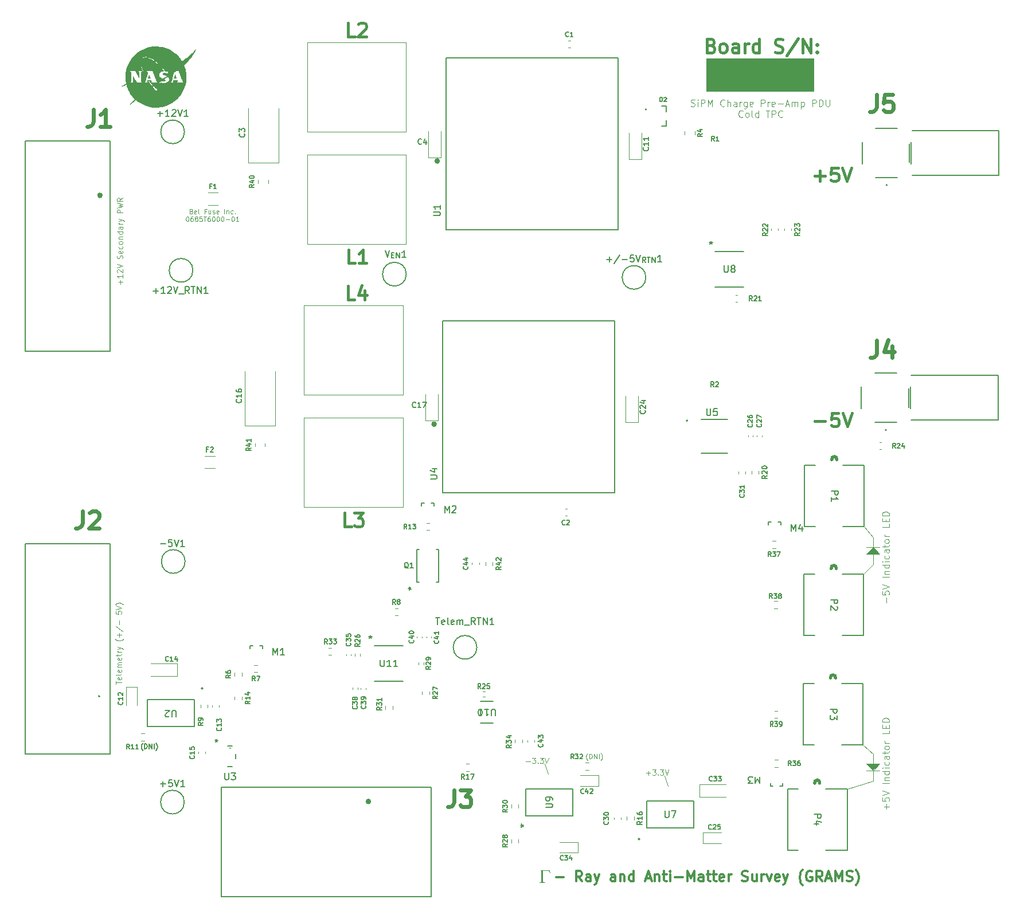
<source format=gbr>
%TF.GenerationSoftware,KiCad,Pcbnew,9.0.3*%
%TF.CreationDate,2025-09-16T11:45:41-04:00*%
%TF.ProjectId,5_COLD_TPC_Charge_Pre_Amp,355f434f-4c44-45f5-9450-435f43686172,rev?*%
%TF.SameCoordinates,Original*%
%TF.FileFunction,Legend,Top*%
%TF.FilePolarity,Positive*%
%FSLAX46Y46*%
G04 Gerber Fmt 4.6, Leading zero omitted, Abs format (unit mm)*
G04 Created by KiCad (PCBNEW 9.0.3) date 2025-09-16 11:45:41*
%MOMM*%
%LPD*%
G01*
G04 APERTURE LIST*
%ADD10C,0.100000*%
%ADD11C,0.400000*%
%ADD12C,0.175000*%
%ADD13C,0.300000*%
%ADD14C,0.150000*%
%ADD15C,0.600000*%
%ADD16C,0.120000*%
%ADD17C,0.127000*%
%ADD18C,0.152400*%
%ADD19C,0.200000*%
%ADD20C,0.000000*%
%ADD21C,0.508000*%
G04 APERTURE END LIST*
D10*
X332000000Y-164500000D02*
X328182000Y-165663202D01*
X283500000Y-162000000D02*
X284000000Y-163500000D01*
X333000000Y-131000000D02*
X331000000Y-131000000D01*
X332000000Y-130000000D01*
X333000000Y-131000000D01*
G36*
X333000000Y-131000000D02*
G01*
X331000000Y-131000000D01*
X332000000Y-130000000D01*
X333000000Y-131000000D01*
G37*
X332000000Y-160500000D02*
X330522000Y-159176999D01*
X301250000Y-163750000D02*
X301750000Y-165250000D01*
X332000000Y-130000000D02*
X332000000Y-128500000D01*
X332000000Y-132500000D02*
X330622000Y-133943202D01*
X323250000Y-62580000D02*
X307375000Y-62580000D01*
X307375000Y-57750000D01*
X323250000Y-57750000D01*
X323250000Y-62580000D01*
G36*
X323250000Y-62580000D02*
G01*
X307375000Y-62580000D01*
X307375000Y-57750000D01*
X323250000Y-57750000D01*
X323250000Y-62580000D01*
G37*
X332000000Y-160500000D02*
X332000000Y-162000000D01*
X332000000Y-163000000D02*
X332000000Y-164500000D01*
X332000000Y-132500000D02*
X332000000Y-131000000D01*
X332000000Y-163000000D02*
X331000000Y-162000000D01*
X333000000Y-162000000D01*
X332000000Y-163000000D01*
G36*
X332000000Y-163000000D02*
G01*
X331000000Y-162000000D01*
X333000000Y-162000000D01*
X332000000Y-163000000D01*
G37*
X331000000Y-163000000D02*
X333000000Y-163000000D01*
X333000000Y-130000000D02*
X331000000Y-130000000D01*
X332000000Y-128500000D02*
X330702000Y-126916999D01*
X333991466Y-168696115D02*
X333991466Y-167934211D01*
X334372419Y-168315163D02*
X333610514Y-168315163D01*
X333372419Y-166981830D02*
X333372419Y-167458020D01*
X333372419Y-167458020D02*
X333848609Y-167505639D01*
X333848609Y-167505639D02*
X333800990Y-167458020D01*
X333800990Y-167458020D02*
X333753371Y-167362782D01*
X333753371Y-167362782D02*
X333753371Y-167124687D01*
X333753371Y-167124687D02*
X333800990Y-167029449D01*
X333800990Y-167029449D02*
X333848609Y-166981830D01*
X333848609Y-166981830D02*
X333943847Y-166934211D01*
X333943847Y-166934211D02*
X334181942Y-166934211D01*
X334181942Y-166934211D02*
X334277180Y-166981830D01*
X334277180Y-166981830D02*
X334324800Y-167029449D01*
X334324800Y-167029449D02*
X334372419Y-167124687D01*
X334372419Y-167124687D02*
X334372419Y-167362782D01*
X334372419Y-167362782D02*
X334324800Y-167458020D01*
X334324800Y-167458020D02*
X334277180Y-167505639D01*
X333372419Y-166648496D02*
X334372419Y-166315163D01*
X334372419Y-166315163D02*
X333372419Y-165981830D01*
X334372419Y-164886591D02*
X333372419Y-164886591D01*
X333705752Y-164410401D02*
X334372419Y-164410401D01*
X333800990Y-164410401D02*
X333753371Y-164362782D01*
X333753371Y-164362782D02*
X333705752Y-164267544D01*
X333705752Y-164267544D02*
X333705752Y-164124687D01*
X333705752Y-164124687D02*
X333753371Y-164029449D01*
X333753371Y-164029449D02*
X333848609Y-163981830D01*
X333848609Y-163981830D02*
X334372419Y-163981830D01*
X334372419Y-163077068D02*
X333372419Y-163077068D01*
X334324800Y-163077068D02*
X334372419Y-163172306D01*
X334372419Y-163172306D02*
X334372419Y-163362782D01*
X334372419Y-163362782D02*
X334324800Y-163458020D01*
X334324800Y-163458020D02*
X334277180Y-163505639D01*
X334277180Y-163505639D02*
X334181942Y-163553258D01*
X334181942Y-163553258D02*
X333896228Y-163553258D01*
X333896228Y-163553258D02*
X333800990Y-163505639D01*
X333800990Y-163505639D02*
X333753371Y-163458020D01*
X333753371Y-163458020D02*
X333705752Y-163362782D01*
X333705752Y-163362782D02*
X333705752Y-163172306D01*
X333705752Y-163172306D02*
X333753371Y-163077068D01*
X334372419Y-162600877D02*
X333705752Y-162600877D01*
X333372419Y-162600877D02*
X333420038Y-162648496D01*
X333420038Y-162648496D02*
X333467657Y-162600877D01*
X333467657Y-162600877D02*
X333420038Y-162553258D01*
X333420038Y-162553258D02*
X333372419Y-162600877D01*
X333372419Y-162600877D02*
X333467657Y-162600877D01*
X334324800Y-161696116D02*
X334372419Y-161791354D01*
X334372419Y-161791354D02*
X334372419Y-161981830D01*
X334372419Y-161981830D02*
X334324800Y-162077068D01*
X334324800Y-162077068D02*
X334277180Y-162124687D01*
X334277180Y-162124687D02*
X334181942Y-162172306D01*
X334181942Y-162172306D02*
X333896228Y-162172306D01*
X333896228Y-162172306D02*
X333800990Y-162124687D01*
X333800990Y-162124687D02*
X333753371Y-162077068D01*
X333753371Y-162077068D02*
X333705752Y-161981830D01*
X333705752Y-161981830D02*
X333705752Y-161791354D01*
X333705752Y-161791354D02*
X333753371Y-161696116D01*
X334372419Y-160838973D02*
X333848609Y-160838973D01*
X333848609Y-160838973D02*
X333753371Y-160886592D01*
X333753371Y-160886592D02*
X333705752Y-160981830D01*
X333705752Y-160981830D02*
X333705752Y-161172306D01*
X333705752Y-161172306D02*
X333753371Y-161267544D01*
X334324800Y-160838973D02*
X334372419Y-160934211D01*
X334372419Y-160934211D02*
X334372419Y-161172306D01*
X334372419Y-161172306D02*
X334324800Y-161267544D01*
X334324800Y-161267544D02*
X334229561Y-161315163D01*
X334229561Y-161315163D02*
X334134323Y-161315163D01*
X334134323Y-161315163D02*
X334039085Y-161267544D01*
X334039085Y-161267544D02*
X333991466Y-161172306D01*
X333991466Y-161172306D02*
X333991466Y-160934211D01*
X333991466Y-160934211D02*
X333943847Y-160838973D01*
X333705752Y-160505639D02*
X333705752Y-160124687D01*
X333372419Y-160362782D02*
X334229561Y-160362782D01*
X334229561Y-160362782D02*
X334324800Y-160315163D01*
X334324800Y-160315163D02*
X334372419Y-160219925D01*
X334372419Y-160219925D02*
X334372419Y-160124687D01*
X334372419Y-159648496D02*
X334324800Y-159743734D01*
X334324800Y-159743734D02*
X334277180Y-159791353D01*
X334277180Y-159791353D02*
X334181942Y-159838972D01*
X334181942Y-159838972D02*
X333896228Y-159838972D01*
X333896228Y-159838972D02*
X333800990Y-159791353D01*
X333800990Y-159791353D02*
X333753371Y-159743734D01*
X333753371Y-159743734D02*
X333705752Y-159648496D01*
X333705752Y-159648496D02*
X333705752Y-159505639D01*
X333705752Y-159505639D02*
X333753371Y-159410401D01*
X333753371Y-159410401D02*
X333800990Y-159362782D01*
X333800990Y-159362782D02*
X333896228Y-159315163D01*
X333896228Y-159315163D02*
X334181942Y-159315163D01*
X334181942Y-159315163D02*
X334277180Y-159362782D01*
X334277180Y-159362782D02*
X334324800Y-159410401D01*
X334324800Y-159410401D02*
X334372419Y-159505639D01*
X334372419Y-159505639D02*
X334372419Y-159648496D01*
X334372419Y-158886591D02*
X333705752Y-158886591D01*
X333896228Y-158886591D02*
X333800990Y-158838972D01*
X333800990Y-158838972D02*
X333753371Y-158791353D01*
X333753371Y-158791353D02*
X333705752Y-158696115D01*
X333705752Y-158696115D02*
X333705752Y-158600877D01*
X334372419Y-157029448D02*
X334372419Y-157505638D01*
X334372419Y-157505638D02*
X333372419Y-157505638D01*
X333848609Y-156696114D02*
X333848609Y-156362781D01*
X334372419Y-156219924D02*
X334372419Y-156696114D01*
X334372419Y-156696114D02*
X333372419Y-156696114D01*
X333372419Y-156696114D02*
X333372419Y-156219924D01*
X334372419Y-155791352D02*
X333372419Y-155791352D01*
X333372419Y-155791352D02*
X333372419Y-155553257D01*
X333372419Y-155553257D02*
X333420038Y-155410400D01*
X333420038Y-155410400D02*
X333515276Y-155315162D01*
X333515276Y-155315162D02*
X333610514Y-155267543D01*
X333610514Y-155267543D02*
X333800990Y-155219924D01*
X333800990Y-155219924D02*
X333943847Y-155219924D01*
X333943847Y-155219924D02*
X334134323Y-155267543D01*
X334134323Y-155267543D02*
X334229561Y-155315162D01*
X334229561Y-155315162D02*
X334324800Y-155410400D01*
X334324800Y-155410400D02*
X334372419Y-155553257D01*
X334372419Y-155553257D02*
X334372419Y-155791352D01*
D11*
X308111014Y-55836819D02*
X308396728Y-55932057D01*
X308396728Y-55932057D02*
X308491966Y-56027295D01*
X308491966Y-56027295D02*
X308587204Y-56217771D01*
X308587204Y-56217771D02*
X308587204Y-56503485D01*
X308587204Y-56503485D02*
X308491966Y-56693961D01*
X308491966Y-56693961D02*
X308396728Y-56789200D01*
X308396728Y-56789200D02*
X308206252Y-56884438D01*
X308206252Y-56884438D02*
X307444347Y-56884438D01*
X307444347Y-56884438D02*
X307444347Y-54884438D01*
X307444347Y-54884438D02*
X308111014Y-54884438D01*
X308111014Y-54884438D02*
X308301490Y-54979676D01*
X308301490Y-54979676D02*
X308396728Y-55074914D01*
X308396728Y-55074914D02*
X308491966Y-55265390D01*
X308491966Y-55265390D02*
X308491966Y-55455866D01*
X308491966Y-55455866D02*
X308396728Y-55646342D01*
X308396728Y-55646342D02*
X308301490Y-55741580D01*
X308301490Y-55741580D02*
X308111014Y-55836819D01*
X308111014Y-55836819D02*
X307444347Y-55836819D01*
X309730061Y-56884438D02*
X309539585Y-56789200D01*
X309539585Y-56789200D02*
X309444347Y-56693961D01*
X309444347Y-56693961D02*
X309349109Y-56503485D01*
X309349109Y-56503485D02*
X309349109Y-55932057D01*
X309349109Y-55932057D02*
X309444347Y-55741580D01*
X309444347Y-55741580D02*
X309539585Y-55646342D01*
X309539585Y-55646342D02*
X309730061Y-55551104D01*
X309730061Y-55551104D02*
X310015776Y-55551104D01*
X310015776Y-55551104D02*
X310206252Y-55646342D01*
X310206252Y-55646342D02*
X310301490Y-55741580D01*
X310301490Y-55741580D02*
X310396728Y-55932057D01*
X310396728Y-55932057D02*
X310396728Y-56503485D01*
X310396728Y-56503485D02*
X310301490Y-56693961D01*
X310301490Y-56693961D02*
X310206252Y-56789200D01*
X310206252Y-56789200D02*
X310015776Y-56884438D01*
X310015776Y-56884438D02*
X309730061Y-56884438D01*
X312111014Y-56884438D02*
X312111014Y-55836819D01*
X312111014Y-55836819D02*
X312015776Y-55646342D01*
X312015776Y-55646342D02*
X311825300Y-55551104D01*
X311825300Y-55551104D02*
X311444347Y-55551104D01*
X311444347Y-55551104D02*
X311253871Y-55646342D01*
X312111014Y-56789200D02*
X311920538Y-56884438D01*
X311920538Y-56884438D02*
X311444347Y-56884438D01*
X311444347Y-56884438D02*
X311253871Y-56789200D01*
X311253871Y-56789200D02*
X311158633Y-56598723D01*
X311158633Y-56598723D02*
X311158633Y-56408247D01*
X311158633Y-56408247D02*
X311253871Y-56217771D01*
X311253871Y-56217771D02*
X311444347Y-56122533D01*
X311444347Y-56122533D02*
X311920538Y-56122533D01*
X311920538Y-56122533D02*
X312111014Y-56027295D01*
X313063395Y-56884438D02*
X313063395Y-55551104D01*
X313063395Y-55932057D02*
X313158633Y-55741580D01*
X313158633Y-55741580D02*
X313253871Y-55646342D01*
X313253871Y-55646342D02*
X313444347Y-55551104D01*
X313444347Y-55551104D02*
X313634824Y-55551104D01*
X315158633Y-56884438D02*
X315158633Y-54884438D01*
X315158633Y-56789200D02*
X314968157Y-56884438D01*
X314968157Y-56884438D02*
X314587204Y-56884438D01*
X314587204Y-56884438D02*
X314396728Y-56789200D01*
X314396728Y-56789200D02*
X314301490Y-56693961D01*
X314301490Y-56693961D02*
X314206252Y-56503485D01*
X314206252Y-56503485D02*
X314206252Y-55932057D01*
X314206252Y-55932057D02*
X314301490Y-55741580D01*
X314301490Y-55741580D02*
X314396728Y-55646342D01*
X314396728Y-55646342D02*
X314587204Y-55551104D01*
X314587204Y-55551104D02*
X314968157Y-55551104D01*
X314968157Y-55551104D02*
X315158633Y-55646342D01*
X317539586Y-56789200D02*
X317825300Y-56884438D01*
X317825300Y-56884438D02*
X318301491Y-56884438D01*
X318301491Y-56884438D02*
X318491967Y-56789200D01*
X318491967Y-56789200D02*
X318587205Y-56693961D01*
X318587205Y-56693961D02*
X318682443Y-56503485D01*
X318682443Y-56503485D02*
X318682443Y-56313009D01*
X318682443Y-56313009D02*
X318587205Y-56122533D01*
X318587205Y-56122533D02*
X318491967Y-56027295D01*
X318491967Y-56027295D02*
X318301491Y-55932057D01*
X318301491Y-55932057D02*
X317920538Y-55836819D01*
X317920538Y-55836819D02*
X317730062Y-55741580D01*
X317730062Y-55741580D02*
X317634824Y-55646342D01*
X317634824Y-55646342D02*
X317539586Y-55455866D01*
X317539586Y-55455866D02*
X317539586Y-55265390D01*
X317539586Y-55265390D02*
X317634824Y-55074914D01*
X317634824Y-55074914D02*
X317730062Y-54979676D01*
X317730062Y-54979676D02*
X317920538Y-54884438D01*
X317920538Y-54884438D02*
X318396729Y-54884438D01*
X318396729Y-54884438D02*
X318682443Y-54979676D01*
X320968157Y-54789200D02*
X319253872Y-57360628D01*
X321634824Y-56884438D02*
X321634824Y-54884438D01*
X321634824Y-54884438D02*
X322777681Y-56884438D01*
X322777681Y-56884438D02*
X322777681Y-54884438D01*
X323730062Y-56693961D02*
X323825300Y-56789200D01*
X323825300Y-56789200D02*
X323730062Y-56884438D01*
X323730062Y-56884438D02*
X323634824Y-56789200D01*
X323634824Y-56789200D02*
X323730062Y-56693961D01*
X323730062Y-56693961D02*
X323730062Y-56884438D01*
X323730062Y-55646342D02*
X323825300Y-55741580D01*
X323825300Y-55741580D02*
X323730062Y-55836819D01*
X323730062Y-55836819D02*
X323634824Y-55741580D01*
X323634824Y-55741580D02*
X323730062Y-55646342D01*
X323730062Y-55646342D02*
X323730062Y-55836819D01*
X323399347Y-75122533D02*
X324923157Y-75122533D01*
X324161252Y-75884438D02*
X324161252Y-74360628D01*
X326827918Y-73884438D02*
X325875537Y-73884438D01*
X325875537Y-73884438D02*
X325780299Y-74836819D01*
X325780299Y-74836819D02*
X325875537Y-74741580D01*
X325875537Y-74741580D02*
X326066013Y-74646342D01*
X326066013Y-74646342D02*
X326542204Y-74646342D01*
X326542204Y-74646342D02*
X326732680Y-74741580D01*
X326732680Y-74741580D02*
X326827918Y-74836819D01*
X326827918Y-74836819D02*
X326923156Y-75027295D01*
X326923156Y-75027295D02*
X326923156Y-75503485D01*
X326923156Y-75503485D02*
X326827918Y-75693961D01*
X326827918Y-75693961D02*
X326732680Y-75789200D01*
X326732680Y-75789200D02*
X326542204Y-75884438D01*
X326542204Y-75884438D02*
X326066013Y-75884438D01*
X326066013Y-75884438D02*
X325875537Y-75789200D01*
X325875537Y-75789200D02*
X325780299Y-75693961D01*
X327494585Y-73884438D02*
X328161251Y-75884438D01*
X328161251Y-75884438D02*
X328827918Y-73884438D01*
D12*
X224161797Y-160001900D02*
X224128464Y-159968566D01*
X224128464Y-159968566D02*
X224061797Y-159868566D01*
X224061797Y-159868566D02*
X224028464Y-159801900D01*
X224028464Y-159801900D02*
X223995131Y-159701900D01*
X223995131Y-159701900D02*
X223961797Y-159535233D01*
X223961797Y-159535233D02*
X223961797Y-159401900D01*
X223961797Y-159401900D02*
X223995131Y-159235233D01*
X223995131Y-159235233D02*
X224028464Y-159135233D01*
X224028464Y-159135233D02*
X224061797Y-159068566D01*
X224061797Y-159068566D02*
X224128464Y-158968566D01*
X224128464Y-158968566D02*
X224161797Y-158935233D01*
X224428464Y-159735233D02*
X224428464Y-159035233D01*
X224428464Y-159035233D02*
X224595131Y-159035233D01*
X224595131Y-159035233D02*
X224695131Y-159068566D01*
X224695131Y-159068566D02*
X224761798Y-159135233D01*
X224761798Y-159135233D02*
X224795131Y-159201900D01*
X224795131Y-159201900D02*
X224828464Y-159335233D01*
X224828464Y-159335233D02*
X224828464Y-159435233D01*
X224828464Y-159435233D02*
X224795131Y-159568566D01*
X224795131Y-159568566D02*
X224761798Y-159635233D01*
X224761798Y-159635233D02*
X224695131Y-159701900D01*
X224695131Y-159701900D02*
X224595131Y-159735233D01*
X224595131Y-159735233D02*
X224428464Y-159735233D01*
X225128464Y-159735233D02*
X225128464Y-159035233D01*
X225128464Y-159035233D02*
X225528464Y-159735233D01*
X225528464Y-159735233D02*
X225528464Y-159035233D01*
X225861797Y-159735233D02*
X225861797Y-159035233D01*
X226128464Y-160001900D02*
X226161797Y-159968566D01*
X226161797Y-159968566D02*
X226228464Y-159868566D01*
X226228464Y-159868566D02*
X226261797Y-159801900D01*
X226261797Y-159801900D02*
X226295130Y-159701900D01*
X226295130Y-159701900D02*
X226328464Y-159535233D01*
X226328464Y-159535233D02*
X226328464Y-159401900D01*
X226328464Y-159401900D02*
X226295130Y-159235233D01*
X226295130Y-159235233D02*
X226261797Y-159135233D01*
X226261797Y-159135233D02*
X226228464Y-159068566D01*
X226228464Y-159068566D02*
X226161797Y-158968566D01*
X226161797Y-158968566D02*
X226128464Y-158935233D01*
D10*
X231323334Y-80315505D02*
X231423334Y-80348839D01*
X231423334Y-80348839D02*
X231456667Y-80382172D01*
X231456667Y-80382172D02*
X231490000Y-80448839D01*
X231490000Y-80448839D02*
X231490000Y-80548839D01*
X231490000Y-80548839D02*
X231456667Y-80615505D01*
X231456667Y-80615505D02*
X231423334Y-80648839D01*
X231423334Y-80648839D02*
X231356667Y-80682172D01*
X231356667Y-80682172D02*
X231090000Y-80682172D01*
X231090000Y-80682172D02*
X231090000Y-79982172D01*
X231090000Y-79982172D02*
X231323334Y-79982172D01*
X231323334Y-79982172D02*
X231390000Y-80015505D01*
X231390000Y-80015505D02*
X231423334Y-80048839D01*
X231423334Y-80048839D02*
X231456667Y-80115505D01*
X231456667Y-80115505D02*
X231456667Y-80182172D01*
X231456667Y-80182172D02*
X231423334Y-80248839D01*
X231423334Y-80248839D02*
X231390000Y-80282172D01*
X231390000Y-80282172D02*
X231323334Y-80315505D01*
X231323334Y-80315505D02*
X231090000Y-80315505D01*
X232056667Y-80648839D02*
X231990000Y-80682172D01*
X231990000Y-80682172D02*
X231856667Y-80682172D01*
X231856667Y-80682172D02*
X231790000Y-80648839D01*
X231790000Y-80648839D02*
X231756667Y-80582172D01*
X231756667Y-80582172D02*
X231756667Y-80315505D01*
X231756667Y-80315505D02*
X231790000Y-80248839D01*
X231790000Y-80248839D02*
X231856667Y-80215505D01*
X231856667Y-80215505D02*
X231990000Y-80215505D01*
X231990000Y-80215505D02*
X232056667Y-80248839D01*
X232056667Y-80248839D02*
X232090000Y-80315505D01*
X232090000Y-80315505D02*
X232090000Y-80382172D01*
X232090000Y-80382172D02*
X231756667Y-80448839D01*
X232490000Y-80682172D02*
X232423334Y-80648839D01*
X232423334Y-80648839D02*
X232390000Y-80582172D01*
X232390000Y-80582172D02*
X232390000Y-79982172D01*
X233523334Y-80315505D02*
X233290000Y-80315505D01*
X233290000Y-80682172D02*
X233290000Y-79982172D01*
X233290000Y-79982172D02*
X233623334Y-79982172D01*
X234190000Y-80215505D02*
X234190000Y-80682172D01*
X233890000Y-80215505D02*
X233890000Y-80582172D01*
X233890000Y-80582172D02*
X233923334Y-80648839D01*
X233923334Y-80648839D02*
X233990000Y-80682172D01*
X233990000Y-80682172D02*
X234090000Y-80682172D01*
X234090000Y-80682172D02*
X234156667Y-80648839D01*
X234156667Y-80648839D02*
X234190000Y-80615505D01*
X234490000Y-80648839D02*
X234556667Y-80682172D01*
X234556667Y-80682172D02*
X234690000Y-80682172D01*
X234690000Y-80682172D02*
X234756667Y-80648839D01*
X234756667Y-80648839D02*
X234790000Y-80582172D01*
X234790000Y-80582172D02*
X234790000Y-80548839D01*
X234790000Y-80548839D02*
X234756667Y-80482172D01*
X234756667Y-80482172D02*
X234690000Y-80448839D01*
X234690000Y-80448839D02*
X234590000Y-80448839D01*
X234590000Y-80448839D02*
X234523333Y-80415505D01*
X234523333Y-80415505D02*
X234490000Y-80348839D01*
X234490000Y-80348839D02*
X234490000Y-80315505D01*
X234490000Y-80315505D02*
X234523333Y-80248839D01*
X234523333Y-80248839D02*
X234590000Y-80215505D01*
X234590000Y-80215505D02*
X234690000Y-80215505D01*
X234690000Y-80215505D02*
X234756667Y-80248839D01*
X235356667Y-80648839D02*
X235290000Y-80682172D01*
X235290000Y-80682172D02*
X235156667Y-80682172D01*
X235156667Y-80682172D02*
X235090000Y-80648839D01*
X235090000Y-80648839D02*
X235056667Y-80582172D01*
X235056667Y-80582172D02*
X235056667Y-80315505D01*
X235056667Y-80315505D02*
X235090000Y-80248839D01*
X235090000Y-80248839D02*
X235156667Y-80215505D01*
X235156667Y-80215505D02*
X235290000Y-80215505D01*
X235290000Y-80215505D02*
X235356667Y-80248839D01*
X235356667Y-80248839D02*
X235390000Y-80315505D01*
X235390000Y-80315505D02*
X235390000Y-80382172D01*
X235390000Y-80382172D02*
X235056667Y-80448839D01*
X236223333Y-80682172D02*
X236223333Y-79982172D01*
X236556666Y-80215505D02*
X236556666Y-80682172D01*
X236556666Y-80282172D02*
X236590000Y-80248839D01*
X236590000Y-80248839D02*
X236656666Y-80215505D01*
X236656666Y-80215505D02*
X236756666Y-80215505D01*
X236756666Y-80215505D02*
X236823333Y-80248839D01*
X236823333Y-80248839D02*
X236856666Y-80315505D01*
X236856666Y-80315505D02*
X236856666Y-80682172D01*
X237489999Y-80648839D02*
X237423333Y-80682172D01*
X237423333Y-80682172D02*
X237289999Y-80682172D01*
X237289999Y-80682172D02*
X237223333Y-80648839D01*
X237223333Y-80648839D02*
X237189999Y-80615505D01*
X237189999Y-80615505D02*
X237156666Y-80548839D01*
X237156666Y-80548839D02*
X237156666Y-80348839D01*
X237156666Y-80348839D02*
X237189999Y-80282172D01*
X237189999Y-80282172D02*
X237223333Y-80248839D01*
X237223333Y-80248839D02*
X237289999Y-80215505D01*
X237289999Y-80215505D02*
X237423333Y-80215505D01*
X237423333Y-80215505D02*
X237489999Y-80248839D01*
X237789999Y-80615505D02*
X237823333Y-80648839D01*
X237823333Y-80648839D02*
X237789999Y-80682172D01*
X237789999Y-80682172D02*
X237756666Y-80648839D01*
X237756666Y-80648839D02*
X237789999Y-80615505D01*
X237789999Y-80615505D02*
X237789999Y-80682172D01*
X230706665Y-81109133D02*
X230773331Y-81109133D01*
X230773331Y-81109133D02*
X230839998Y-81142466D01*
X230839998Y-81142466D02*
X230873331Y-81175800D01*
X230873331Y-81175800D02*
X230906665Y-81242466D01*
X230906665Y-81242466D02*
X230939998Y-81375800D01*
X230939998Y-81375800D02*
X230939998Y-81542466D01*
X230939998Y-81542466D02*
X230906665Y-81675800D01*
X230906665Y-81675800D02*
X230873331Y-81742466D01*
X230873331Y-81742466D02*
X230839998Y-81775800D01*
X230839998Y-81775800D02*
X230773331Y-81809133D01*
X230773331Y-81809133D02*
X230706665Y-81809133D01*
X230706665Y-81809133D02*
X230639998Y-81775800D01*
X230639998Y-81775800D02*
X230606665Y-81742466D01*
X230606665Y-81742466D02*
X230573331Y-81675800D01*
X230573331Y-81675800D02*
X230539998Y-81542466D01*
X230539998Y-81542466D02*
X230539998Y-81375800D01*
X230539998Y-81375800D02*
X230573331Y-81242466D01*
X230573331Y-81242466D02*
X230606665Y-81175800D01*
X230606665Y-81175800D02*
X230639998Y-81142466D01*
X230639998Y-81142466D02*
X230706665Y-81109133D01*
X231539998Y-81109133D02*
X231406665Y-81109133D01*
X231406665Y-81109133D02*
X231339998Y-81142466D01*
X231339998Y-81142466D02*
X231306665Y-81175800D01*
X231306665Y-81175800D02*
X231239998Y-81275800D01*
X231239998Y-81275800D02*
X231206665Y-81409133D01*
X231206665Y-81409133D02*
X231206665Y-81675800D01*
X231206665Y-81675800D02*
X231239998Y-81742466D01*
X231239998Y-81742466D02*
X231273332Y-81775800D01*
X231273332Y-81775800D02*
X231339998Y-81809133D01*
X231339998Y-81809133D02*
X231473332Y-81809133D01*
X231473332Y-81809133D02*
X231539998Y-81775800D01*
X231539998Y-81775800D02*
X231573332Y-81742466D01*
X231573332Y-81742466D02*
X231606665Y-81675800D01*
X231606665Y-81675800D02*
X231606665Y-81509133D01*
X231606665Y-81509133D02*
X231573332Y-81442466D01*
X231573332Y-81442466D02*
X231539998Y-81409133D01*
X231539998Y-81409133D02*
X231473332Y-81375800D01*
X231473332Y-81375800D02*
X231339998Y-81375800D01*
X231339998Y-81375800D02*
X231273332Y-81409133D01*
X231273332Y-81409133D02*
X231239998Y-81442466D01*
X231239998Y-81442466D02*
X231206665Y-81509133D01*
X232006665Y-81409133D02*
X231939999Y-81375800D01*
X231939999Y-81375800D02*
X231906665Y-81342466D01*
X231906665Y-81342466D02*
X231873332Y-81275800D01*
X231873332Y-81275800D02*
X231873332Y-81242466D01*
X231873332Y-81242466D02*
X231906665Y-81175800D01*
X231906665Y-81175800D02*
X231939999Y-81142466D01*
X231939999Y-81142466D02*
X232006665Y-81109133D01*
X232006665Y-81109133D02*
X232139999Y-81109133D01*
X232139999Y-81109133D02*
X232206665Y-81142466D01*
X232206665Y-81142466D02*
X232239999Y-81175800D01*
X232239999Y-81175800D02*
X232273332Y-81242466D01*
X232273332Y-81242466D02*
X232273332Y-81275800D01*
X232273332Y-81275800D02*
X232239999Y-81342466D01*
X232239999Y-81342466D02*
X232206665Y-81375800D01*
X232206665Y-81375800D02*
X232139999Y-81409133D01*
X232139999Y-81409133D02*
X232006665Y-81409133D01*
X232006665Y-81409133D02*
X231939999Y-81442466D01*
X231939999Y-81442466D02*
X231906665Y-81475800D01*
X231906665Y-81475800D02*
X231873332Y-81542466D01*
X231873332Y-81542466D02*
X231873332Y-81675800D01*
X231873332Y-81675800D02*
X231906665Y-81742466D01*
X231906665Y-81742466D02*
X231939999Y-81775800D01*
X231939999Y-81775800D02*
X232006665Y-81809133D01*
X232006665Y-81809133D02*
X232139999Y-81809133D01*
X232139999Y-81809133D02*
X232206665Y-81775800D01*
X232206665Y-81775800D02*
X232239999Y-81742466D01*
X232239999Y-81742466D02*
X232273332Y-81675800D01*
X232273332Y-81675800D02*
X232273332Y-81542466D01*
X232273332Y-81542466D02*
X232239999Y-81475800D01*
X232239999Y-81475800D02*
X232206665Y-81442466D01*
X232206665Y-81442466D02*
X232139999Y-81409133D01*
X232906666Y-81109133D02*
X232573332Y-81109133D01*
X232573332Y-81109133D02*
X232539999Y-81442466D01*
X232539999Y-81442466D02*
X232573332Y-81409133D01*
X232573332Y-81409133D02*
X232639999Y-81375800D01*
X232639999Y-81375800D02*
X232806666Y-81375800D01*
X232806666Y-81375800D02*
X232873332Y-81409133D01*
X232873332Y-81409133D02*
X232906666Y-81442466D01*
X232906666Y-81442466D02*
X232939999Y-81509133D01*
X232939999Y-81509133D02*
X232939999Y-81675800D01*
X232939999Y-81675800D02*
X232906666Y-81742466D01*
X232906666Y-81742466D02*
X232873332Y-81775800D01*
X232873332Y-81775800D02*
X232806666Y-81809133D01*
X232806666Y-81809133D02*
X232639999Y-81809133D01*
X232639999Y-81809133D02*
X232573332Y-81775800D01*
X232573332Y-81775800D02*
X232539999Y-81742466D01*
X233139999Y-81109133D02*
X233539999Y-81109133D01*
X233339999Y-81809133D02*
X233339999Y-81109133D01*
X234073332Y-81109133D02*
X233939999Y-81109133D01*
X233939999Y-81109133D02*
X233873332Y-81142466D01*
X233873332Y-81142466D02*
X233839999Y-81175800D01*
X233839999Y-81175800D02*
X233773332Y-81275800D01*
X233773332Y-81275800D02*
X233739999Y-81409133D01*
X233739999Y-81409133D02*
X233739999Y-81675800D01*
X233739999Y-81675800D02*
X233773332Y-81742466D01*
X233773332Y-81742466D02*
X233806666Y-81775800D01*
X233806666Y-81775800D02*
X233873332Y-81809133D01*
X233873332Y-81809133D02*
X234006666Y-81809133D01*
X234006666Y-81809133D02*
X234073332Y-81775800D01*
X234073332Y-81775800D02*
X234106666Y-81742466D01*
X234106666Y-81742466D02*
X234139999Y-81675800D01*
X234139999Y-81675800D02*
X234139999Y-81509133D01*
X234139999Y-81509133D02*
X234106666Y-81442466D01*
X234106666Y-81442466D02*
X234073332Y-81409133D01*
X234073332Y-81409133D02*
X234006666Y-81375800D01*
X234006666Y-81375800D02*
X233873332Y-81375800D01*
X233873332Y-81375800D02*
X233806666Y-81409133D01*
X233806666Y-81409133D02*
X233773332Y-81442466D01*
X233773332Y-81442466D02*
X233739999Y-81509133D01*
X234573333Y-81109133D02*
X234639999Y-81109133D01*
X234639999Y-81109133D02*
X234706666Y-81142466D01*
X234706666Y-81142466D02*
X234739999Y-81175800D01*
X234739999Y-81175800D02*
X234773333Y-81242466D01*
X234773333Y-81242466D02*
X234806666Y-81375800D01*
X234806666Y-81375800D02*
X234806666Y-81542466D01*
X234806666Y-81542466D02*
X234773333Y-81675800D01*
X234773333Y-81675800D02*
X234739999Y-81742466D01*
X234739999Y-81742466D02*
X234706666Y-81775800D01*
X234706666Y-81775800D02*
X234639999Y-81809133D01*
X234639999Y-81809133D02*
X234573333Y-81809133D01*
X234573333Y-81809133D02*
X234506666Y-81775800D01*
X234506666Y-81775800D02*
X234473333Y-81742466D01*
X234473333Y-81742466D02*
X234439999Y-81675800D01*
X234439999Y-81675800D02*
X234406666Y-81542466D01*
X234406666Y-81542466D02*
X234406666Y-81375800D01*
X234406666Y-81375800D02*
X234439999Y-81242466D01*
X234439999Y-81242466D02*
X234473333Y-81175800D01*
X234473333Y-81175800D02*
X234506666Y-81142466D01*
X234506666Y-81142466D02*
X234573333Y-81109133D01*
X235240000Y-81109133D02*
X235306666Y-81109133D01*
X235306666Y-81109133D02*
X235373333Y-81142466D01*
X235373333Y-81142466D02*
X235406666Y-81175800D01*
X235406666Y-81175800D02*
X235440000Y-81242466D01*
X235440000Y-81242466D02*
X235473333Y-81375800D01*
X235473333Y-81375800D02*
X235473333Y-81542466D01*
X235473333Y-81542466D02*
X235440000Y-81675800D01*
X235440000Y-81675800D02*
X235406666Y-81742466D01*
X235406666Y-81742466D02*
X235373333Y-81775800D01*
X235373333Y-81775800D02*
X235306666Y-81809133D01*
X235306666Y-81809133D02*
X235240000Y-81809133D01*
X235240000Y-81809133D02*
X235173333Y-81775800D01*
X235173333Y-81775800D02*
X235140000Y-81742466D01*
X235140000Y-81742466D02*
X235106666Y-81675800D01*
X235106666Y-81675800D02*
X235073333Y-81542466D01*
X235073333Y-81542466D02*
X235073333Y-81375800D01*
X235073333Y-81375800D02*
X235106666Y-81242466D01*
X235106666Y-81242466D02*
X235140000Y-81175800D01*
X235140000Y-81175800D02*
X235173333Y-81142466D01*
X235173333Y-81142466D02*
X235240000Y-81109133D01*
X235906667Y-81109133D02*
X235973333Y-81109133D01*
X235973333Y-81109133D02*
X236040000Y-81142466D01*
X236040000Y-81142466D02*
X236073333Y-81175800D01*
X236073333Y-81175800D02*
X236106667Y-81242466D01*
X236106667Y-81242466D02*
X236140000Y-81375800D01*
X236140000Y-81375800D02*
X236140000Y-81542466D01*
X236140000Y-81542466D02*
X236106667Y-81675800D01*
X236106667Y-81675800D02*
X236073333Y-81742466D01*
X236073333Y-81742466D02*
X236040000Y-81775800D01*
X236040000Y-81775800D02*
X235973333Y-81809133D01*
X235973333Y-81809133D02*
X235906667Y-81809133D01*
X235906667Y-81809133D02*
X235840000Y-81775800D01*
X235840000Y-81775800D02*
X235806667Y-81742466D01*
X235806667Y-81742466D02*
X235773333Y-81675800D01*
X235773333Y-81675800D02*
X235740000Y-81542466D01*
X235740000Y-81542466D02*
X235740000Y-81375800D01*
X235740000Y-81375800D02*
X235773333Y-81242466D01*
X235773333Y-81242466D02*
X235806667Y-81175800D01*
X235806667Y-81175800D02*
X235840000Y-81142466D01*
X235840000Y-81142466D02*
X235906667Y-81109133D01*
X236440000Y-81542466D02*
X236973334Y-81542466D01*
X237440001Y-81109133D02*
X237506667Y-81109133D01*
X237506667Y-81109133D02*
X237573334Y-81142466D01*
X237573334Y-81142466D02*
X237606667Y-81175800D01*
X237606667Y-81175800D02*
X237640001Y-81242466D01*
X237640001Y-81242466D02*
X237673334Y-81375800D01*
X237673334Y-81375800D02*
X237673334Y-81542466D01*
X237673334Y-81542466D02*
X237640001Y-81675800D01*
X237640001Y-81675800D02*
X237606667Y-81742466D01*
X237606667Y-81742466D02*
X237573334Y-81775800D01*
X237573334Y-81775800D02*
X237506667Y-81809133D01*
X237506667Y-81809133D02*
X237440001Y-81809133D01*
X237440001Y-81809133D02*
X237373334Y-81775800D01*
X237373334Y-81775800D02*
X237340001Y-81742466D01*
X237340001Y-81742466D02*
X237306667Y-81675800D01*
X237306667Y-81675800D02*
X237273334Y-81542466D01*
X237273334Y-81542466D02*
X237273334Y-81375800D01*
X237273334Y-81375800D02*
X237306667Y-81242466D01*
X237306667Y-81242466D02*
X237340001Y-81175800D01*
X237340001Y-81175800D02*
X237373334Y-81142466D01*
X237373334Y-81142466D02*
X237440001Y-81109133D01*
X238340001Y-81809133D02*
X237940001Y-81809133D01*
X238140001Y-81809133D02*
X238140001Y-81109133D01*
X238140001Y-81109133D02*
X238073334Y-81209133D01*
X238073334Y-81209133D02*
X238006668Y-81275800D01*
X238006668Y-81275800D02*
X237940001Y-81309133D01*
D11*
X323429347Y-111352533D02*
X324953157Y-111352533D01*
X326857918Y-110114438D02*
X325905537Y-110114438D01*
X325905537Y-110114438D02*
X325810299Y-111066819D01*
X325810299Y-111066819D02*
X325905537Y-110971580D01*
X325905537Y-110971580D02*
X326096013Y-110876342D01*
X326096013Y-110876342D02*
X326572204Y-110876342D01*
X326572204Y-110876342D02*
X326762680Y-110971580D01*
X326762680Y-110971580D02*
X326857918Y-111066819D01*
X326857918Y-111066819D02*
X326953156Y-111257295D01*
X326953156Y-111257295D02*
X326953156Y-111733485D01*
X326953156Y-111733485D02*
X326857918Y-111923961D01*
X326857918Y-111923961D02*
X326762680Y-112019200D01*
X326762680Y-112019200D02*
X326572204Y-112114438D01*
X326572204Y-112114438D02*
X326096013Y-112114438D01*
X326096013Y-112114438D02*
X325905537Y-112019200D01*
X325905537Y-112019200D02*
X325810299Y-111923961D01*
X327524585Y-110114438D02*
X328191251Y-112114438D01*
X328191251Y-112114438D02*
X328857918Y-110114438D01*
D10*
X333991466Y-138196115D02*
X333991466Y-137434211D01*
X333372419Y-136481830D02*
X333372419Y-136958020D01*
X333372419Y-136958020D02*
X333848609Y-137005639D01*
X333848609Y-137005639D02*
X333800990Y-136958020D01*
X333800990Y-136958020D02*
X333753371Y-136862782D01*
X333753371Y-136862782D02*
X333753371Y-136624687D01*
X333753371Y-136624687D02*
X333800990Y-136529449D01*
X333800990Y-136529449D02*
X333848609Y-136481830D01*
X333848609Y-136481830D02*
X333943847Y-136434211D01*
X333943847Y-136434211D02*
X334181942Y-136434211D01*
X334181942Y-136434211D02*
X334277180Y-136481830D01*
X334277180Y-136481830D02*
X334324800Y-136529449D01*
X334324800Y-136529449D02*
X334372419Y-136624687D01*
X334372419Y-136624687D02*
X334372419Y-136862782D01*
X334372419Y-136862782D02*
X334324800Y-136958020D01*
X334324800Y-136958020D02*
X334277180Y-137005639D01*
X333372419Y-136148496D02*
X334372419Y-135815163D01*
X334372419Y-135815163D02*
X333372419Y-135481830D01*
X334372419Y-134386591D02*
X333372419Y-134386591D01*
X333705752Y-133910401D02*
X334372419Y-133910401D01*
X333800990Y-133910401D02*
X333753371Y-133862782D01*
X333753371Y-133862782D02*
X333705752Y-133767544D01*
X333705752Y-133767544D02*
X333705752Y-133624687D01*
X333705752Y-133624687D02*
X333753371Y-133529449D01*
X333753371Y-133529449D02*
X333848609Y-133481830D01*
X333848609Y-133481830D02*
X334372419Y-133481830D01*
X334372419Y-132577068D02*
X333372419Y-132577068D01*
X334324800Y-132577068D02*
X334372419Y-132672306D01*
X334372419Y-132672306D02*
X334372419Y-132862782D01*
X334372419Y-132862782D02*
X334324800Y-132958020D01*
X334324800Y-132958020D02*
X334277180Y-133005639D01*
X334277180Y-133005639D02*
X334181942Y-133053258D01*
X334181942Y-133053258D02*
X333896228Y-133053258D01*
X333896228Y-133053258D02*
X333800990Y-133005639D01*
X333800990Y-133005639D02*
X333753371Y-132958020D01*
X333753371Y-132958020D02*
X333705752Y-132862782D01*
X333705752Y-132862782D02*
X333705752Y-132672306D01*
X333705752Y-132672306D02*
X333753371Y-132577068D01*
X334372419Y-132100877D02*
X333705752Y-132100877D01*
X333372419Y-132100877D02*
X333420038Y-132148496D01*
X333420038Y-132148496D02*
X333467657Y-132100877D01*
X333467657Y-132100877D02*
X333420038Y-132053258D01*
X333420038Y-132053258D02*
X333372419Y-132100877D01*
X333372419Y-132100877D02*
X333467657Y-132100877D01*
X334324800Y-131196116D02*
X334372419Y-131291354D01*
X334372419Y-131291354D02*
X334372419Y-131481830D01*
X334372419Y-131481830D02*
X334324800Y-131577068D01*
X334324800Y-131577068D02*
X334277180Y-131624687D01*
X334277180Y-131624687D02*
X334181942Y-131672306D01*
X334181942Y-131672306D02*
X333896228Y-131672306D01*
X333896228Y-131672306D02*
X333800990Y-131624687D01*
X333800990Y-131624687D02*
X333753371Y-131577068D01*
X333753371Y-131577068D02*
X333705752Y-131481830D01*
X333705752Y-131481830D02*
X333705752Y-131291354D01*
X333705752Y-131291354D02*
X333753371Y-131196116D01*
X334372419Y-130338973D02*
X333848609Y-130338973D01*
X333848609Y-130338973D02*
X333753371Y-130386592D01*
X333753371Y-130386592D02*
X333705752Y-130481830D01*
X333705752Y-130481830D02*
X333705752Y-130672306D01*
X333705752Y-130672306D02*
X333753371Y-130767544D01*
X334324800Y-130338973D02*
X334372419Y-130434211D01*
X334372419Y-130434211D02*
X334372419Y-130672306D01*
X334372419Y-130672306D02*
X334324800Y-130767544D01*
X334324800Y-130767544D02*
X334229561Y-130815163D01*
X334229561Y-130815163D02*
X334134323Y-130815163D01*
X334134323Y-130815163D02*
X334039085Y-130767544D01*
X334039085Y-130767544D02*
X333991466Y-130672306D01*
X333991466Y-130672306D02*
X333991466Y-130434211D01*
X333991466Y-130434211D02*
X333943847Y-130338973D01*
X333705752Y-130005639D02*
X333705752Y-129624687D01*
X333372419Y-129862782D02*
X334229561Y-129862782D01*
X334229561Y-129862782D02*
X334324800Y-129815163D01*
X334324800Y-129815163D02*
X334372419Y-129719925D01*
X334372419Y-129719925D02*
X334372419Y-129624687D01*
X334372419Y-129148496D02*
X334324800Y-129243734D01*
X334324800Y-129243734D02*
X334277180Y-129291353D01*
X334277180Y-129291353D02*
X334181942Y-129338972D01*
X334181942Y-129338972D02*
X333896228Y-129338972D01*
X333896228Y-129338972D02*
X333800990Y-129291353D01*
X333800990Y-129291353D02*
X333753371Y-129243734D01*
X333753371Y-129243734D02*
X333705752Y-129148496D01*
X333705752Y-129148496D02*
X333705752Y-129005639D01*
X333705752Y-129005639D02*
X333753371Y-128910401D01*
X333753371Y-128910401D02*
X333800990Y-128862782D01*
X333800990Y-128862782D02*
X333896228Y-128815163D01*
X333896228Y-128815163D02*
X334181942Y-128815163D01*
X334181942Y-128815163D02*
X334277180Y-128862782D01*
X334277180Y-128862782D02*
X334324800Y-128910401D01*
X334324800Y-128910401D02*
X334372419Y-129005639D01*
X334372419Y-129005639D02*
X334372419Y-129148496D01*
X334372419Y-128386591D02*
X333705752Y-128386591D01*
X333896228Y-128386591D02*
X333800990Y-128338972D01*
X333800990Y-128338972D02*
X333753371Y-128291353D01*
X333753371Y-128291353D02*
X333705752Y-128196115D01*
X333705752Y-128196115D02*
X333705752Y-128100877D01*
X334372419Y-126529448D02*
X334372419Y-127005638D01*
X334372419Y-127005638D02*
X333372419Y-127005638D01*
X333848609Y-126196114D02*
X333848609Y-125862781D01*
X334372419Y-125719924D02*
X334372419Y-126196114D01*
X334372419Y-126196114D02*
X333372419Y-126196114D01*
X333372419Y-126196114D02*
X333372419Y-125719924D01*
X334372419Y-125291352D02*
X333372419Y-125291352D01*
X333372419Y-125291352D02*
X333372419Y-125053257D01*
X333372419Y-125053257D02*
X333420038Y-124910400D01*
X333420038Y-124910400D02*
X333515276Y-124815162D01*
X333515276Y-124815162D02*
X333610514Y-124767543D01*
X333610514Y-124767543D02*
X333800990Y-124719924D01*
X333800990Y-124719924D02*
X333943847Y-124719924D01*
X333943847Y-124719924D02*
X334134323Y-124767543D01*
X334134323Y-124767543D02*
X334229561Y-124815162D01*
X334229561Y-124815162D02*
X334324800Y-124910400D01*
X334324800Y-124910400D02*
X334372419Y-125053257D01*
X334372419Y-125053257D02*
X334372419Y-125291352D01*
X298506265Y-163342133D02*
X299115789Y-163342133D01*
X298811027Y-163646895D02*
X298811027Y-163037371D01*
X299420550Y-162846895D02*
X299915788Y-162846895D01*
X299915788Y-162846895D02*
X299649122Y-163151657D01*
X299649122Y-163151657D02*
X299763407Y-163151657D01*
X299763407Y-163151657D02*
X299839598Y-163189752D01*
X299839598Y-163189752D02*
X299877693Y-163227847D01*
X299877693Y-163227847D02*
X299915788Y-163304038D01*
X299915788Y-163304038D02*
X299915788Y-163494514D01*
X299915788Y-163494514D02*
X299877693Y-163570704D01*
X299877693Y-163570704D02*
X299839598Y-163608800D01*
X299839598Y-163608800D02*
X299763407Y-163646895D01*
X299763407Y-163646895D02*
X299534836Y-163646895D01*
X299534836Y-163646895D02*
X299458645Y-163608800D01*
X299458645Y-163608800D02*
X299420550Y-163570704D01*
X300258646Y-163570704D02*
X300296741Y-163608800D01*
X300296741Y-163608800D02*
X300258646Y-163646895D01*
X300258646Y-163646895D02*
X300220550Y-163608800D01*
X300220550Y-163608800D02*
X300258646Y-163570704D01*
X300258646Y-163570704D02*
X300258646Y-163646895D01*
X300563407Y-162846895D02*
X301058645Y-162846895D01*
X301058645Y-162846895D02*
X300791979Y-163151657D01*
X300791979Y-163151657D02*
X300906264Y-163151657D01*
X300906264Y-163151657D02*
X300982455Y-163189752D01*
X300982455Y-163189752D02*
X301020550Y-163227847D01*
X301020550Y-163227847D02*
X301058645Y-163304038D01*
X301058645Y-163304038D02*
X301058645Y-163494514D01*
X301058645Y-163494514D02*
X301020550Y-163570704D01*
X301020550Y-163570704D02*
X300982455Y-163608800D01*
X300982455Y-163608800D02*
X300906264Y-163646895D01*
X300906264Y-163646895D02*
X300677693Y-163646895D01*
X300677693Y-163646895D02*
X300601502Y-163608800D01*
X300601502Y-163608800D02*
X300563407Y-163570704D01*
X301287217Y-162846895D02*
X301553884Y-163646895D01*
X301553884Y-163646895D02*
X301820550Y-162846895D01*
D13*
X285164510Y-178769400D02*
X286307368Y-178769400D01*
X289021653Y-179340828D02*
X288521653Y-178626542D01*
X288164510Y-179340828D02*
X288164510Y-177840828D01*
X288164510Y-177840828D02*
X288735939Y-177840828D01*
X288735939Y-177840828D02*
X288878796Y-177912257D01*
X288878796Y-177912257D02*
X288950225Y-177983685D01*
X288950225Y-177983685D02*
X289021653Y-178126542D01*
X289021653Y-178126542D02*
X289021653Y-178340828D01*
X289021653Y-178340828D02*
X288950225Y-178483685D01*
X288950225Y-178483685D02*
X288878796Y-178555114D01*
X288878796Y-178555114D02*
X288735939Y-178626542D01*
X288735939Y-178626542D02*
X288164510Y-178626542D01*
X290307368Y-179340828D02*
X290307368Y-178555114D01*
X290307368Y-178555114D02*
X290235939Y-178412257D01*
X290235939Y-178412257D02*
X290093082Y-178340828D01*
X290093082Y-178340828D02*
X289807368Y-178340828D01*
X289807368Y-178340828D02*
X289664510Y-178412257D01*
X290307368Y-179269400D02*
X290164510Y-179340828D01*
X290164510Y-179340828D02*
X289807368Y-179340828D01*
X289807368Y-179340828D02*
X289664510Y-179269400D01*
X289664510Y-179269400D02*
X289593082Y-179126542D01*
X289593082Y-179126542D02*
X289593082Y-178983685D01*
X289593082Y-178983685D02*
X289664510Y-178840828D01*
X289664510Y-178840828D02*
X289807368Y-178769400D01*
X289807368Y-178769400D02*
X290164510Y-178769400D01*
X290164510Y-178769400D02*
X290307368Y-178697971D01*
X290878796Y-178340828D02*
X291235939Y-179340828D01*
X291593082Y-178340828D02*
X291235939Y-179340828D01*
X291235939Y-179340828D02*
X291093082Y-179697971D01*
X291093082Y-179697971D02*
X291021653Y-179769400D01*
X291021653Y-179769400D02*
X290878796Y-179840828D01*
X293950225Y-179340828D02*
X293950225Y-178555114D01*
X293950225Y-178555114D02*
X293878796Y-178412257D01*
X293878796Y-178412257D02*
X293735939Y-178340828D01*
X293735939Y-178340828D02*
X293450225Y-178340828D01*
X293450225Y-178340828D02*
X293307367Y-178412257D01*
X293950225Y-179269400D02*
X293807367Y-179340828D01*
X293807367Y-179340828D02*
X293450225Y-179340828D01*
X293450225Y-179340828D02*
X293307367Y-179269400D01*
X293307367Y-179269400D02*
X293235939Y-179126542D01*
X293235939Y-179126542D02*
X293235939Y-178983685D01*
X293235939Y-178983685D02*
X293307367Y-178840828D01*
X293307367Y-178840828D02*
X293450225Y-178769400D01*
X293450225Y-178769400D02*
X293807367Y-178769400D01*
X293807367Y-178769400D02*
X293950225Y-178697971D01*
X294664510Y-178340828D02*
X294664510Y-179340828D01*
X294664510Y-178483685D02*
X294735939Y-178412257D01*
X294735939Y-178412257D02*
X294878796Y-178340828D01*
X294878796Y-178340828D02*
X295093082Y-178340828D01*
X295093082Y-178340828D02*
X295235939Y-178412257D01*
X295235939Y-178412257D02*
X295307368Y-178555114D01*
X295307368Y-178555114D02*
X295307368Y-179340828D01*
X296664511Y-179340828D02*
X296664511Y-177840828D01*
X296664511Y-179269400D02*
X296521653Y-179340828D01*
X296521653Y-179340828D02*
X296235939Y-179340828D01*
X296235939Y-179340828D02*
X296093082Y-179269400D01*
X296093082Y-179269400D02*
X296021653Y-179197971D01*
X296021653Y-179197971D02*
X295950225Y-179055114D01*
X295950225Y-179055114D02*
X295950225Y-178626542D01*
X295950225Y-178626542D02*
X296021653Y-178483685D01*
X296021653Y-178483685D02*
X296093082Y-178412257D01*
X296093082Y-178412257D02*
X296235939Y-178340828D01*
X296235939Y-178340828D02*
X296521653Y-178340828D01*
X296521653Y-178340828D02*
X296664511Y-178412257D01*
X298450225Y-178912257D02*
X299164511Y-178912257D01*
X298307368Y-179340828D02*
X298807368Y-177840828D01*
X298807368Y-177840828D02*
X299307368Y-179340828D01*
X299807367Y-178340828D02*
X299807367Y-179340828D01*
X299807367Y-178483685D02*
X299878796Y-178412257D01*
X299878796Y-178412257D02*
X300021653Y-178340828D01*
X300021653Y-178340828D02*
X300235939Y-178340828D01*
X300235939Y-178340828D02*
X300378796Y-178412257D01*
X300378796Y-178412257D02*
X300450225Y-178555114D01*
X300450225Y-178555114D02*
X300450225Y-179340828D01*
X300950225Y-178340828D02*
X301521653Y-178340828D01*
X301164510Y-177840828D02*
X301164510Y-179126542D01*
X301164510Y-179126542D02*
X301235939Y-179269400D01*
X301235939Y-179269400D02*
X301378796Y-179340828D01*
X301378796Y-179340828D02*
X301521653Y-179340828D01*
X302021653Y-179340828D02*
X302021653Y-178340828D01*
X302021653Y-177840828D02*
X301950225Y-177912257D01*
X301950225Y-177912257D02*
X302021653Y-177983685D01*
X302021653Y-177983685D02*
X302093082Y-177912257D01*
X302093082Y-177912257D02*
X302021653Y-177840828D01*
X302021653Y-177840828D02*
X302021653Y-177983685D01*
X302735939Y-178769400D02*
X303878797Y-178769400D01*
X304593082Y-179340828D02*
X304593082Y-177840828D01*
X304593082Y-177840828D02*
X305093082Y-178912257D01*
X305093082Y-178912257D02*
X305593082Y-177840828D01*
X305593082Y-177840828D02*
X305593082Y-179340828D01*
X306950226Y-179340828D02*
X306950226Y-178555114D01*
X306950226Y-178555114D02*
X306878797Y-178412257D01*
X306878797Y-178412257D02*
X306735940Y-178340828D01*
X306735940Y-178340828D02*
X306450226Y-178340828D01*
X306450226Y-178340828D02*
X306307368Y-178412257D01*
X306950226Y-179269400D02*
X306807368Y-179340828D01*
X306807368Y-179340828D02*
X306450226Y-179340828D01*
X306450226Y-179340828D02*
X306307368Y-179269400D01*
X306307368Y-179269400D02*
X306235940Y-179126542D01*
X306235940Y-179126542D02*
X306235940Y-178983685D01*
X306235940Y-178983685D02*
X306307368Y-178840828D01*
X306307368Y-178840828D02*
X306450226Y-178769400D01*
X306450226Y-178769400D02*
X306807368Y-178769400D01*
X306807368Y-178769400D02*
X306950226Y-178697971D01*
X307450226Y-178340828D02*
X308021654Y-178340828D01*
X307664511Y-177840828D02*
X307664511Y-179126542D01*
X307664511Y-179126542D02*
X307735940Y-179269400D01*
X307735940Y-179269400D02*
X307878797Y-179340828D01*
X307878797Y-179340828D02*
X308021654Y-179340828D01*
X308307369Y-178340828D02*
X308878797Y-178340828D01*
X308521654Y-177840828D02*
X308521654Y-179126542D01*
X308521654Y-179126542D02*
X308593083Y-179269400D01*
X308593083Y-179269400D02*
X308735940Y-179340828D01*
X308735940Y-179340828D02*
X308878797Y-179340828D01*
X309950226Y-179269400D02*
X309807369Y-179340828D01*
X309807369Y-179340828D02*
X309521655Y-179340828D01*
X309521655Y-179340828D02*
X309378797Y-179269400D01*
X309378797Y-179269400D02*
X309307369Y-179126542D01*
X309307369Y-179126542D02*
X309307369Y-178555114D01*
X309307369Y-178555114D02*
X309378797Y-178412257D01*
X309378797Y-178412257D02*
X309521655Y-178340828D01*
X309521655Y-178340828D02*
X309807369Y-178340828D01*
X309807369Y-178340828D02*
X309950226Y-178412257D01*
X309950226Y-178412257D02*
X310021655Y-178555114D01*
X310021655Y-178555114D02*
X310021655Y-178697971D01*
X310021655Y-178697971D02*
X309307369Y-178840828D01*
X310664511Y-179340828D02*
X310664511Y-178340828D01*
X310664511Y-178626542D02*
X310735940Y-178483685D01*
X310735940Y-178483685D02*
X310807369Y-178412257D01*
X310807369Y-178412257D02*
X310950226Y-178340828D01*
X310950226Y-178340828D02*
X311093083Y-178340828D01*
X312664511Y-179269400D02*
X312878797Y-179340828D01*
X312878797Y-179340828D02*
X313235939Y-179340828D01*
X313235939Y-179340828D02*
X313378797Y-179269400D01*
X313378797Y-179269400D02*
X313450225Y-179197971D01*
X313450225Y-179197971D02*
X313521654Y-179055114D01*
X313521654Y-179055114D02*
X313521654Y-178912257D01*
X313521654Y-178912257D02*
X313450225Y-178769400D01*
X313450225Y-178769400D02*
X313378797Y-178697971D01*
X313378797Y-178697971D02*
X313235939Y-178626542D01*
X313235939Y-178626542D02*
X312950225Y-178555114D01*
X312950225Y-178555114D02*
X312807368Y-178483685D01*
X312807368Y-178483685D02*
X312735939Y-178412257D01*
X312735939Y-178412257D02*
X312664511Y-178269400D01*
X312664511Y-178269400D02*
X312664511Y-178126542D01*
X312664511Y-178126542D02*
X312735939Y-177983685D01*
X312735939Y-177983685D02*
X312807368Y-177912257D01*
X312807368Y-177912257D02*
X312950225Y-177840828D01*
X312950225Y-177840828D02*
X313307368Y-177840828D01*
X313307368Y-177840828D02*
X313521654Y-177912257D01*
X314807368Y-178340828D02*
X314807368Y-179340828D01*
X314164510Y-178340828D02*
X314164510Y-179126542D01*
X314164510Y-179126542D02*
X314235939Y-179269400D01*
X314235939Y-179269400D02*
X314378796Y-179340828D01*
X314378796Y-179340828D02*
X314593082Y-179340828D01*
X314593082Y-179340828D02*
X314735939Y-179269400D01*
X314735939Y-179269400D02*
X314807368Y-179197971D01*
X315521653Y-179340828D02*
X315521653Y-178340828D01*
X315521653Y-178626542D02*
X315593082Y-178483685D01*
X315593082Y-178483685D02*
X315664511Y-178412257D01*
X315664511Y-178412257D02*
X315807368Y-178340828D01*
X315807368Y-178340828D02*
X315950225Y-178340828D01*
X316307367Y-178340828D02*
X316664510Y-179340828D01*
X316664510Y-179340828D02*
X317021653Y-178340828D01*
X318164510Y-179269400D02*
X318021653Y-179340828D01*
X318021653Y-179340828D02*
X317735939Y-179340828D01*
X317735939Y-179340828D02*
X317593081Y-179269400D01*
X317593081Y-179269400D02*
X317521653Y-179126542D01*
X317521653Y-179126542D02*
X317521653Y-178555114D01*
X317521653Y-178555114D02*
X317593081Y-178412257D01*
X317593081Y-178412257D02*
X317735939Y-178340828D01*
X317735939Y-178340828D02*
X318021653Y-178340828D01*
X318021653Y-178340828D02*
X318164510Y-178412257D01*
X318164510Y-178412257D02*
X318235939Y-178555114D01*
X318235939Y-178555114D02*
X318235939Y-178697971D01*
X318235939Y-178697971D02*
X317521653Y-178840828D01*
X318735938Y-178340828D02*
X319093081Y-179340828D01*
X319450224Y-178340828D02*
X319093081Y-179340828D01*
X319093081Y-179340828D02*
X318950224Y-179697971D01*
X318950224Y-179697971D02*
X318878795Y-179769400D01*
X318878795Y-179769400D02*
X318735938Y-179840828D01*
X321593081Y-179912257D02*
X321521652Y-179840828D01*
X321521652Y-179840828D02*
X321378795Y-179626542D01*
X321378795Y-179626542D02*
X321307367Y-179483685D01*
X321307367Y-179483685D02*
X321235938Y-179269400D01*
X321235938Y-179269400D02*
X321164509Y-178912257D01*
X321164509Y-178912257D02*
X321164509Y-178626542D01*
X321164509Y-178626542D02*
X321235938Y-178269400D01*
X321235938Y-178269400D02*
X321307367Y-178055114D01*
X321307367Y-178055114D02*
X321378795Y-177912257D01*
X321378795Y-177912257D02*
X321521652Y-177697971D01*
X321521652Y-177697971D02*
X321593081Y-177626542D01*
X322950224Y-177912257D02*
X322807367Y-177840828D01*
X322807367Y-177840828D02*
X322593081Y-177840828D01*
X322593081Y-177840828D02*
X322378795Y-177912257D01*
X322378795Y-177912257D02*
X322235938Y-178055114D01*
X322235938Y-178055114D02*
X322164509Y-178197971D01*
X322164509Y-178197971D02*
X322093081Y-178483685D01*
X322093081Y-178483685D02*
X322093081Y-178697971D01*
X322093081Y-178697971D02*
X322164509Y-178983685D01*
X322164509Y-178983685D02*
X322235938Y-179126542D01*
X322235938Y-179126542D02*
X322378795Y-179269400D01*
X322378795Y-179269400D02*
X322593081Y-179340828D01*
X322593081Y-179340828D02*
X322735938Y-179340828D01*
X322735938Y-179340828D02*
X322950224Y-179269400D01*
X322950224Y-179269400D02*
X323021652Y-179197971D01*
X323021652Y-179197971D02*
X323021652Y-178697971D01*
X323021652Y-178697971D02*
X322735938Y-178697971D01*
X324521652Y-179340828D02*
X324021652Y-178626542D01*
X323664509Y-179340828D02*
X323664509Y-177840828D01*
X323664509Y-177840828D02*
X324235938Y-177840828D01*
X324235938Y-177840828D02*
X324378795Y-177912257D01*
X324378795Y-177912257D02*
X324450224Y-177983685D01*
X324450224Y-177983685D02*
X324521652Y-178126542D01*
X324521652Y-178126542D02*
X324521652Y-178340828D01*
X324521652Y-178340828D02*
X324450224Y-178483685D01*
X324450224Y-178483685D02*
X324378795Y-178555114D01*
X324378795Y-178555114D02*
X324235938Y-178626542D01*
X324235938Y-178626542D02*
X323664509Y-178626542D01*
X325093081Y-178912257D02*
X325807367Y-178912257D01*
X324950224Y-179340828D02*
X325450224Y-177840828D01*
X325450224Y-177840828D02*
X325950224Y-179340828D01*
X326450223Y-179340828D02*
X326450223Y-177840828D01*
X326450223Y-177840828D02*
X326950223Y-178912257D01*
X326950223Y-178912257D02*
X327450223Y-177840828D01*
X327450223Y-177840828D02*
X327450223Y-179340828D01*
X328093081Y-179269400D02*
X328307367Y-179340828D01*
X328307367Y-179340828D02*
X328664509Y-179340828D01*
X328664509Y-179340828D02*
X328807367Y-179269400D01*
X328807367Y-179269400D02*
X328878795Y-179197971D01*
X328878795Y-179197971D02*
X328950224Y-179055114D01*
X328950224Y-179055114D02*
X328950224Y-178912257D01*
X328950224Y-178912257D02*
X328878795Y-178769400D01*
X328878795Y-178769400D02*
X328807367Y-178697971D01*
X328807367Y-178697971D02*
X328664509Y-178626542D01*
X328664509Y-178626542D02*
X328378795Y-178555114D01*
X328378795Y-178555114D02*
X328235938Y-178483685D01*
X328235938Y-178483685D02*
X328164509Y-178412257D01*
X328164509Y-178412257D02*
X328093081Y-178269400D01*
X328093081Y-178269400D02*
X328093081Y-178126542D01*
X328093081Y-178126542D02*
X328164509Y-177983685D01*
X328164509Y-177983685D02*
X328235938Y-177912257D01*
X328235938Y-177912257D02*
X328378795Y-177840828D01*
X328378795Y-177840828D02*
X328735938Y-177840828D01*
X328735938Y-177840828D02*
X328950224Y-177912257D01*
X329450223Y-179912257D02*
X329521652Y-179840828D01*
X329521652Y-179840828D02*
X329664509Y-179626542D01*
X329664509Y-179626542D02*
X329735938Y-179483685D01*
X329735938Y-179483685D02*
X329807366Y-179269400D01*
X329807366Y-179269400D02*
X329878795Y-178912257D01*
X329878795Y-178912257D02*
X329878795Y-178626542D01*
X329878795Y-178626542D02*
X329807366Y-178269400D01*
X329807366Y-178269400D02*
X329735938Y-178055114D01*
X329735938Y-178055114D02*
X329664509Y-177912257D01*
X329664509Y-177912257D02*
X329521652Y-177697971D01*
X329521652Y-177697971D02*
X329450223Y-177626542D01*
D10*
X220186895Y-150218020D02*
X220186895Y-149760877D01*
X220986895Y-149989449D02*
X220186895Y-149989449D01*
X220948800Y-149189448D02*
X220986895Y-149265639D01*
X220986895Y-149265639D02*
X220986895Y-149418020D01*
X220986895Y-149418020D02*
X220948800Y-149494210D01*
X220948800Y-149494210D02*
X220872609Y-149532306D01*
X220872609Y-149532306D02*
X220567847Y-149532306D01*
X220567847Y-149532306D02*
X220491657Y-149494210D01*
X220491657Y-149494210D02*
X220453561Y-149418020D01*
X220453561Y-149418020D02*
X220453561Y-149265639D01*
X220453561Y-149265639D02*
X220491657Y-149189448D01*
X220491657Y-149189448D02*
X220567847Y-149151353D01*
X220567847Y-149151353D02*
X220644038Y-149151353D01*
X220644038Y-149151353D02*
X220720228Y-149532306D01*
X220986895Y-148694211D02*
X220948800Y-148770401D01*
X220948800Y-148770401D02*
X220872609Y-148808496D01*
X220872609Y-148808496D02*
X220186895Y-148808496D01*
X220948800Y-148084686D02*
X220986895Y-148160877D01*
X220986895Y-148160877D02*
X220986895Y-148313258D01*
X220986895Y-148313258D02*
X220948800Y-148389448D01*
X220948800Y-148389448D02*
X220872609Y-148427544D01*
X220872609Y-148427544D02*
X220567847Y-148427544D01*
X220567847Y-148427544D02*
X220491657Y-148389448D01*
X220491657Y-148389448D02*
X220453561Y-148313258D01*
X220453561Y-148313258D02*
X220453561Y-148160877D01*
X220453561Y-148160877D02*
X220491657Y-148084686D01*
X220491657Y-148084686D02*
X220567847Y-148046591D01*
X220567847Y-148046591D02*
X220644038Y-148046591D01*
X220644038Y-148046591D02*
X220720228Y-148427544D01*
X220986895Y-147703734D02*
X220453561Y-147703734D01*
X220529752Y-147703734D02*
X220491657Y-147665639D01*
X220491657Y-147665639D02*
X220453561Y-147589449D01*
X220453561Y-147589449D02*
X220453561Y-147475163D01*
X220453561Y-147475163D02*
X220491657Y-147398972D01*
X220491657Y-147398972D02*
X220567847Y-147360877D01*
X220567847Y-147360877D02*
X220986895Y-147360877D01*
X220567847Y-147360877D02*
X220491657Y-147322782D01*
X220491657Y-147322782D02*
X220453561Y-147246591D01*
X220453561Y-147246591D02*
X220453561Y-147132306D01*
X220453561Y-147132306D02*
X220491657Y-147056115D01*
X220491657Y-147056115D02*
X220567847Y-147018020D01*
X220567847Y-147018020D02*
X220986895Y-147018020D01*
X220948800Y-146332305D02*
X220986895Y-146408496D01*
X220986895Y-146408496D02*
X220986895Y-146560877D01*
X220986895Y-146560877D02*
X220948800Y-146637067D01*
X220948800Y-146637067D02*
X220872609Y-146675163D01*
X220872609Y-146675163D02*
X220567847Y-146675163D01*
X220567847Y-146675163D02*
X220491657Y-146637067D01*
X220491657Y-146637067D02*
X220453561Y-146560877D01*
X220453561Y-146560877D02*
X220453561Y-146408496D01*
X220453561Y-146408496D02*
X220491657Y-146332305D01*
X220491657Y-146332305D02*
X220567847Y-146294210D01*
X220567847Y-146294210D02*
X220644038Y-146294210D01*
X220644038Y-146294210D02*
X220720228Y-146675163D01*
X220453561Y-146065639D02*
X220453561Y-145760877D01*
X220186895Y-145951353D02*
X220872609Y-145951353D01*
X220872609Y-145951353D02*
X220948800Y-145913258D01*
X220948800Y-145913258D02*
X220986895Y-145837068D01*
X220986895Y-145837068D02*
X220986895Y-145760877D01*
X220986895Y-145494210D02*
X220453561Y-145494210D01*
X220605942Y-145494210D02*
X220529752Y-145456115D01*
X220529752Y-145456115D02*
X220491657Y-145418020D01*
X220491657Y-145418020D02*
X220453561Y-145341829D01*
X220453561Y-145341829D02*
X220453561Y-145265639D01*
X220453561Y-145075163D02*
X220986895Y-144884687D01*
X220453561Y-144694210D02*
X220986895Y-144884687D01*
X220986895Y-144884687D02*
X221177371Y-144960877D01*
X221177371Y-144960877D02*
X221215466Y-144998972D01*
X221215466Y-144998972D02*
X221253561Y-145075163D01*
X221291657Y-143551353D02*
X221253561Y-143589448D01*
X221253561Y-143589448D02*
X221139276Y-143665639D01*
X221139276Y-143665639D02*
X221063085Y-143703734D01*
X221063085Y-143703734D02*
X220948800Y-143741829D01*
X220948800Y-143741829D02*
X220758323Y-143779924D01*
X220758323Y-143779924D02*
X220605942Y-143779924D01*
X220605942Y-143779924D02*
X220415466Y-143741829D01*
X220415466Y-143741829D02*
X220301180Y-143703734D01*
X220301180Y-143703734D02*
X220224990Y-143665639D01*
X220224990Y-143665639D02*
X220110704Y-143589448D01*
X220110704Y-143589448D02*
X220072609Y-143551353D01*
X220682133Y-143246591D02*
X220682133Y-142637068D01*
X220986895Y-142941829D02*
X220377371Y-142941829D01*
X220148800Y-141684687D02*
X221177371Y-142370401D01*
X220682133Y-141418020D02*
X220682133Y-140808497D01*
X220186895Y-139437068D02*
X220186895Y-139818020D01*
X220186895Y-139818020D02*
X220567847Y-139856116D01*
X220567847Y-139856116D02*
X220529752Y-139818020D01*
X220529752Y-139818020D02*
X220491657Y-139741830D01*
X220491657Y-139741830D02*
X220491657Y-139551354D01*
X220491657Y-139551354D02*
X220529752Y-139475163D01*
X220529752Y-139475163D02*
X220567847Y-139437068D01*
X220567847Y-139437068D02*
X220644038Y-139398973D01*
X220644038Y-139398973D02*
X220834514Y-139398973D01*
X220834514Y-139398973D02*
X220910704Y-139437068D01*
X220910704Y-139437068D02*
X220948800Y-139475163D01*
X220948800Y-139475163D02*
X220986895Y-139551354D01*
X220986895Y-139551354D02*
X220986895Y-139741830D01*
X220986895Y-139741830D02*
X220948800Y-139818020D01*
X220948800Y-139818020D02*
X220910704Y-139856116D01*
X220186895Y-139170401D02*
X220986895Y-138903734D01*
X220986895Y-138903734D02*
X220186895Y-138637068D01*
X221291657Y-138446592D02*
X221253561Y-138408497D01*
X221253561Y-138408497D02*
X221139276Y-138332306D01*
X221139276Y-138332306D02*
X221063085Y-138294211D01*
X221063085Y-138294211D02*
X220948800Y-138256116D01*
X220948800Y-138256116D02*
X220758323Y-138218020D01*
X220758323Y-138218020D02*
X220605942Y-138218020D01*
X220605942Y-138218020D02*
X220415466Y-138256116D01*
X220415466Y-138256116D02*
X220301180Y-138294211D01*
X220301180Y-138294211D02*
X220224990Y-138332306D01*
X220224990Y-138332306D02*
X220110704Y-138408497D01*
X220110704Y-138408497D02*
X220072609Y-138446592D01*
X289842455Y-161465800D02*
X289809122Y-161432466D01*
X289809122Y-161432466D02*
X289742455Y-161332466D01*
X289742455Y-161332466D02*
X289709122Y-161265800D01*
X289709122Y-161265800D02*
X289675789Y-161165800D01*
X289675789Y-161165800D02*
X289642455Y-160999133D01*
X289642455Y-160999133D02*
X289642455Y-160865800D01*
X289642455Y-160865800D02*
X289675789Y-160699133D01*
X289675789Y-160699133D02*
X289709122Y-160599133D01*
X289709122Y-160599133D02*
X289742455Y-160532466D01*
X289742455Y-160532466D02*
X289809122Y-160432466D01*
X289809122Y-160432466D02*
X289842455Y-160399133D01*
X290109122Y-161199133D02*
X290109122Y-160499133D01*
X290109122Y-160499133D02*
X290275789Y-160499133D01*
X290275789Y-160499133D02*
X290375789Y-160532466D01*
X290375789Y-160532466D02*
X290442456Y-160599133D01*
X290442456Y-160599133D02*
X290475789Y-160665800D01*
X290475789Y-160665800D02*
X290509122Y-160799133D01*
X290509122Y-160799133D02*
X290509122Y-160899133D01*
X290509122Y-160899133D02*
X290475789Y-161032466D01*
X290475789Y-161032466D02*
X290442456Y-161099133D01*
X290442456Y-161099133D02*
X290375789Y-161165800D01*
X290375789Y-161165800D02*
X290275789Y-161199133D01*
X290275789Y-161199133D02*
X290109122Y-161199133D01*
X290809122Y-161199133D02*
X290809122Y-160499133D01*
X290809122Y-160499133D02*
X291209122Y-161199133D01*
X291209122Y-161199133D02*
X291209122Y-160499133D01*
X291542455Y-161199133D02*
X291542455Y-160499133D01*
X291809122Y-161465800D02*
X291842455Y-161432466D01*
X291842455Y-161432466D02*
X291909122Y-161332466D01*
X291909122Y-161332466D02*
X291942455Y-161265800D01*
X291942455Y-161265800D02*
X291975788Y-161165800D01*
X291975788Y-161165800D02*
X292009122Y-160999133D01*
X292009122Y-160999133D02*
X292009122Y-160865800D01*
X292009122Y-160865800D02*
X291975788Y-160699133D01*
X291975788Y-160699133D02*
X291942455Y-160599133D01*
X291942455Y-160599133D02*
X291909122Y-160532466D01*
X291909122Y-160532466D02*
X291842455Y-160432466D01*
X291842455Y-160432466D02*
X291809122Y-160399133D01*
D11*
G36*
X284306263Y-177679846D02*
G01*
X284321528Y-178133161D01*
X284263398Y-178133161D01*
X284243449Y-178014575D01*
X284210444Y-177932691D01*
X284167288Y-177878049D01*
X284108289Y-177840927D01*
X284017935Y-177815023D01*
X283884333Y-177804898D01*
X283292655Y-177804898D01*
X283292655Y-179270355D01*
X283299212Y-179347383D01*
X283316239Y-179400665D01*
X283341259Y-179436563D01*
X283377114Y-179461757D01*
X283429562Y-179478774D01*
X283504535Y-179485289D01*
X283582205Y-179485289D01*
X283582205Y-179540000D01*
X282747871Y-179540000D01*
X282747871Y-179485289D01*
X282799651Y-179485289D01*
X282877348Y-179478633D01*
X282931485Y-179461291D01*
X282968300Y-179435708D01*
X282994250Y-179399123D01*
X283011706Y-179345963D01*
X283018370Y-179270355D01*
X283018370Y-177949490D01*
X283011772Y-177873822D01*
X282994512Y-177820716D01*
X282968911Y-177784260D01*
X282932500Y-177758687D01*
X282878270Y-177741271D01*
X282799651Y-177734556D01*
X282747871Y-177734556D01*
X282747871Y-177679846D01*
X284306263Y-177679846D01*
G37*
D10*
X280756265Y-161592133D02*
X281365789Y-161592133D01*
X281670550Y-161096895D02*
X282165788Y-161096895D01*
X282165788Y-161096895D02*
X281899122Y-161401657D01*
X281899122Y-161401657D02*
X282013407Y-161401657D01*
X282013407Y-161401657D02*
X282089598Y-161439752D01*
X282089598Y-161439752D02*
X282127693Y-161477847D01*
X282127693Y-161477847D02*
X282165788Y-161554038D01*
X282165788Y-161554038D02*
X282165788Y-161744514D01*
X282165788Y-161744514D02*
X282127693Y-161820704D01*
X282127693Y-161820704D02*
X282089598Y-161858800D01*
X282089598Y-161858800D02*
X282013407Y-161896895D01*
X282013407Y-161896895D02*
X281784836Y-161896895D01*
X281784836Y-161896895D02*
X281708645Y-161858800D01*
X281708645Y-161858800D02*
X281670550Y-161820704D01*
X282508646Y-161820704D02*
X282546741Y-161858800D01*
X282546741Y-161858800D02*
X282508646Y-161896895D01*
X282508646Y-161896895D02*
X282470550Y-161858800D01*
X282470550Y-161858800D02*
X282508646Y-161820704D01*
X282508646Y-161820704D02*
X282508646Y-161896895D01*
X282813407Y-161096895D02*
X283308645Y-161096895D01*
X283308645Y-161096895D02*
X283041979Y-161401657D01*
X283041979Y-161401657D02*
X283156264Y-161401657D01*
X283156264Y-161401657D02*
X283232455Y-161439752D01*
X283232455Y-161439752D02*
X283270550Y-161477847D01*
X283270550Y-161477847D02*
X283308645Y-161554038D01*
X283308645Y-161554038D02*
X283308645Y-161744514D01*
X283308645Y-161744514D02*
X283270550Y-161820704D01*
X283270550Y-161820704D02*
X283232455Y-161858800D01*
X283232455Y-161858800D02*
X283156264Y-161896895D01*
X283156264Y-161896895D02*
X282927693Y-161896895D01*
X282927693Y-161896895D02*
X282851502Y-161858800D01*
X282851502Y-161858800D02*
X282813407Y-161820704D01*
X283537217Y-161096895D02*
X283803884Y-161896895D01*
X283803884Y-161896895D02*
X284070550Y-161096895D01*
X220872133Y-91083734D02*
X220872133Y-90474211D01*
X221176895Y-90778972D02*
X220567371Y-90778972D01*
X221176895Y-89674211D02*
X221176895Y-90131354D01*
X221176895Y-89902782D02*
X220376895Y-89902782D01*
X220376895Y-89902782D02*
X220491180Y-89978973D01*
X220491180Y-89978973D02*
X220567371Y-90055163D01*
X220567371Y-90055163D02*
X220605466Y-90131354D01*
X220453085Y-89369449D02*
X220414990Y-89331353D01*
X220414990Y-89331353D02*
X220376895Y-89255163D01*
X220376895Y-89255163D02*
X220376895Y-89064687D01*
X220376895Y-89064687D02*
X220414990Y-88988496D01*
X220414990Y-88988496D02*
X220453085Y-88950401D01*
X220453085Y-88950401D02*
X220529276Y-88912306D01*
X220529276Y-88912306D02*
X220605466Y-88912306D01*
X220605466Y-88912306D02*
X220719752Y-88950401D01*
X220719752Y-88950401D02*
X221176895Y-89407544D01*
X221176895Y-89407544D02*
X221176895Y-88912306D01*
X220376895Y-88683734D02*
X221176895Y-88417067D01*
X221176895Y-88417067D02*
X220376895Y-88150401D01*
X221138800Y-87312306D02*
X221176895Y-87198020D01*
X221176895Y-87198020D02*
X221176895Y-87007544D01*
X221176895Y-87007544D02*
X221138800Y-86931353D01*
X221138800Y-86931353D02*
X221100704Y-86893258D01*
X221100704Y-86893258D02*
X221024514Y-86855163D01*
X221024514Y-86855163D02*
X220948323Y-86855163D01*
X220948323Y-86855163D02*
X220872133Y-86893258D01*
X220872133Y-86893258D02*
X220834038Y-86931353D01*
X220834038Y-86931353D02*
X220795942Y-87007544D01*
X220795942Y-87007544D02*
X220757847Y-87159925D01*
X220757847Y-87159925D02*
X220719752Y-87236115D01*
X220719752Y-87236115D02*
X220681657Y-87274210D01*
X220681657Y-87274210D02*
X220605466Y-87312306D01*
X220605466Y-87312306D02*
X220529276Y-87312306D01*
X220529276Y-87312306D02*
X220453085Y-87274210D01*
X220453085Y-87274210D02*
X220414990Y-87236115D01*
X220414990Y-87236115D02*
X220376895Y-87159925D01*
X220376895Y-87159925D02*
X220376895Y-86969448D01*
X220376895Y-86969448D02*
X220414990Y-86855163D01*
X221138800Y-86207543D02*
X221176895Y-86283734D01*
X221176895Y-86283734D02*
X221176895Y-86436115D01*
X221176895Y-86436115D02*
X221138800Y-86512305D01*
X221138800Y-86512305D02*
X221062609Y-86550401D01*
X221062609Y-86550401D02*
X220757847Y-86550401D01*
X220757847Y-86550401D02*
X220681657Y-86512305D01*
X220681657Y-86512305D02*
X220643561Y-86436115D01*
X220643561Y-86436115D02*
X220643561Y-86283734D01*
X220643561Y-86283734D02*
X220681657Y-86207543D01*
X220681657Y-86207543D02*
X220757847Y-86169448D01*
X220757847Y-86169448D02*
X220834038Y-86169448D01*
X220834038Y-86169448D02*
X220910228Y-86550401D01*
X221138800Y-85483734D02*
X221176895Y-85559925D01*
X221176895Y-85559925D02*
X221176895Y-85712306D01*
X221176895Y-85712306D02*
X221138800Y-85788496D01*
X221138800Y-85788496D02*
X221100704Y-85826591D01*
X221100704Y-85826591D02*
X221024514Y-85864687D01*
X221024514Y-85864687D02*
X220795942Y-85864687D01*
X220795942Y-85864687D02*
X220719752Y-85826591D01*
X220719752Y-85826591D02*
X220681657Y-85788496D01*
X220681657Y-85788496D02*
X220643561Y-85712306D01*
X220643561Y-85712306D02*
X220643561Y-85559925D01*
X220643561Y-85559925D02*
X220681657Y-85483734D01*
X221176895Y-85026592D02*
X221138800Y-85102782D01*
X221138800Y-85102782D02*
X221100704Y-85140877D01*
X221100704Y-85140877D02*
X221024514Y-85178973D01*
X221024514Y-85178973D02*
X220795942Y-85178973D01*
X220795942Y-85178973D02*
X220719752Y-85140877D01*
X220719752Y-85140877D02*
X220681657Y-85102782D01*
X220681657Y-85102782D02*
X220643561Y-85026592D01*
X220643561Y-85026592D02*
X220643561Y-84912306D01*
X220643561Y-84912306D02*
X220681657Y-84836115D01*
X220681657Y-84836115D02*
X220719752Y-84798020D01*
X220719752Y-84798020D02*
X220795942Y-84759925D01*
X220795942Y-84759925D02*
X221024514Y-84759925D01*
X221024514Y-84759925D02*
X221100704Y-84798020D01*
X221100704Y-84798020D02*
X221138800Y-84836115D01*
X221138800Y-84836115D02*
X221176895Y-84912306D01*
X221176895Y-84912306D02*
X221176895Y-85026592D01*
X220643561Y-84417067D02*
X221176895Y-84417067D01*
X220719752Y-84417067D02*
X220681657Y-84378972D01*
X220681657Y-84378972D02*
X220643561Y-84302782D01*
X220643561Y-84302782D02*
X220643561Y-84188496D01*
X220643561Y-84188496D02*
X220681657Y-84112305D01*
X220681657Y-84112305D02*
X220757847Y-84074210D01*
X220757847Y-84074210D02*
X221176895Y-84074210D01*
X221176895Y-83350400D02*
X220376895Y-83350400D01*
X221138800Y-83350400D02*
X221176895Y-83426591D01*
X221176895Y-83426591D02*
X221176895Y-83578972D01*
X221176895Y-83578972D02*
X221138800Y-83655162D01*
X221138800Y-83655162D02*
X221100704Y-83693257D01*
X221100704Y-83693257D02*
X221024514Y-83731353D01*
X221024514Y-83731353D02*
X220795942Y-83731353D01*
X220795942Y-83731353D02*
X220719752Y-83693257D01*
X220719752Y-83693257D02*
X220681657Y-83655162D01*
X220681657Y-83655162D02*
X220643561Y-83578972D01*
X220643561Y-83578972D02*
X220643561Y-83426591D01*
X220643561Y-83426591D02*
X220681657Y-83350400D01*
X221176895Y-82626590D02*
X220757847Y-82626590D01*
X220757847Y-82626590D02*
X220681657Y-82664685D01*
X220681657Y-82664685D02*
X220643561Y-82740876D01*
X220643561Y-82740876D02*
X220643561Y-82893257D01*
X220643561Y-82893257D02*
X220681657Y-82969447D01*
X221138800Y-82626590D02*
X221176895Y-82702781D01*
X221176895Y-82702781D02*
X221176895Y-82893257D01*
X221176895Y-82893257D02*
X221138800Y-82969447D01*
X221138800Y-82969447D02*
X221062609Y-83007543D01*
X221062609Y-83007543D02*
X220986419Y-83007543D01*
X220986419Y-83007543D02*
X220910228Y-82969447D01*
X220910228Y-82969447D02*
X220872133Y-82893257D01*
X220872133Y-82893257D02*
X220872133Y-82702781D01*
X220872133Y-82702781D02*
X220834038Y-82626590D01*
X221176895Y-82245637D02*
X220643561Y-82245637D01*
X220795942Y-82245637D02*
X220719752Y-82207542D01*
X220719752Y-82207542D02*
X220681657Y-82169447D01*
X220681657Y-82169447D02*
X220643561Y-82093256D01*
X220643561Y-82093256D02*
X220643561Y-82017066D01*
X220643561Y-81826590D02*
X221176895Y-81636114D01*
X220643561Y-81445637D02*
X221176895Y-81636114D01*
X221176895Y-81636114D02*
X221367371Y-81712304D01*
X221367371Y-81712304D02*
X221405466Y-81750399D01*
X221405466Y-81750399D02*
X221443561Y-81826590D01*
X221176895Y-80531351D02*
X220376895Y-80531351D01*
X220376895Y-80531351D02*
X220376895Y-80226589D01*
X220376895Y-80226589D02*
X220414990Y-80150399D01*
X220414990Y-80150399D02*
X220453085Y-80112304D01*
X220453085Y-80112304D02*
X220529276Y-80074208D01*
X220529276Y-80074208D02*
X220643561Y-80074208D01*
X220643561Y-80074208D02*
X220719752Y-80112304D01*
X220719752Y-80112304D02*
X220757847Y-80150399D01*
X220757847Y-80150399D02*
X220795942Y-80226589D01*
X220795942Y-80226589D02*
X220795942Y-80531351D01*
X220376895Y-79807542D02*
X221176895Y-79617066D01*
X221176895Y-79617066D02*
X220605466Y-79464685D01*
X220605466Y-79464685D02*
X221176895Y-79312304D01*
X221176895Y-79312304D02*
X220376895Y-79121828D01*
X221176895Y-78359922D02*
X220795942Y-78626589D01*
X221176895Y-78817065D02*
X220376895Y-78817065D01*
X220376895Y-78817065D02*
X220376895Y-78512303D01*
X220376895Y-78512303D02*
X220414990Y-78436113D01*
X220414990Y-78436113D02*
X220453085Y-78398018D01*
X220453085Y-78398018D02*
X220529276Y-78359922D01*
X220529276Y-78359922D02*
X220643561Y-78359922D01*
X220643561Y-78359922D02*
X220719752Y-78398018D01*
X220719752Y-78398018D02*
X220757847Y-78436113D01*
X220757847Y-78436113D02*
X220795942Y-78512303D01*
X220795942Y-78512303D02*
X220795942Y-78817065D01*
X305128095Y-64774856D02*
X305270952Y-64822475D01*
X305270952Y-64822475D02*
X305509047Y-64822475D01*
X305509047Y-64822475D02*
X305604285Y-64774856D01*
X305604285Y-64774856D02*
X305651904Y-64727236D01*
X305651904Y-64727236D02*
X305699523Y-64631998D01*
X305699523Y-64631998D02*
X305699523Y-64536760D01*
X305699523Y-64536760D02*
X305651904Y-64441522D01*
X305651904Y-64441522D02*
X305604285Y-64393903D01*
X305604285Y-64393903D02*
X305509047Y-64346284D01*
X305509047Y-64346284D02*
X305318571Y-64298665D01*
X305318571Y-64298665D02*
X305223333Y-64251046D01*
X305223333Y-64251046D02*
X305175714Y-64203427D01*
X305175714Y-64203427D02*
X305128095Y-64108189D01*
X305128095Y-64108189D02*
X305128095Y-64012951D01*
X305128095Y-64012951D02*
X305175714Y-63917713D01*
X305175714Y-63917713D02*
X305223333Y-63870094D01*
X305223333Y-63870094D02*
X305318571Y-63822475D01*
X305318571Y-63822475D02*
X305556666Y-63822475D01*
X305556666Y-63822475D02*
X305699523Y-63870094D01*
X306128095Y-64822475D02*
X306128095Y-64155808D01*
X306128095Y-63822475D02*
X306080476Y-63870094D01*
X306080476Y-63870094D02*
X306128095Y-63917713D01*
X306128095Y-63917713D02*
X306175714Y-63870094D01*
X306175714Y-63870094D02*
X306128095Y-63822475D01*
X306128095Y-63822475D02*
X306128095Y-63917713D01*
X306604285Y-64822475D02*
X306604285Y-63822475D01*
X306604285Y-63822475D02*
X306985237Y-63822475D01*
X306985237Y-63822475D02*
X307080475Y-63870094D01*
X307080475Y-63870094D02*
X307128094Y-63917713D01*
X307128094Y-63917713D02*
X307175713Y-64012951D01*
X307175713Y-64012951D02*
X307175713Y-64155808D01*
X307175713Y-64155808D02*
X307128094Y-64251046D01*
X307128094Y-64251046D02*
X307080475Y-64298665D01*
X307080475Y-64298665D02*
X306985237Y-64346284D01*
X306985237Y-64346284D02*
X306604285Y-64346284D01*
X307604285Y-64822475D02*
X307604285Y-63822475D01*
X307604285Y-63822475D02*
X307937618Y-64536760D01*
X307937618Y-64536760D02*
X308270951Y-63822475D01*
X308270951Y-63822475D02*
X308270951Y-64822475D01*
X310080475Y-64727236D02*
X310032856Y-64774856D01*
X310032856Y-64774856D02*
X309889999Y-64822475D01*
X309889999Y-64822475D02*
X309794761Y-64822475D01*
X309794761Y-64822475D02*
X309651904Y-64774856D01*
X309651904Y-64774856D02*
X309556666Y-64679617D01*
X309556666Y-64679617D02*
X309509047Y-64584379D01*
X309509047Y-64584379D02*
X309461428Y-64393903D01*
X309461428Y-64393903D02*
X309461428Y-64251046D01*
X309461428Y-64251046D02*
X309509047Y-64060570D01*
X309509047Y-64060570D02*
X309556666Y-63965332D01*
X309556666Y-63965332D02*
X309651904Y-63870094D01*
X309651904Y-63870094D02*
X309794761Y-63822475D01*
X309794761Y-63822475D02*
X309889999Y-63822475D01*
X309889999Y-63822475D02*
X310032856Y-63870094D01*
X310032856Y-63870094D02*
X310080475Y-63917713D01*
X310509047Y-64822475D02*
X310509047Y-63822475D01*
X310937618Y-64822475D02*
X310937618Y-64298665D01*
X310937618Y-64298665D02*
X310889999Y-64203427D01*
X310889999Y-64203427D02*
X310794761Y-64155808D01*
X310794761Y-64155808D02*
X310651904Y-64155808D01*
X310651904Y-64155808D02*
X310556666Y-64203427D01*
X310556666Y-64203427D02*
X310509047Y-64251046D01*
X311842380Y-64822475D02*
X311842380Y-64298665D01*
X311842380Y-64298665D02*
X311794761Y-64203427D01*
X311794761Y-64203427D02*
X311699523Y-64155808D01*
X311699523Y-64155808D02*
X311509047Y-64155808D01*
X311509047Y-64155808D02*
X311413809Y-64203427D01*
X311842380Y-64774856D02*
X311747142Y-64822475D01*
X311747142Y-64822475D02*
X311509047Y-64822475D01*
X311509047Y-64822475D02*
X311413809Y-64774856D01*
X311413809Y-64774856D02*
X311366190Y-64679617D01*
X311366190Y-64679617D02*
X311366190Y-64584379D01*
X311366190Y-64584379D02*
X311413809Y-64489141D01*
X311413809Y-64489141D02*
X311509047Y-64441522D01*
X311509047Y-64441522D02*
X311747142Y-64441522D01*
X311747142Y-64441522D02*
X311842380Y-64393903D01*
X312318571Y-64822475D02*
X312318571Y-64155808D01*
X312318571Y-64346284D02*
X312366190Y-64251046D01*
X312366190Y-64251046D02*
X312413809Y-64203427D01*
X312413809Y-64203427D02*
X312509047Y-64155808D01*
X312509047Y-64155808D02*
X312604285Y-64155808D01*
X313366190Y-64155808D02*
X313366190Y-64965332D01*
X313366190Y-64965332D02*
X313318571Y-65060570D01*
X313318571Y-65060570D02*
X313270952Y-65108189D01*
X313270952Y-65108189D02*
X313175714Y-65155808D01*
X313175714Y-65155808D02*
X313032857Y-65155808D01*
X313032857Y-65155808D02*
X312937619Y-65108189D01*
X313366190Y-64774856D02*
X313270952Y-64822475D01*
X313270952Y-64822475D02*
X313080476Y-64822475D01*
X313080476Y-64822475D02*
X312985238Y-64774856D01*
X312985238Y-64774856D02*
X312937619Y-64727236D01*
X312937619Y-64727236D02*
X312890000Y-64631998D01*
X312890000Y-64631998D02*
X312890000Y-64346284D01*
X312890000Y-64346284D02*
X312937619Y-64251046D01*
X312937619Y-64251046D02*
X312985238Y-64203427D01*
X312985238Y-64203427D02*
X313080476Y-64155808D01*
X313080476Y-64155808D02*
X313270952Y-64155808D01*
X313270952Y-64155808D02*
X313366190Y-64203427D01*
X314223333Y-64774856D02*
X314128095Y-64822475D01*
X314128095Y-64822475D02*
X313937619Y-64822475D01*
X313937619Y-64822475D02*
X313842381Y-64774856D01*
X313842381Y-64774856D02*
X313794762Y-64679617D01*
X313794762Y-64679617D02*
X313794762Y-64298665D01*
X313794762Y-64298665D02*
X313842381Y-64203427D01*
X313842381Y-64203427D02*
X313937619Y-64155808D01*
X313937619Y-64155808D02*
X314128095Y-64155808D01*
X314128095Y-64155808D02*
X314223333Y-64203427D01*
X314223333Y-64203427D02*
X314270952Y-64298665D01*
X314270952Y-64298665D02*
X314270952Y-64393903D01*
X314270952Y-64393903D02*
X313794762Y-64489141D01*
X315461429Y-64822475D02*
X315461429Y-63822475D01*
X315461429Y-63822475D02*
X315842381Y-63822475D01*
X315842381Y-63822475D02*
X315937619Y-63870094D01*
X315937619Y-63870094D02*
X315985238Y-63917713D01*
X315985238Y-63917713D02*
X316032857Y-64012951D01*
X316032857Y-64012951D02*
X316032857Y-64155808D01*
X316032857Y-64155808D02*
X315985238Y-64251046D01*
X315985238Y-64251046D02*
X315937619Y-64298665D01*
X315937619Y-64298665D02*
X315842381Y-64346284D01*
X315842381Y-64346284D02*
X315461429Y-64346284D01*
X316461429Y-64822475D02*
X316461429Y-64155808D01*
X316461429Y-64346284D02*
X316509048Y-64251046D01*
X316509048Y-64251046D02*
X316556667Y-64203427D01*
X316556667Y-64203427D02*
X316651905Y-64155808D01*
X316651905Y-64155808D02*
X316747143Y-64155808D01*
X317461429Y-64774856D02*
X317366191Y-64822475D01*
X317366191Y-64822475D02*
X317175715Y-64822475D01*
X317175715Y-64822475D02*
X317080477Y-64774856D01*
X317080477Y-64774856D02*
X317032858Y-64679617D01*
X317032858Y-64679617D02*
X317032858Y-64298665D01*
X317032858Y-64298665D02*
X317080477Y-64203427D01*
X317080477Y-64203427D02*
X317175715Y-64155808D01*
X317175715Y-64155808D02*
X317366191Y-64155808D01*
X317366191Y-64155808D02*
X317461429Y-64203427D01*
X317461429Y-64203427D02*
X317509048Y-64298665D01*
X317509048Y-64298665D02*
X317509048Y-64393903D01*
X317509048Y-64393903D02*
X317032858Y-64489141D01*
X317937620Y-64441522D02*
X318699525Y-64441522D01*
X319128096Y-64536760D02*
X319604286Y-64536760D01*
X319032858Y-64822475D02*
X319366191Y-63822475D01*
X319366191Y-63822475D02*
X319699524Y-64822475D01*
X320032858Y-64822475D02*
X320032858Y-64155808D01*
X320032858Y-64251046D02*
X320080477Y-64203427D01*
X320080477Y-64203427D02*
X320175715Y-64155808D01*
X320175715Y-64155808D02*
X320318572Y-64155808D01*
X320318572Y-64155808D02*
X320413810Y-64203427D01*
X320413810Y-64203427D02*
X320461429Y-64298665D01*
X320461429Y-64298665D02*
X320461429Y-64822475D01*
X320461429Y-64298665D02*
X320509048Y-64203427D01*
X320509048Y-64203427D02*
X320604286Y-64155808D01*
X320604286Y-64155808D02*
X320747143Y-64155808D01*
X320747143Y-64155808D02*
X320842382Y-64203427D01*
X320842382Y-64203427D02*
X320890001Y-64298665D01*
X320890001Y-64298665D02*
X320890001Y-64822475D01*
X321366191Y-64155808D02*
X321366191Y-65155808D01*
X321366191Y-64203427D02*
X321461429Y-64155808D01*
X321461429Y-64155808D02*
X321651905Y-64155808D01*
X321651905Y-64155808D02*
X321747143Y-64203427D01*
X321747143Y-64203427D02*
X321794762Y-64251046D01*
X321794762Y-64251046D02*
X321842381Y-64346284D01*
X321842381Y-64346284D02*
X321842381Y-64631998D01*
X321842381Y-64631998D02*
X321794762Y-64727236D01*
X321794762Y-64727236D02*
X321747143Y-64774856D01*
X321747143Y-64774856D02*
X321651905Y-64822475D01*
X321651905Y-64822475D02*
X321461429Y-64822475D01*
X321461429Y-64822475D02*
X321366191Y-64774856D01*
X323032858Y-64822475D02*
X323032858Y-63822475D01*
X323032858Y-63822475D02*
X323413810Y-63822475D01*
X323413810Y-63822475D02*
X323509048Y-63870094D01*
X323509048Y-63870094D02*
X323556667Y-63917713D01*
X323556667Y-63917713D02*
X323604286Y-64012951D01*
X323604286Y-64012951D02*
X323604286Y-64155808D01*
X323604286Y-64155808D02*
X323556667Y-64251046D01*
X323556667Y-64251046D02*
X323509048Y-64298665D01*
X323509048Y-64298665D02*
X323413810Y-64346284D01*
X323413810Y-64346284D02*
X323032858Y-64346284D01*
X324032858Y-64822475D02*
X324032858Y-63822475D01*
X324032858Y-63822475D02*
X324270953Y-63822475D01*
X324270953Y-63822475D02*
X324413810Y-63870094D01*
X324413810Y-63870094D02*
X324509048Y-63965332D01*
X324509048Y-63965332D02*
X324556667Y-64060570D01*
X324556667Y-64060570D02*
X324604286Y-64251046D01*
X324604286Y-64251046D02*
X324604286Y-64393903D01*
X324604286Y-64393903D02*
X324556667Y-64584379D01*
X324556667Y-64584379D02*
X324509048Y-64679617D01*
X324509048Y-64679617D02*
X324413810Y-64774856D01*
X324413810Y-64774856D02*
X324270953Y-64822475D01*
X324270953Y-64822475D02*
X324032858Y-64822475D01*
X325032858Y-63822475D02*
X325032858Y-64631998D01*
X325032858Y-64631998D02*
X325080477Y-64727236D01*
X325080477Y-64727236D02*
X325128096Y-64774856D01*
X325128096Y-64774856D02*
X325223334Y-64822475D01*
X325223334Y-64822475D02*
X325413810Y-64822475D01*
X325413810Y-64822475D02*
X325509048Y-64774856D01*
X325509048Y-64774856D02*
X325556667Y-64727236D01*
X325556667Y-64727236D02*
X325604286Y-64631998D01*
X325604286Y-64631998D02*
X325604286Y-63822475D01*
X312770951Y-66337180D02*
X312723332Y-66384800D01*
X312723332Y-66384800D02*
X312580475Y-66432419D01*
X312580475Y-66432419D02*
X312485237Y-66432419D01*
X312485237Y-66432419D02*
X312342380Y-66384800D01*
X312342380Y-66384800D02*
X312247142Y-66289561D01*
X312247142Y-66289561D02*
X312199523Y-66194323D01*
X312199523Y-66194323D02*
X312151904Y-66003847D01*
X312151904Y-66003847D02*
X312151904Y-65860990D01*
X312151904Y-65860990D02*
X312199523Y-65670514D01*
X312199523Y-65670514D02*
X312247142Y-65575276D01*
X312247142Y-65575276D02*
X312342380Y-65480038D01*
X312342380Y-65480038D02*
X312485237Y-65432419D01*
X312485237Y-65432419D02*
X312580475Y-65432419D01*
X312580475Y-65432419D02*
X312723332Y-65480038D01*
X312723332Y-65480038D02*
X312770951Y-65527657D01*
X313342380Y-66432419D02*
X313247142Y-66384800D01*
X313247142Y-66384800D02*
X313199523Y-66337180D01*
X313199523Y-66337180D02*
X313151904Y-66241942D01*
X313151904Y-66241942D02*
X313151904Y-65956228D01*
X313151904Y-65956228D02*
X313199523Y-65860990D01*
X313199523Y-65860990D02*
X313247142Y-65813371D01*
X313247142Y-65813371D02*
X313342380Y-65765752D01*
X313342380Y-65765752D02*
X313485237Y-65765752D01*
X313485237Y-65765752D02*
X313580475Y-65813371D01*
X313580475Y-65813371D02*
X313628094Y-65860990D01*
X313628094Y-65860990D02*
X313675713Y-65956228D01*
X313675713Y-65956228D02*
X313675713Y-66241942D01*
X313675713Y-66241942D02*
X313628094Y-66337180D01*
X313628094Y-66337180D02*
X313580475Y-66384800D01*
X313580475Y-66384800D02*
X313485237Y-66432419D01*
X313485237Y-66432419D02*
X313342380Y-66432419D01*
X314247142Y-66432419D02*
X314151904Y-66384800D01*
X314151904Y-66384800D02*
X314104285Y-66289561D01*
X314104285Y-66289561D02*
X314104285Y-65432419D01*
X315056666Y-66432419D02*
X315056666Y-65432419D01*
X315056666Y-66384800D02*
X314961428Y-66432419D01*
X314961428Y-66432419D02*
X314770952Y-66432419D01*
X314770952Y-66432419D02*
X314675714Y-66384800D01*
X314675714Y-66384800D02*
X314628095Y-66337180D01*
X314628095Y-66337180D02*
X314580476Y-66241942D01*
X314580476Y-66241942D02*
X314580476Y-65956228D01*
X314580476Y-65956228D02*
X314628095Y-65860990D01*
X314628095Y-65860990D02*
X314675714Y-65813371D01*
X314675714Y-65813371D02*
X314770952Y-65765752D01*
X314770952Y-65765752D02*
X314961428Y-65765752D01*
X314961428Y-65765752D02*
X315056666Y-65813371D01*
X316151905Y-65432419D02*
X316723333Y-65432419D01*
X316437619Y-66432419D02*
X316437619Y-65432419D01*
X317056667Y-66432419D02*
X317056667Y-65432419D01*
X317056667Y-65432419D02*
X317437619Y-65432419D01*
X317437619Y-65432419D02*
X317532857Y-65480038D01*
X317532857Y-65480038D02*
X317580476Y-65527657D01*
X317580476Y-65527657D02*
X317628095Y-65622895D01*
X317628095Y-65622895D02*
X317628095Y-65765752D01*
X317628095Y-65765752D02*
X317580476Y-65860990D01*
X317580476Y-65860990D02*
X317532857Y-65908609D01*
X317532857Y-65908609D02*
X317437619Y-65956228D01*
X317437619Y-65956228D02*
X317056667Y-65956228D01*
X318628095Y-66337180D02*
X318580476Y-66384800D01*
X318580476Y-66384800D02*
X318437619Y-66432419D01*
X318437619Y-66432419D02*
X318342381Y-66432419D01*
X318342381Y-66432419D02*
X318199524Y-66384800D01*
X318199524Y-66384800D02*
X318104286Y-66289561D01*
X318104286Y-66289561D02*
X318056667Y-66194323D01*
X318056667Y-66194323D02*
X318009048Y-66003847D01*
X318009048Y-66003847D02*
X318009048Y-65860990D01*
X318009048Y-65860990D02*
X318056667Y-65670514D01*
X318056667Y-65670514D02*
X318104286Y-65575276D01*
X318104286Y-65575276D02*
X318199524Y-65480038D01*
X318199524Y-65480038D02*
X318342381Y-65432419D01*
X318342381Y-65432419D02*
X318437619Y-65432419D01*
X318437619Y-65432419D02*
X318580476Y-65480038D01*
X318580476Y-65480038D02*
X318628095Y-65527657D01*
D14*
X271647856Y-164239164D02*
X271397856Y-163882021D01*
X271219285Y-164239164D02*
X271219285Y-163489164D01*
X271219285Y-163489164D02*
X271504999Y-163489164D01*
X271504999Y-163489164D02*
X271576428Y-163524878D01*
X271576428Y-163524878D02*
X271612142Y-163560592D01*
X271612142Y-163560592D02*
X271647856Y-163632021D01*
X271647856Y-163632021D02*
X271647856Y-163739164D01*
X271647856Y-163739164D02*
X271612142Y-163810592D01*
X271612142Y-163810592D02*
X271576428Y-163846307D01*
X271576428Y-163846307D02*
X271504999Y-163882021D01*
X271504999Y-163882021D02*
X271219285Y-163882021D01*
X272362142Y-164239164D02*
X271933571Y-164239164D01*
X272147856Y-164239164D02*
X272147856Y-163489164D01*
X272147856Y-163489164D02*
X272076428Y-163596307D01*
X272076428Y-163596307D02*
X272004999Y-163667735D01*
X272004999Y-163667735D02*
X271933571Y-163703450D01*
X272612142Y-163489164D02*
X273112142Y-163489164D01*
X273112142Y-163489164D02*
X272790714Y-164239164D01*
X317239999Y-156446033D02*
X317006666Y-156112700D01*
X316839999Y-156446033D02*
X316839999Y-155746033D01*
X316839999Y-155746033D02*
X317106666Y-155746033D01*
X317106666Y-155746033D02*
X317173333Y-155779366D01*
X317173333Y-155779366D02*
X317206666Y-155812700D01*
X317206666Y-155812700D02*
X317239999Y-155879366D01*
X317239999Y-155879366D02*
X317239999Y-155979366D01*
X317239999Y-155979366D02*
X317206666Y-156046033D01*
X317206666Y-156046033D02*
X317173333Y-156079366D01*
X317173333Y-156079366D02*
X317106666Y-156112700D01*
X317106666Y-156112700D02*
X316839999Y-156112700D01*
X317473333Y-155746033D02*
X317906666Y-155746033D01*
X317906666Y-155746033D02*
X317673333Y-156012700D01*
X317673333Y-156012700D02*
X317773333Y-156012700D01*
X317773333Y-156012700D02*
X317839999Y-156046033D01*
X317839999Y-156046033D02*
X317873333Y-156079366D01*
X317873333Y-156079366D02*
X317906666Y-156146033D01*
X317906666Y-156146033D02*
X317906666Y-156312700D01*
X317906666Y-156312700D02*
X317873333Y-156379366D01*
X317873333Y-156379366D02*
X317839999Y-156412700D01*
X317839999Y-156412700D02*
X317773333Y-156446033D01*
X317773333Y-156446033D02*
X317573333Y-156446033D01*
X317573333Y-156446033D02*
X317506666Y-156412700D01*
X317506666Y-156412700D02*
X317473333Y-156379366D01*
X318240000Y-156446033D02*
X318373333Y-156446033D01*
X318373333Y-156446033D02*
X318440000Y-156412700D01*
X318440000Y-156412700D02*
X318473333Y-156379366D01*
X318473333Y-156379366D02*
X318540000Y-156279366D01*
X318540000Y-156279366D02*
X318573333Y-156146033D01*
X318573333Y-156146033D02*
X318573333Y-155879366D01*
X318573333Y-155879366D02*
X318540000Y-155812700D01*
X318540000Y-155812700D02*
X318506666Y-155779366D01*
X318506666Y-155779366D02*
X318440000Y-155746033D01*
X318440000Y-155746033D02*
X318306666Y-155746033D01*
X318306666Y-155746033D02*
X318240000Y-155779366D01*
X318240000Y-155779366D02*
X318206666Y-155812700D01*
X318206666Y-155812700D02*
X318173333Y-155879366D01*
X318173333Y-155879366D02*
X318173333Y-156046033D01*
X318173333Y-156046033D02*
X318206666Y-156112700D01*
X318206666Y-156112700D02*
X318240000Y-156146033D01*
X318240000Y-156146033D02*
X318306666Y-156179366D01*
X318306666Y-156179366D02*
X318440000Y-156179366D01*
X318440000Y-156179366D02*
X318506666Y-156146033D01*
X318506666Y-156146033D02*
X318540000Y-156112700D01*
X318540000Y-156112700D02*
X318573333Y-156046033D01*
X264470714Y-109236104D02*
X264432618Y-109274200D01*
X264432618Y-109274200D02*
X264318333Y-109312295D01*
X264318333Y-109312295D02*
X264242142Y-109312295D01*
X264242142Y-109312295D02*
X264127856Y-109274200D01*
X264127856Y-109274200D02*
X264051666Y-109198009D01*
X264051666Y-109198009D02*
X264013571Y-109121819D01*
X264013571Y-109121819D02*
X263975475Y-108969438D01*
X263975475Y-108969438D02*
X263975475Y-108855152D01*
X263975475Y-108855152D02*
X264013571Y-108702771D01*
X264013571Y-108702771D02*
X264051666Y-108626580D01*
X264051666Y-108626580D02*
X264127856Y-108550390D01*
X264127856Y-108550390D02*
X264242142Y-108512295D01*
X264242142Y-108512295D02*
X264318333Y-108512295D01*
X264318333Y-108512295D02*
X264432618Y-108550390D01*
X264432618Y-108550390D02*
X264470714Y-108588485D01*
X265232618Y-109312295D02*
X264775475Y-109312295D01*
X265004047Y-109312295D02*
X265004047Y-108512295D01*
X265004047Y-108512295D02*
X264927856Y-108626580D01*
X264927856Y-108626580D02*
X264851666Y-108702771D01*
X264851666Y-108702771D02*
X264775475Y-108740866D01*
X265499285Y-108512295D02*
X266032619Y-108512295D01*
X266032619Y-108512295D02*
X265689761Y-109312295D01*
X231719366Y-160795000D02*
X231752700Y-160828333D01*
X231752700Y-160828333D02*
X231786033Y-160928333D01*
X231786033Y-160928333D02*
X231786033Y-160995000D01*
X231786033Y-160995000D02*
X231752700Y-161095000D01*
X231752700Y-161095000D02*
X231686033Y-161161667D01*
X231686033Y-161161667D02*
X231619366Y-161195000D01*
X231619366Y-161195000D02*
X231486033Y-161228333D01*
X231486033Y-161228333D02*
X231386033Y-161228333D01*
X231386033Y-161228333D02*
X231252700Y-161195000D01*
X231252700Y-161195000D02*
X231186033Y-161161667D01*
X231186033Y-161161667D02*
X231119366Y-161095000D01*
X231119366Y-161095000D02*
X231086033Y-160995000D01*
X231086033Y-160995000D02*
X231086033Y-160928333D01*
X231086033Y-160928333D02*
X231119366Y-160828333D01*
X231119366Y-160828333D02*
X231152700Y-160795000D01*
X231786033Y-160128333D02*
X231786033Y-160528333D01*
X231786033Y-160328333D02*
X231086033Y-160328333D01*
X231086033Y-160328333D02*
X231186033Y-160395000D01*
X231186033Y-160395000D02*
X231252700Y-160461667D01*
X231252700Y-160461667D02*
X231286033Y-160528333D01*
X231086033Y-159495000D02*
X231086033Y-159828333D01*
X231086033Y-159828333D02*
X231419366Y-159861666D01*
X231419366Y-159861666D02*
X231386033Y-159828333D01*
X231386033Y-159828333D02*
X231352700Y-159761666D01*
X231352700Y-159761666D02*
X231352700Y-159595000D01*
X231352700Y-159595000D02*
X231386033Y-159528333D01*
X231386033Y-159528333D02*
X231419366Y-159495000D01*
X231419366Y-159495000D02*
X231486033Y-159461666D01*
X231486033Y-159461666D02*
X231652700Y-159461666D01*
X231652700Y-159461666D02*
X231719366Y-159495000D01*
X231719366Y-159495000D02*
X231752700Y-159528333D01*
X231752700Y-159528333D02*
X231786033Y-159595000D01*
X231786033Y-159595000D02*
X231786033Y-159761666D01*
X231786033Y-159761666D02*
X231752700Y-159828333D01*
X231752700Y-159828333D02*
X231719366Y-159861666D01*
X278589164Y-159192143D02*
X278232021Y-159442143D01*
X278589164Y-159620714D02*
X277839164Y-159620714D01*
X277839164Y-159620714D02*
X277839164Y-159335000D01*
X277839164Y-159335000D02*
X277874878Y-159263571D01*
X277874878Y-159263571D02*
X277910592Y-159227857D01*
X277910592Y-159227857D02*
X277982021Y-159192143D01*
X277982021Y-159192143D02*
X278089164Y-159192143D01*
X278089164Y-159192143D02*
X278160592Y-159227857D01*
X278160592Y-159227857D02*
X278196307Y-159263571D01*
X278196307Y-159263571D02*
X278232021Y-159335000D01*
X278232021Y-159335000D02*
X278232021Y-159620714D01*
X277839164Y-158942143D02*
X277839164Y-158477857D01*
X277839164Y-158477857D02*
X278124878Y-158727857D01*
X278124878Y-158727857D02*
X278124878Y-158620714D01*
X278124878Y-158620714D02*
X278160592Y-158549286D01*
X278160592Y-158549286D02*
X278196307Y-158513571D01*
X278196307Y-158513571D02*
X278267735Y-158477857D01*
X278267735Y-158477857D02*
X278446307Y-158477857D01*
X278446307Y-158477857D02*
X278517735Y-158513571D01*
X278517735Y-158513571D02*
X278553450Y-158549286D01*
X278553450Y-158549286D02*
X278589164Y-158620714D01*
X278589164Y-158620714D02*
X278589164Y-158835000D01*
X278589164Y-158835000D02*
X278553450Y-158906428D01*
X278553450Y-158906428D02*
X278517735Y-158942143D01*
X278089164Y-157835000D02*
X278589164Y-157835000D01*
X277803450Y-158013571D02*
X278339164Y-158192142D01*
X278339164Y-158192142D02*
X278339164Y-157727857D01*
X277046033Y-132860000D02*
X276712700Y-133093333D01*
X277046033Y-133260000D02*
X276346033Y-133260000D01*
X276346033Y-133260000D02*
X276346033Y-132993333D01*
X276346033Y-132993333D02*
X276379366Y-132926667D01*
X276379366Y-132926667D02*
X276412700Y-132893333D01*
X276412700Y-132893333D02*
X276479366Y-132860000D01*
X276479366Y-132860000D02*
X276579366Y-132860000D01*
X276579366Y-132860000D02*
X276646033Y-132893333D01*
X276646033Y-132893333D02*
X276679366Y-132926667D01*
X276679366Y-132926667D02*
X276712700Y-132993333D01*
X276712700Y-132993333D02*
X276712700Y-133260000D01*
X276579366Y-132260000D02*
X277046033Y-132260000D01*
X276312700Y-132426667D02*
X276812700Y-132593333D01*
X276812700Y-132593333D02*
X276812700Y-132160000D01*
X276412700Y-131926666D02*
X276379366Y-131893333D01*
X276379366Y-131893333D02*
X276346033Y-131826666D01*
X276346033Y-131826666D02*
X276346033Y-131660000D01*
X276346033Y-131660000D02*
X276379366Y-131593333D01*
X276379366Y-131593333D02*
X276412700Y-131560000D01*
X276412700Y-131560000D02*
X276479366Y-131526666D01*
X276479366Y-131526666D02*
X276546033Y-131526666D01*
X276546033Y-131526666D02*
X276646033Y-131560000D01*
X276646033Y-131560000D02*
X277046033Y-131960000D01*
X277046033Y-131960000D02*
X277046033Y-131526666D01*
X312924366Y-122165000D02*
X312957700Y-122198333D01*
X312957700Y-122198333D02*
X312991033Y-122298333D01*
X312991033Y-122298333D02*
X312991033Y-122365000D01*
X312991033Y-122365000D02*
X312957700Y-122465000D01*
X312957700Y-122465000D02*
X312891033Y-122531667D01*
X312891033Y-122531667D02*
X312824366Y-122565000D01*
X312824366Y-122565000D02*
X312691033Y-122598333D01*
X312691033Y-122598333D02*
X312591033Y-122598333D01*
X312591033Y-122598333D02*
X312457700Y-122565000D01*
X312457700Y-122565000D02*
X312391033Y-122531667D01*
X312391033Y-122531667D02*
X312324366Y-122465000D01*
X312324366Y-122465000D02*
X312291033Y-122365000D01*
X312291033Y-122365000D02*
X312291033Y-122298333D01*
X312291033Y-122298333D02*
X312324366Y-122198333D01*
X312324366Y-122198333D02*
X312357700Y-122165000D01*
X312291033Y-121931667D02*
X312291033Y-121498333D01*
X312291033Y-121498333D02*
X312557700Y-121731667D01*
X312557700Y-121731667D02*
X312557700Y-121631667D01*
X312557700Y-121631667D02*
X312591033Y-121565000D01*
X312591033Y-121565000D02*
X312624366Y-121531667D01*
X312624366Y-121531667D02*
X312691033Y-121498333D01*
X312691033Y-121498333D02*
X312857700Y-121498333D01*
X312857700Y-121498333D02*
X312924366Y-121531667D01*
X312924366Y-121531667D02*
X312957700Y-121565000D01*
X312957700Y-121565000D02*
X312991033Y-121631667D01*
X312991033Y-121631667D02*
X312991033Y-121831667D01*
X312991033Y-121831667D02*
X312957700Y-121898333D01*
X312957700Y-121898333D02*
X312924366Y-121931667D01*
X312991033Y-120831666D02*
X312991033Y-121231666D01*
X312991033Y-121031666D02*
X312291033Y-121031666D01*
X312291033Y-121031666D02*
X312391033Y-121098333D01*
X312391033Y-121098333D02*
X312457700Y-121165000D01*
X312457700Y-121165000D02*
X312491033Y-121231666D01*
X289287499Y-166299166D02*
X289254166Y-166332500D01*
X289254166Y-166332500D02*
X289154166Y-166365833D01*
X289154166Y-166365833D02*
X289087499Y-166365833D01*
X289087499Y-166365833D02*
X288987499Y-166332500D01*
X288987499Y-166332500D02*
X288920833Y-166265833D01*
X288920833Y-166265833D02*
X288887499Y-166199166D01*
X288887499Y-166199166D02*
X288854166Y-166065833D01*
X288854166Y-166065833D02*
X288854166Y-165965833D01*
X288854166Y-165965833D02*
X288887499Y-165832500D01*
X288887499Y-165832500D02*
X288920833Y-165765833D01*
X288920833Y-165765833D02*
X288987499Y-165699166D01*
X288987499Y-165699166D02*
X289087499Y-165665833D01*
X289087499Y-165665833D02*
X289154166Y-165665833D01*
X289154166Y-165665833D02*
X289254166Y-165699166D01*
X289254166Y-165699166D02*
X289287499Y-165732500D01*
X289887499Y-165899166D02*
X289887499Y-166365833D01*
X289720833Y-165632500D02*
X289554166Y-166132500D01*
X289554166Y-166132500D02*
X289987499Y-166132500D01*
X290220833Y-165732500D02*
X290254166Y-165699166D01*
X290254166Y-165699166D02*
X290320833Y-165665833D01*
X290320833Y-165665833D02*
X290487500Y-165665833D01*
X290487500Y-165665833D02*
X290554166Y-165699166D01*
X290554166Y-165699166D02*
X290587500Y-165732500D01*
X290587500Y-165732500D02*
X290620833Y-165799166D01*
X290620833Y-165799166D02*
X290620833Y-165865833D01*
X290620833Y-165865833D02*
X290587500Y-165965833D01*
X290587500Y-165965833D02*
X290187500Y-166365833D01*
X290187500Y-166365833D02*
X290620833Y-166365833D01*
X263149999Y-127256033D02*
X262916666Y-126922700D01*
X262749999Y-127256033D02*
X262749999Y-126556033D01*
X262749999Y-126556033D02*
X263016666Y-126556033D01*
X263016666Y-126556033D02*
X263083333Y-126589366D01*
X263083333Y-126589366D02*
X263116666Y-126622700D01*
X263116666Y-126622700D02*
X263149999Y-126689366D01*
X263149999Y-126689366D02*
X263149999Y-126789366D01*
X263149999Y-126789366D02*
X263116666Y-126856033D01*
X263116666Y-126856033D02*
X263083333Y-126889366D01*
X263083333Y-126889366D02*
X263016666Y-126922700D01*
X263016666Y-126922700D02*
X262749999Y-126922700D01*
X263816666Y-127256033D02*
X263416666Y-127256033D01*
X263616666Y-127256033D02*
X263616666Y-126556033D01*
X263616666Y-126556033D02*
X263549999Y-126656033D01*
X263549999Y-126656033D02*
X263483333Y-126722700D01*
X263483333Y-126722700D02*
X263416666Y-126756033D01*
X264050000Y-126556033D02*
X264483333Y-126556033D01*
X264483333Y-126556033D02*
X264250000Y-126822700D01*
X264250000Y-126822700D02*
X264350000Y-126822700D01*
X264350000Y-126822700D02*
X264416666Y-126856033D01*
X264416666Y-126856033D02*
X264450000Y-126889366D01*
X264450000Y-126889366D02*
X264483333Y-126956033D01*
X264483333Y-126956033D02*
X264483333Y-127122700D01*
X264483333Y-127122700D02*
X264450000Y-127189366D01*
X264450000Y-127189366D02*
X264416666Y-127222700D01*
X264416666Y-127222700D02*
X264350000Y-127256033D01*
X264350000Y-127256033D02*
X264150000Y-127256033D01*
X264150000Y-127256033D02*
X264083333Y-127222700D01*
X264083333Y-127222700D02*
X264050000Y-127189366D01*
X239151104Y-68858332D02*
X239189200Y-68896428D01*
X239189200Y-68896428D02*
X239227295Y-69010713D01*
X239227295Y-69010713D02*
X239227295Y-69086904D01*
X239227295Y-69086904D02*
X239189200Y-69201190D01*
X239189200Y-69201190D02*
X239113009Y-69277380D01*
X239113009Y-69277380D02*
X239036819Y-69315475D01*
X239036819Y-69315475D02*
X238884438Y-69353571D01*
X238884438Y-69353571D02*
X238770152Y-69353571D01*
X238770152Y-69353571D02*
X238617771Y-69315475D01*
X238617771Y-69315475D02*
X238541580Y-69277380D01*
X238541580Y-69277380D02*
X238465390Y-69201190D01*
X238465390Y-69201190D02*
X238427295Y-69086904D01*
X238427295Y-69086904D02*
X238427295Y-69010713D01*
X238427295Y-69010713D02*
X238465390Y-68896428D01*
X238465390Y-68896428D02*
X238503485Y-68858332D01*
X238427295Y-68591666D02*
X238427295Y-68096428D01*
X238427295Y-68096428D02*
X238732057Y-68363094D01*
X238732057Y-68363094D02*
X238732057Y-68248809D01*
X238732057Y-68248809D02*
X238770152Y-68172618D01*
X238770152Y-68172618D02*
X238808247Y-68134523D01*
X238808247Y-68134523D02*
X238884438Y-68096428D01*
X238884438Y-68096428D02*
X239074914Y-68096428D01*
X239074914Y-68096428D02*
X239151104Y-68134523D01*
X239151104Y-68134523D02*
X239189200Y-68172618D01*
X239189200Y-68172618D02*
X239227295Y-68248809D01*
X239227295Y-68248809D02*
X239227295Y-68477380D01*
X239227295Y-68477380D02*
X239189200Y-68553571D01*
X239189200Y-68553571D02*
X239151104Y-68591666D01*
X297929164Y-170487143D02*
X297572021Y-170737143D01*
X297929164Y-170915714D02*
X297179164Y-170915714D01*
X297179164Y-170915714D02*
X297179164Y-170630000D01*
X297179164Y-170630000D02*
X297214878Y-170558571D01*
X297214878Y-170558571D02*
X297250592Y-170522857D01*
X297250592Y-170522857D02*
X297322021Y-170487143D01*
X297322021Y-170487143D02*
X297429164Y-170487143D01*
X297429164Y-170487143D02*
X297500592Y-170522857D01*
X297500592Y-170522857D02*
X297536307Y-170558571D01*
X297536307Y-170558571D02*
X297572021Y-170630000D01*
X297572021Y-170630000D02*
X297572021Y-170915714D01*
X297929164Y-169772857D02*
X297929164Y-170201428D01*
X297929164Y-169987143D02*
X297179164Y-169987143D01*
X297179164Y-169987143D02*
X297286307Y-170058571D01*
X297286307Y-170058571D02*
X297357735Y-170130000D01*
X297357735Y-170130000D02*
X297393450Y-170201428D01*
X297179164Y-169130000D02*
X297179164Y-169272857D01*
X297179164Y-169272857D02*
X297214878Y-169344285D01*
X297214878Y-169344285D02*
X297250592Y-169380000D01*
X297250592Y-169380000D02*
X297357735Y-169451428D01*
X297357735Y-169451428D02*
X297500592Y-169487142D01*
X297500592Y-169487142D02*
X297786307Y-169487142D01*
X297786307Y-169487142D02*
X297857735Y-169451428D01*
X297857735Y-169451428D02*
X297893450Y-169415714D01*
X297893450Y-169415714D02*
X297929164Y-169344285D01*
X297929164Y-169344285D02*
X297929164Y-169201428D01*
X297929164Y-169201428D02*
X297893450Y-169130000D01*
X297893450Y-169130000D02*
X297857735Y-169094285D01*
X297857735Y-169094285D02*
X297786307Y-169058571D01*
X297786307Y-169058571D02*
X297607735Y-169058571D01*
X297607735Y-169058571D02*
X297536307Y-169094285D01*
X297536307Y-169094285D02*
X297500592Y-169130000D01*
X297500592Y-169130000D02*
X297464878Y-169201428D01*
X297464878Y-169201428D02*
X297464878Y-169344285D01*
X297464878Y-169344285D02*
X297500592Y-169415714D01*
X297500592Y-169415714D02*
X297536307Y-169451428D01*
X297536307Y-169451428D02*
X297607735Y-169487142D01*
X265321667Y-70351104D02*
X265283571Y-70389200D01*
X265283571Y-70389200D02*
X265169286Y-70427295D01*
X265169286Y-70427295D02*
X265093095Y-70427295D01*
X265093095Y-70427295D02*
X264978809Y-70389200D01*
X264978809Y-70389200D02*
X264902619Y-70313009D01*
X264902619Y-70313009D02*
X264864524Y-70236819D01*
X264864524Y-70236819D02*
X264826428Y-70084438D01*
X264826428Y-70084438D02*
X264826428Y-69970152D01*
X264826428Y-69970152D02*
X264864524Y-69817771D01*
X264864524Y-69817771D02*
X264902619Y-69741580D01*
X264902619Y-69741580D02*
X264978809Y-69665390D01*
X264978809Y-69665390D02*
X265093095Y-69627295D01*
X265093095Y-69627295D02*
X265169286Y-69627295D01*
X265169286Y-69627295D02*
X265283571Y-69665390D01*
X265283571Y-69665390D02*
X265321667Y-69703485D01*
X266007381Y-69893961D02*
X266007381Y-70427295D01*
X265816905Y-69589200D02*
X265626428Y-70160628D01*
X265626428Y-70160628D02*
X266121667Y-70160628D01*
X308127499Y-171589366D02*
X308094166Y-171622700D01*
X308094166Y-171622700D02*
X307994166Y-171656033D01*
X307994166Y-171656033D02*
X307927499Y-171656033D01*
X307927499Y-171656033D02*
X307827499Y-171622700D01*
X307827499Y-171622700D02*
X307760833Y-171556033D01*
X307760833Y-171556033D02*
X307727499Y-171489366D01*
X307727499Y-171489366D02*
X307694166Y-171356033D01*
X307694166Y-171356033D02*
X307694166Y-171256033D01*
X307694166Y-171256033D02*
X307727499Y-171122700D01*
X307727499Y-171122700D02*
X307760833Y-171056033D01*
X307760833Y-171056033D02*
X307827499Y-170989366D01*
X307827499Y-170989366D02*
X307927499Y-170956033D01*
X307927499Y-170956033D02*
X307994166Y-170956033D01*
X307994166Y-170956033D02*
X308094166Y-170989366D01*
X308094166Y-170989366D02*
X308127499Y-171022700D01*
X308394166Y-171022700D02*
X308427499Y-170989366D01*
X308427499Y-170989366D02*
X308494166Y-170956033D01*
X308494166Y-170956033D02*
X308660833Y-170956033D01*
X308660833Y-170956033D02*
X308727499Y-170989366D01*
X308727499Y-170989366D02*
X308760833Y-171022700D01*
X308760833Y-171022700D02*
X308794166Y-171089366D01*
X308794166Y-171089366D02*
X308794166Y-171156033D01*
X308794166Y-171156033D02*
X308760833Y-171256033D01*
X308760833Y-171256033D02*
X308360833Y-171656033D01*
X308360833Y-171656033D02*
X308794166Y-171656033D01*
X309427500Y-170956033D02*
X309094166Y-170956033D01*
X309094166Y-170956033D02*
X309060833Y-171289366D01*
X309060833Y-171289366D02*
X309094166Y-171256033D01*
X309094166Y-171256033D02*
X309160833Y-171222700D01*
X309160833Y-171222700D02*
X309327500Y-171222700D01*
X309327500Y-171222700D02*
X309394166Y-171256033D01*
X309394166Y-171256033D02*
X309427500Y-171289366D01*
X309427500Y-171289366D02*
X309460833Y-171356033D01*
X309460833Y-171356033D02*
X309460833Y-171522700D01*
X309460833Y-171522700D02*
X309427500Y-171589366D01*
X309427500Y-171589366D02*
X309394166Y-171622700D01*
X309394166Y-171622700D02*
X309327500Y-171656033D01*
X309327500Y-171656033D02*
X309160833Y-171656033D01*
X309160833Y-171656033D02*
X309094166Y-171622700D01*
X309094166Y-171622700D02*
X309060833Y-171589366D01*
X227949999Y-146729366D02*
X227916666Y-146762700D01*
X227916666Y-146762700D02*
X227816666Y-146796033D01*
X227816666Y-146796033D02*
X227749999Y-146796033D01*
X227749999Y-146796033D02*
X227649999Y-146762700D01*
X227649999Y-146762700D02*
X227583333Y-146696033D01*
X227583333Y-146696033D02*
X227549999Y-146629366D01*
X227549999Y-146629366D02*
X227516666Y-146496033D01*
X227516666Y-146496033D02*
X227516666Y-146396033D01*
X227516666Y-146396033D02*
X227549999Y-146262700D01*
X227549999Y-146262700D02*
X227583333Y-146196033D01*
X227583333Y-146196033D02*
X227649999Y-146129366D01*
X227649999Y-146129366D02*
X227749999Y-146096033D01*
X227749999Y-146096033D02*
X227816666Y-146096033D01*
X227816666Y-146096033D02*
X227916666Y-146129366D01*
X227916666Y-146129366D02*
X227949999Y-146162700D01*
X228616666Y-146796033D02*
X228216666Y-146796033D01*
X228416666Y-146796033D02*
X228416666Y-146096033D01*
X228416666Y-146096033D02*
X228349999Y-146196033D01*
X228349999Y-146196033D02*
X228283333Y-146262700D01*
X228283333Y-146262700D02*
X228216666Y-146296033D01*
X229216666Y-146329366D02*
X229216666Y-146796033D01*
X229050000Y-146062700D02*
X228883333Y-146562700D01*
X228883333Y-146562700D02*
X229316666Y-146562700D01*
X266622379Y-119871600D02*
X267434554Y-119871600D01*
X267434554Y-119871600D02*
X267530104Y-119823825D01*
X267530104Y-119823825D02*
X267577880Y-119776050D01*
X267577880Y-119776050D02*
X267625655Y-119680500D01*
X267625655Y-119680500D02*
X267625655Y-119489400D01*
X267625655Y-119489400D02*
X267577880Y-119393850D01*
X267577880Y-119393850D02*
X267530104Y-119346075D01*
X267530104Y-119346075D02*
X267434554Y-119298300D01*
X267434554Y-119298300D02*
X266622379Y-119298300D01*
X266956804Y-118390574D02*
X267625655Y-118390574D01*
X266574604Y-118629449D02*
X267291229Y-118868324D01*
X267291229Y-118868324D02*
X267291229Y-118247249D01*
X243397474Y-145905819D02*
X243397474Y-144905819D01*
X243397474Y-144905819D02*
X243730807Y-145620104D01*
X243730807Y-145620104D02*
X244064140Y-144905819D01*
X244064140Y-144905819D02*
X244064140Y-145905819D01*
X245064140Y-145905819D02*
X244492712Y-145905819D01*
X244778426Y-145905819D02*
X244778426Y-144905819D01*
X244778426Y-144905819D02*
X244683188Y-145048676D01*
X244683188Y-145048676D02*
X244587950Y-145143914D01*
X244587950Y-145143914D02*
X244492712Y-145191533D01*
X267436666Y-140394819D02*
X268008094Y-140394819D01*
X267722380Y-141394819D02*
X267722380Y-140394819D01*
X268722380Y-141347200D02*
X268627142Y-141394819D01*
X268627142Y-141394819D02*
X268436666Y-141394819D01*
X268436666Y-141394819D02*
X268341428Y-141347200D01*
X268341428Y-141347200D02*
X268293809Y-141251961D01*
X268293809Y-141251961D02*
X268293809Y-140871009D01*
X268293809Y-140871009D02*
X268341428Y-140775771D01*
X268341428Y-140775771D02*
X268436666Y-140728152D01*
X268436666Y-140728152D02*
X268627142Y-140728152D01*
X268627142Y-140728152D02*
X268722380Y-140775771D01*
X268722380Y-140775771D02*
X268769999Y-140871009D01*
X268769999Y-140871009D02*
X268769999Y-140966247D01*
X268769999Y-140966247D02*
X268293809Y-141061485D01*
X269341428Y-141394819D02*
X269246190Y-141347200D01*
X269246190Y-141347200D02*
X269198571Y-141251961D01*
X269198571Y-141251961D02*
X269198571Y-140394819D01*
X270103333Y-141347200D02*
X270008095Y-141394819D01*
X270008095Y-141394819D02*
X269817619Y-141394819D01*
X269817619Y-141394819D02*
X269722381Y-141347200D01*
X269722381Y-141347200D02*
X269674762Y-141251961D01*
X269674762Y-141251961D02*
X269674762Y-140871009D01*
X269674762Y-140871009D02*
X269722381Y-140775771D01*
X269722381Y-140775771D02*
X269817619Y-140728152D01*
X269817619Y-140728152D02*
X270008095Y-140728152D01*
X270008095Y-140728152D02*
X270103333Y-140775771D01*
X270103333Y-140775771D02*
X270150952Y-140871009D01*
X270150952Y-140871009D02*
X270150952Y-140966247D01*
X270150952Y-140966247D02*
X269674762Y-141061485D01*
X270579524Y-141394819D02*
X270579524Y-140728152D01*
X270579524Y-140823390D02*
X270627143Y-140775771D01*
X270627143Y-140775771D02*
X270722381Y-140728152D01*
X270722381Y-140728152D02*
X270865238Y-140728152D01*
X270865238Y-140728152D02*
X270960476Y-140775771D01*
X270960476Y-140775771D02*
X271008095Y-140871009D01*
X271008095Y-140871009D02*
X271008095Y-141394819D01*
X271008095Y-140871009D02*
X271055714Y-140775771D01*
X271055714Y-140775771D02*
X271150952Y-140728152D01*
X271150952Y-140728152D02*
X271293809Y-140728152D01*
X271293809Y-140728152D02*
X271389048Y-140775771D01*
X271389048Y-140775771D02*
X271436667Y-140871009D01*
X271436667Y-140871009D02*
X271436667Y-141394819D01*
X271674762Y-141490057D02*
X272436666Y-141490057D01*
X273246190Y-141394819D02*
X272912857Y-140918628D01*
X272674762Y-141394819D02*
X272674762Y-140394819D01*
X272674762Y-140394819D02*
X273055714Y-140394819D01*
X273055714Y-140394819D02*
X273150952Y-140442438D01*
X273150952Y-140442438D02*
X273198571Y-140490057D01*
X273198571Y-140490057D02*
X273246190Y-140585295D01*
X273246190Y-140585295D02*
X273246190Y-140728152D01*
X273246190Y-140728152D02*
X273198571Y-140823390D01*
X273198571Y-140823390D02*
X273150952Y-140871009D01*
X273150952Y-140871009D02*
X273055714Y-140918628D01*
X273055714Y-140918628D02*
X272674762Y-140918628D01*
X273531905Y-140394819D02*
X274103333Y-140394819D01*
X273817619Y-141394819D02*
X273817619Y-140394819D01*
X274436667Y-141394819D02*
X274436667Y-140394819D01*
X274436667Y-140394819D02*
X275008095Y-141394819D01*
X275008095Y-141394819D02*
X275008095Y-140394819D01*
X276008095Y-141394819D02*
X275436667Y-141394819D01*
X275722381Y-141394819D02*
X275722381Y-140394819D01*
X275722381Y-140394819D02*
X275627143Y-140537676D01*
X275627143Y-140537676D02*
X275531905Y-140632914D01*
X275531905Y-140632914D02*
X275436667Y-140680533D01*
D15*
X216861666Y-65300347D02*
X216861666Y-67086061D01*
X216861666Y-67086061D02*
X216742619Y-67443204D01*
X216742619Y-67443204D02*
X216504523Y-67681300D01*
X216504523Y-67681300D02*
X216147381Y-67800347D01*
X216147381Y-67800347D02*
X215909285Y-67800347D01*
X219361666Y-67800347D02*
X217933095Y-67800347D01*
X218647381Y-67800347D02*
X218647381Y-65300347D01*
X218647381Y-65300347D02*
X218409285Y-65657490D01*
X218409285Y-65657490D02*
X218171190Y-65895585D01*
X218171190Y-65895585D02*
X217933095Y-66014633D01*
D14*
X287789999Y-161246033D02*
X287556666Y-160912700D01*
X287389999Y-161246033D02*
X287389999Y-160546033D01*
X287389999Y-160546033D02*
X287656666Y-160546033D01*
X287656666Y-160546033D02*
X287723333Y-160579366D01*
X287723333Y-160579366D02*
X287756666Y-160612700D01*
X287756666Y-160612700D02*
X287789999Y-160679366D01*
X287789999Y-160679366D02*
X287789999Y-160779366D01*
X287789999Y-160779366D02*
X287756666Y-160846033D01*
X287756666Y-160846033D02*
X287723333Y-160879366D01*
X287723333Y-160879366D02*
X287656666Y-160912700D01*
X287656666Y-160912700D02*
X287389999Y-160912700D01*
X288023333Y-160546033D02*
X288456666Y-160546033D01*
X288456666Y-160546033D02*
X288223333Y-160812700D01*
X288223333Y-160812700D02*
X288323333Y-160812700D01*
X288323333Y-160812700D02*
X288389999Y-160846033D01*
X288389999Y-160846033D02*
X288423333Y-160879366D01*
X288423333Y-160879366D02*
X288456666Y-160946033D01*
X288456666Y-160946033D02*
X288456666Y-161112700D01*
X288456666Y-161112700D02*
X288423333Y-161179366D01*
X288423333Y-161179366D02*
X288389999Y-161212700D01*
X288389999Y-161212700D02*
X288323333Y-161246033D01*
X288323333Y-161246033D02*
X288123333Y-161246033D01*
X288123333Y-161246033D02*
X288056666Y-161212700D01*
X288056666Y-161212700D02*
X288023333Y-161179366D01*
X288723333Y-160612700D02*
X288756666Y-160579366D01*
X288756666Y-160579366D02*
X288823333Y-160546033D01*
X288823333Y-160546033D02*
X288990000Y-160546033D01*
X288990000Y-160546033D02*
X289056666Y-160579366D01*
X289056666Y-160579366D02*
X289090000Y-160612700D01*
X289090000Y-160612700D02*
X289123333Y-160679366D01*
X289123333Y-160679366D02*
X289123333Y-160746033D01*
X289123333Y-160746033D02*
X289090000Y-160846033D01*
X289090000Y-160846033D02*
X288690000Y-161246033D01*
X288690000Y-161246033D02*
X289123333Y-161246033D01*
X226758095Y-129473866D02*
X227520000Y-129473866D01*
X228472380Y-128854819D02*
X227996190Y-128854819D01*
X227996190Y-128854819D02*
X227948571Y-129331009D01*
X227948571Y-129331009D02*
X227996190Y-129283390D01*
X227996190Y-129283390D02*
X228091428Y-129235771D01*
X228091428Y-129235771D02*
X228329523Y-129235771D01*
X228329523Y-129235771D02*
X228424761Y-129283390D01*
X228424761Y-129283390D02*
X228472380Y-129331009D01*
X228472380Y-129331009D02*
X228519999Y-129426247D01*
X228519999Y-129426247D02*
X228519999Y-129664342D01*
X228519999Y-129664342D02*
X228472380Y-129759580D01*
X228472380Y-129759580D02*
X228424761Y-129807200D01*
X228424761Y-129807200D02*
X228329523Y-129854819D01*
X228329523Y-129854819D02*
X228091428Y-129854819D01*
X228091428Y-129854819D02*
X227996190Y-129807200D01*
X227996190Y-129807200D02*
X227948571Y-129759580D01*
X228805714Y-128854819D02*
X229139047Y-129854819D01*
X229139047Y-129854819D02*
X229472380Y-128854819D01*
X230329523Y-129854819D02*
X229758095Y-129854819D01*
X230043809Y-129854819D02*
X230043809Y-128854819D01*
X230043809Y-128854819D02*
X229948571Y-128997676D01*
X229948571Y-128997676D02*
X229853333Y-129092914D01*
X229853333Y-129092914D02*
X229758095Y-129140533D01*
X236268095Y-163344819D02*
X236268095Y-164154342D01*
X236268095Y-164154342D02*
X236315714Y-164249580D01*
X236315714Y-164249580D02*
X236363333Y-164297200D01*
X236363333Y-164297200D02*
X236458571Y-164344819D01*
X236458571Y-164344819D02*
X236649047Y-164344819D01*
X236649047Y-164344819D02*
X236744285Y-164297200D01*
X236744285Y-164297200D02*
X236791904Y-164249580D01*
X236791904Y-164249580D02*
X236839523Y-164154342D01*
X236839523Y-164154342D02*
X236839523Y-163344819D01*
X237220476Y-163344819D02*
X237839523Y-163344819D01*
X237839523Y-163344819D02*
X237506190Y-163725771D01*
X237506190Y-163725771D02*
X237649047Y-163725771D01*
X237649047Y-163725771D02*
X237744285Y-163773390D01*
X237744285Y-163773390D02*
X237791904Y-163821009D01*
X237791904Y-163821009D02*
X237839523Y-163916247D01*
X237839523Y-163916247D02*
X237839523Y-164154342D01*
X237839523Y-164154342D02*
X237791904Y-164249580D01*
X237791904Y-164249580D02*
X237744285Y-164297200D01*
X237744285Y-164297200D02*
X237649047Y-164344819D01*
X237649047Y-164344819D02*
X237363333Y-164344819D01*
X237363333Y-164344819D02*
X237268095Y-164297200D01*
X237268095Y-164297200D02*
X237220476Y-164249580D01*
X235030000Y-158344819D02*
X235030000Y-158582914D01*
X234791905Y-158487676D02*
X235030000Y-158582914D01*
X235030000Y-158582914D02*
X235268095Y-158487676D01*
X234887143Y-158773390D02*
X235030000Y-158582914D01*
X235030000Y-158582914D02*
X235172857Y-158773390D01*
X307438095Y-109502819D02*
X307438095Y-110312342D01*
X307438095Y-110312342D02*
X307485714Y-110407580D01*
X307485714Y-110407580D02*
X307533333Y-110455200D01*
X307533333Y-110455200D02*
X307628571Y-110502819D01*
X307628571Y-110502819D02*
X307819047Y-110502819D01*
X307819047Y-110502819D02*
X307914285Y-110455200D01*
X307914285Y-110455200D02*
X307961904Y-110407580D01*
X307961904Y-110407580D02*
X308009523Y-110312342D01*
X308009523Y-110312342D02*
X308009523Y-109502819D01*
X308961904Y-109502819D02*
X308485714Y-109502819D01*
X308485714Y-109502819D02*
X308438095Y-109979009D01*
X308438095Y-109979009D02*
X308485714Y-109931390D01*
X308485714Y-109931390D02*
X308580952Y-109883771D01*
X308580952Y-109883771D02*
X308819047Y-109883771D01*
X308819047Y-109883771D02*
X308914285Y-109931390D01*
X308914285Y-109931390D02*
X308961904Y-109979009D01*
X308961904Y-109979009D02*
X309009523Y-110074247D01*
X309009523Y-110074247D02*
X309009523Y-110312342D01*
X309009523Y-110312342D02*
X308961904Y-110407580D01*
X308961904Y-110407580D02*
X308914285Y-110455200D01*
X308914285Y-110455200D02*
X308819047Y-110502819D01*
X308819047Y-110502819D02*
X308580952Y-110502819D01*
X308580952Y-110502819D02*
X308485714Y-110455200D01*
X308485714Y-110455200D02*
X308438095Y-110407580D01*
X239996033Y-152710000D02*
X239662700Y-152943333D01*
X239996033Y-153110000D02*
X239296033Y-153110000D01*
X239296033Y-153110000D02*
X239296033Y-152843333D01*
X239296033Y-152843333D02*
X239329366Y-152776667D01*
X239329366Y-152776667D02*
X239362700Y-152743333D01*
X239362700Y-152743333D02*
X239429366Y-152710000D01*
X239429366Y-152710000D02*
X239529366Y-152710000D01*
X239529366Y-152710000D02*
X239596033Y-152743333D01*
X239596033Y-152743333D02*
X239629366Y-152776667D01*
X239629366Y-152776667D02*
X239662700Y-152843333D01*
X239662700Y-152843333D02*
X239662700Y-153110000D01*
X239996033Y-152043333D02*
X239996033Y-152443333D01*
X239996033Y-152243333D02*
X239296033Y-152243333D01*
X239296033Y-152243333D02*
X239396033Y-152310000D01*
X239396033Y-152310000D02*
X239462700Y-152376667D01*
X239462700Y-152376667D02*
X239496033Y-152443333D01*
X239529366Y-151443333D02*
X239996033Y-151443333D01*
X239262700Y-151610000D02*
X239762700Y-151776666D01*
X239762700Y-151776666D02*
X239762700Y-151343333D01*
X310034295Y-88349819D02*
X310034295Y-89159342D01*
X310034295Y-89159342D02*
X310081914Y-89254580D01*
X310081914Y-89254580D02*
X310129533Y-89302200D01*
X310129533Y-89302200D02*
X310224771Y-89349819D01*
X310224771Y-89349819D02*
X310415247Y-89349819D01*
X310415247Y-89349819D02*
X310510485Y-89302200D01*
X310510485Y-89302200D02*
X310558104Y-89254580D01*
X310558104Y-89254580D02*
X310605723Y-89159342D01*
X310605723Y-89159342D02*
X310605723Y-88349819D01*
X311224771Y-88778390D02*
X311129533Y-88730771D01*
X311129533Y-88730771D02*
X311081914Y-88683152D01*
X311081914Y-88683152D02*
X311034295Y-88587914D01*
X311034295Y-88587914D02*
X311034295Y-88540295D01*
X311034295Y-88540295D02*
X311081914Y-88445057D01*
X311081914Y-88445057D02*
X311129533Y-88397438D01*
X311129533Y-88397438D02*
X311224771Y-88349819D01*
X311224771Y-88349819D02*
X311415247Y-88349819D01*
X311415247Y-88349819D02*
X311510485Y-88397438D01*
X311510485Y-88397438D02*
X311558104Y-88445057D01*
X311558104Y-88445057D02*
X311605723Y-88540295D01*
X311605723Y-88540295D02*
X311605723Y-88587914D01*
X311605723Y-88587914D02*
X311558104Y-88683152D01*
X311558104Y-88683152D02*
X311510485Y-88730771D01*
X311510485Y-88730771D02*
X311415247Y-88778390D01*
X311415247Y-88778390D02*
X311224771Y-88778390D01*
X311224771Y-88778390D02*
X311129533Y-88826009D01*
X311129533Y-88826009D02*
X311081914Y-88873628D01*
X311081914Y-88873628D02*
X311034295Y-88968866D01*
X311034295Y-88968866D02*
X311034295Y-89159342D01*
X311034295Y-89159342D02*
X311081914Y-89254580D01*
X311081914Y-89254580D02*
X311129533Y-89302200D01*
X311129533Y-89302200D02*
X311224771Y-89349819D01*
X311224771Y-89349819D02*
X311415247Y-89349819D01*
X311415247Y-89349819D02*
X311510485Y-89302200D01*
X311510485Y-89302200D02*
X311558104Y-89254580D01*
X311558104Y-89254580D02*
X311605723Y-89159342D01*
X311605723Y-89159342D02*
X311605723Y-88968866D01*
X311605723Y-88968866D02*
X311558104Y-88873628D01*
X311558104Y-88873628D02*
X311510485Y-88826009D01*
X311510485Y-88826009D02*
X311415247Y-88778390D01*
X308078400Y-84743019D02*
X308078400Y-84981114D01*
X307840305Y-84885876D02*
X308078400Y-84981114D01*
X308078400Y-84981114D02*
X308316495Y-84885876D01*
X307935543Y-85171590D02*
X308078400Y-84981114D01*
X308078400Y-84981114D02*
X308221257Y-85171590D01*
D15*
X332559666Y-99440347D02*
X332559666Y-101226061D01*
X332559666Y-101226061D02*
X332440619Y-101583204D01*
X332440619Y-101583204D02*
X332202523Y-101821300D01*
X332202523Y-101821300D02*
X331845381Y-101940347D01*
X331845381Y-101940347D02*
X331607285Y-101940347D01*
X334821571Y-100273680D02*
X334821571Y-101940347D01*
X334226333Y-99321300D02*
X333631095Y-101107014D01*
X333631095Y-101107014D02*
X335178714Y-101107014D01*
D14*
X283189366Y-159060000D02*
X283222700Y-159093333D01*
X283222700Y-159093333D02*
X283256033Y-159193333D01*
X283256033Y-159193333D02*
X283256033Y-159260000D01*
X283256033Y-159260000D02*
X283222700Y-159360000D01*
X283222700Y-159360000D02*
X283156033Y-159426667D01*
X283156033Y-159426667D02*
X283089366Y-159460000D01*
X283089366Y-159460000D02*
X282956033Y-159493333D01*
X282956033Y-159493333D02*
X282856033Y-159493333D01*
X282856033Y-159493333D02*
X282722700Y-159460000D01*
X282722700Y-159460000D02*
X282656033Y-159426667D01*
X282656033Y-159426667D02*
X282589366Y-159360000D01*
X282589366Y-159360000D02*
X282556033Y-159260000D01*
X282556033Y-159260000D02*
X282556033Y-159193333D01*
X282556033Y-159193333D02*
X282589366Y-159093333D01*
X282589366Y-159093333D02*
X282622700Y-159060000D01*
X282789366Y-158460000D02*
X283256033Y-158460000D01*
X282522700Y-158626667D02*
X283022700Y-158793333D01*
X283022700Y-158793333D02*
X283022700Y-158360000D01*
X282556033Y-158160000D02*
X282556033Y-157726666D01*
X282556033Y-157726666D02*
X282822700Y-157960000D01*
X282822700Y-157960000D02*
X282822700Y-157860000D01*
X282822700Y-157860000D02*
X282856033Y-157793333D01*
X282856033Y-157793333D02*
X282889366Y-157760000D01*
X282889366Y-157760000D02*
X282956033Y-157726666D01*
X282956033Y-157726666D02*
X283122700Y-157726666D01*
X283122700Y-157726666D02*
X283189366Y-157760000D01*
X283189366Y-157760000D02*
X283222700Y-157793333D01*
X283222700Y-157793333D02*
X283256033Y-157860000D01*
X283256033Y-157860000D02*
X283256033Y-158060000D01*
X283256033Y-158060000D02*
X283222700Y-158126666D01*
X283222700Y-158126666D02*
X283189366Y-158160000D01*
X234301667Y-76634366D02*
X234068333Y-76634366D01*
X234068333Y-77001033D02*
X234068333Y-76301033D01*
X234068333Y-76301033D02*
X234401667Y-76301033D01*
X235035000Y-77001033D02*
X234635000Y-77001033D01*
X234835000Y-77001033D02*
X234835000Y-76301033D01*
X234835000Y-76301033D02*
X234768333Y-76401033D01*
X234768333Y-76401033D02*
X234701667Y-76467700D01*
X234701667Y-76467700D02*
X234635000Y-76501033D01*
X314134366Y-111785000D02*
X314167700Y-111818333D01*
X314167700Y-111818333D02*
X314201033Y-111918333D01*
X314201033Y-111918333D02*
X314201033Y-111985000D01*
X314201033Y-111985000D02*
X314167700Y-112085000D01*
X314167700Y-112085000D02*
X314101033Y-112151667D01*
X314101033Y-112151667D02*
X314034366Y-112185000D01*
X314034366Y-112185000D02*
X313901033Y-112218333D01*
X313901033Y-112218333D02*
X313801033Y-112218333D01*
X313801033Y-112218333D02*
X313667700Y-112185000D01*
X313667700Y-112185000D02*
X313601033Y-112151667D01*
X313601033Y-112151667D02*
X313534366Y-112085000D01*
X313534366Y-112085000D02*
X313501033Y-111985000D01*
X313501033Y-111985000D02*
X313501033Y-111918333D01*
X313501033Y-111918333D02*
X313534366Y-111818333D01*
X313534366Y-111818333D02*
X313567700Y-111785000D01*
X313567700Y-111518333D02*
X313534366Y-111485000D01*
X313534366Y-111485000D02*
X313501033Y-111418333D01*
X313501033Y-111418333D02*
X313501033Y-111251667D01*
X313501033Y-111251667D02*
X313534366Y-111185000D01*
X313534366Y-111185000D02*
X313567700Y-111151667D01*
X313567700Y-111151667D02*
X313634366Y-111118333D01*
X313634366Y-111118333D02*
X313701033Y-111118333D01*
X313701033Y-111118333D02*
X313801033Y-111151667D01*
X313801033Y-111151667D02*
X314201033Y-111551667D01*
X314201033Y-111551667D02*
X314201033Y-111118333D01*
X313501033Y-110518333D02*
X313501033Y-110651666D01*
X313501033Y-110651666D02*
X313534366Y-110718333D01*
X313534366Y-110718333D02*
X313567700Y-110751666D01*
X313567700Y-110751666D02*
X313667700Y-110818333D01*
X313667700Y-110818333D02*
X313801033Y-110851666D01*
X313801033Y-110851666D02*
X314067700Y-110851666D01*
X314067700Y-110851666D02*
X314134366Y-110818333D01*
X314134366Y-110818333D02*
X314167700Y-110785000D01*
X314167700Y-110785000D02*
X314201033Y-110718333D01*
X314201033Y-110718333D02*
X314201033Y-110585000D01*
X314201033Y-110585000D02*
X314167700Y-110518333D01*
X314167700Y-110518333D02*
X314134366Y-110485000D01*
X314134366Y-110485000D02*
X314067700Y-110451666D01*
X314067700Y-110451666D02*
X313901033Y-110451666D01*
X313901033Y-110451666D02*
X313834366Y-110485000D01*
X313834366Y-110485000D02*
X313801033Y-110518333D01*
X313801033Y-110518333D02*
X313767700Y-110585000D01*
X313767700Y-110585000D02*
X313767700Y-110718333D01*
X313767700Y-110718333D02*
X313801033Y-110785000D01*
X313801033Y-110785000D02*
X313834366Y-110818333D01*
X313834366Y-110818333D02*
X313901033Y-110851666D01*
X321166033Y-83490000D02*
X320832700Y-83723333D01*
X321166033Y-83890000D02*
X320466033Y-83890000D01*
X320466033Y-83890000D02*
X320466033Y-83623333D01*
X320466033Y-83623333D02*
X320499366Y-83556667D01*
X320499366Y-83556667D02*
X320532700Y-83523333D01*
X320532700Y-83523333D02*
X320599366Y-83490000D01*
X320599366Y-83490000D02*
X320699366Y-83490000D01*
X320699366Y-83490000D02*
X320766033Y-83523333D01*
X320766033Y-83523333D02*
X320799366Y-83556667D01*
X320799366Y-83556667D02*
X320832700Y-83623333D01*
X320832700Y-83623333D02*
X320832700Y-83890000D01*
X320532700Y-83223333D02*
X320499366Y-83190000D01*
X320499366Y-83190000D02*
X320466033Y-83123333D01*
X320466033Y-83123333D02*
X320466033Y-82956667D01*
X320466033Y-82956667D02*
X320499366Y-82890000D01*
X320499366Y-82890000D02*
X320532700Y-82856667D01*
X320532700Y-82856667D02*
X320599366Y-82823333D01*
X320599366Y-82823333D02*
X320666033Y-82823333D01*
X320666033Y-82823333D02*
X320766033Y-82856667D01*
X320766033Y-82856667D02*
X321166033Y-83256667D01*
X321166033Y-83256667D02*
X321166033Y-82823333D01*
X320466033Y-82590000D02*
X320466033Y-82156666D01*
X320466033Y-82156666D02*
X320732700Y-82390000D01*
X320732700Y-82390000D02*
X320732700Y-82290000D01*
X320732700Y-82290000D02*
X320766033Y-82223333D01*
X320766033Y-82223333D02*
X320799366Y-82190000D01*
X320799366Y-82190000D02*
X320866033Y-82156666D01*
X320866033Y-82156666D02*
X321032700Y-82156666D01*
X321032700Y-82156666D02*
X321099366Y-82190000D01*
X321099366Y-82190000D02*
X321132700Y-82223333D01*
X321132700Y-82223333D02*
X321166033Y-82290000D01*
X321166033Y-82290000D02*
X321166033Y-82490000D01*
X321166033Y-82490000D02*
X321132700Y-82556666D01*
X321132700Y-82556666D02*
X321099366Y-82590000D01*
X226778095Y-164963866D02*
X227540000Y-164963866D01*
X227159047Y-165344819D02*
X227159047Y-164582914D01*
X228492380Y-164344819D02*
X228016190Y-164344819D01*
X228016190Y-164344819D02*
X227968571Y-164821009D01*
X227968571Y-164821009D02*
X228016190Y-164773390D01*
X228016190Y-164773390D02*
X228111428Y-164725771D01*
X228111428Y-164725771D02*
X228349523Y-164725771D01*
X228349523Y-164725771D02*
X228444761Y-164773390D01*
X228444761Y-164773390D02*
X228492380Y-164821009D01*
X228492380Y-164821009D02*
X228539999Y-164916247D01*
X228539999Y-164916247D02*
X228539999Y-165154342D01*
X228539999Y-165154342D02*
X228492380Y-165249580D01*
X228492380Y-165249580D02*
X228444761Y-165297200D01*
X228444761Y-165297200D02*
X228349523Y-165344819D01*
X228349523Y-165344819D02*
X228111428Y-165344819D01*
X228111428Y-165344819D02*
X228016190Y-165297200D01*
X228016190Y-165297200D02*
X227968571Y-165249580D01*
X228825714Y-164344819D02*
X229159047Y-165344819D01*
X229159047Y-165344819D02*
X229492380Y-164344819D01*
X230349523Y-165344819D02*
X229778095Y-165344819D01*
X230063809Y-165344819D02*
X230063809Y-164344819D01*
X230063809Y-164344819D02*
X229968571Y-164487676D01*
X229968571Y-164487676D02*
X229873333Y-164582914D01*
X229873333Y-164582914D02*
X229778095Y-164630533D01*
X286247499Y-176149166D02*
X286214166Y-176182500D01*
X286214166Y-176182500D02*
X286114166Y-176215833D01*
X286114166Y-176215833D02*
X286047499Y-176215833D01*
X286047499Y-176215833D02*
X285947499Y-176182500D01*
X285947499Y-176182500D02*
X285880833Y-176115833D01*
X285880833Y-176115833D02*
X285847499Y-176049166D01*
X285847499Y-176049166D02*
X285814166Y-175915833D01*
X285814166Y-175915833D02*
X285814166Y-175815833D01*
X285814166Y-175815833D02*
X285847499Y-175682500D01*
X285847499Y-175682500D02*
X285880833Y-175615833D01*
X285880833Y-175615833D02*
X285947499Y-175549166D01*
X285947499Y-175549166D02*
X286047499Y-175515833D01*
X286047499Y-175515833D02*
X286114166Y-175515833D01*
X286114166Y-175515833D02*
X286214166Y-175549166D01*
X286214166Y-175549166D02*
X286247499Y-175582500D01*
X286480833Y-175515833D02*
X286914166Y-175515833D01*
X286914166Y-175515833D02*
X286680833Y-175782500D01*
X286680833Y-175782500D02*
X286780833Y-175782500D01*
X286780833Y-175782500D02*
X286847499Y-175815833D01*
X286847499Y-175815833D02*
X286880833Y-175849166D01*
X286880833Y-175849166D02*
X286914166Y-175915833D01*
X286914166Y-175915833D02*
X286914166Y-176082500D01*
X286914166Y-176082500D02*
X286880833Y-176149166D01*
X286880833Y-176149166D02*
X286847499Y-176182500D01*
X286847499Y-176182500D02*
X286780833Y-176215833D01*
X286780833Y-176215833D02*
X286580833Y-176215833D01*
X286580833Y-176215833D02*
X286514166Y-176182500D01*
X286514166Y-176182500D02*
X286480833Y-176149166D01*
X287514166Y-175749166D02*
X287514166Y-176215833D01*
X287347500Y-175482500D02*
X287180833Y-175982500D01*
X287180833Y-175982500D02*
X287614166Y-175982500D01*
X272129366Y-132820000D02*
X272162700Y-132853333D01*
X272162700Y-132853333D02*
X272196033Y-132953333D01*
X272196033Y-132953333D02*
X272196033Y-133020000D01*
X272196033Y-133020000D02*
X272162700Y-133120000D01*
X272162700Y-133120000D02*
X272096033Y-133186667D01*
X272096033Y-133186667D02*
X272029366Y-133220000D01*
X272029366Y-133220000D02*
X271896033Y-133253333D01*
X271896033Y-133253333D02*
X271796033Y-133253333D01*
X271796033Y-133253333D02*
X271662700Y-133220000D01*
X271662700Y-133220000D02*
X271596033Y-133186667D01*
X271596033Y-133186667D02*
X271529366Y-133120000D01*
X271529366Y-133120000D02*
X271496033Y-133020000D01*
X271496033Y-133020000D02*
X271496033Y-132953333D01*
X271496033Y-132953333D02*
X271529366Y-132853333D01*
X271529366Y-132853333D02*
X271562700Y-132820000D01*
X271729366Y-132220000D02*
X272196033Y-132220000D01*
X271462700Y-132386667D02*
X271962700Y-132553333D01*
X271962700Y-132553333D02*
X271962700Y-132120000D01*
X271729366Y-131553333D02*
X272196033Y-131553333D01*
X271462700Y-131720000D02*
X271962700Y-131886666D01*
X271962700Y-131886666D02*
X271962700Y-131453333D01*
X316934999Y-131326033D02*
X316701666Y-130992700D01*
X316534999Y-131326033D02*
X316534999Y-130626033D01*
X316534999Y-130626033D02*
X316801666Y-130626033D01*
X316801666Y-130626033D02*
X316868333Y-130659366D01*
X316868333Y-130659366D02*
X316901666Y-130692700D01*
X316901666Y-130692700D02*
X316934999Y-130759366D01*
X316934999Y-130759366D02*
X316934999Y-130859366D01*
X316934999Y-130859366D02*
X316901666Y-130926033D01*
X316901666Y-130926033D02*
X316868333Y-130959366D01*
X316868333Y-130959366D02*
X316801666Y-130992700D01*
X316801666Y-130992700D02*
X316534999Y-130992700D01*
X317168333Y-130626033D02*
X317601666Y-130626033D01*
X317601666Y-130626033D02*
X317368333Y-130892700D01*
X317368333Y-130892700D02*
X317468333Y-130892700D01*
X317468333Y-130892700D02*
X317534999Y-130926033D01*
X317534999Y-130926033D02*
X317568333Y-130959366D01*
X317568333Y-130959366D02*
X317601666Y-131026033D01*
X317601666Y-131026033D02*
X317601666Y-131192700D01*
X317601666Y-131192700D02*
X317568333Y-131259366D01*
X317568333Y-131259366D02*
X317534999Y-131292700D01*
X317534999Y-131292700D02*
X317468333Y-131326033D01*
X317468333Y-131326033D02*
X317268333Y-131326033D01*
X317268333Y-131326033D02*
X317201666Y-131292700D01*
X317201666Y-131292700D02*
X317168333Y-131259366D01*
X317835000Y-130626033D02*
X318301666Y-130626033D01*
X318301666Y-130626033D02*
X318001666Y-131326033D01*
X316349164Y-119407143D02*
X315992021Y-119657143D01*
X316349164Y-119835714D02*
X315599164Y-119835714D01*
X315599164Y-119835714D02*
X315599164Y-119550000D01*
X315599164Y-119550000D02*
X315634878Y-119478571D01*
X315634878Y-119478571D02*
X315670592Y-119442857D01*
X315670592Y-119442857D02*
X315742021Y-119407143D01*
X315742021Y-119407143D02*
X315849164Y-119407143D01*
X315849164Y-119407143D02*
X315920592Y-119442857D01*
X315920592Y-119442857D02*
X315956307Y-119478571D01*
X315956307Y-119478571D02*
X315992021Y-119550000D01*
X315992021Y-119550000D02*
X315992021Y-119835714D01*
X315670592Y-119121428D02*
X315634878Y-119085714D01*
X315634878Y-119085714D02*
X315599164Y-119014286D01*
X315599164Y-119014286D02*
X315599164Y-118835714D01*
X315599164Y-118835714D02*
X315634878Y-118764286D01*
X315634878Y-118764286D02*
X315670592Y-118728571D01*
X315670592Y-118728571D02*
X315742021Y-118692857D01*
X315742021Y-118692857D02*
X315813450Y-118692857D01*
X315813450Y-118692857D02*
X315920592Y-118728571D01*
X315920592Y-118728571D02*
X316349164Y-119157143D01*
X316349164Y-119157143D02*
X316349164Y-118692857D01*
X315599164Y-118228571D02*
X315599164Y-118157142D01*
X315599164Y-118157142D02*
X315634878Y-118085714D01*
X315634878Y-118085714D02*
X315670592Y-118050000D01*
X315670592Y-118050000D02*
X315742021Y-118014285D01*
X315742021Y-118014285D02*
X315884878Y-117978571D01*
X315884878Y-117978571D02*
X316063450Y-117978571D01*
X316063450Y-117978571D02*
X316206307Y-118014285D01*
X316206307Y-118014285D02*
X316277735Y-118050000D01*
X316277735Y-118050000D02*
X316313450Y-118085714D01*
X316313450Y-118085714D02*
X316349164Y-118157142D01*
X316349164Y-118157142D02*
X316349164Y-118228571D01*
X316349164Y-118228571D02*
X316313450Y-118300000D01*
X316313450Y-118300000D02*
X316277735Y-118335714D01*
X316277735Y-118335714D02*
X316206307Y-118371428D01*
X316206307Y-118371428D02*
X316063450Y-118407142D01*
X316063450Y-118407142D02*
X315884878Y-118407142D01*
X315884878Y-118407142D02*
X315742021Y-118371428D01*
X315742021Y-118371428D02*
X315670592Y-118335714D01*
X315670592Y-118335714D02*
X315634878Y-118300000D01*
X315634878Y-118300000D02*
X315599164Y-118228571D01*
X335329999Y-115326033D02*
X335096666Y-114992700D01*
X334929999Y-115326033D02*
X334929999Y-114626033D01*
X334929999Y-114626033D02*
X335196666Y-114626033D01*
X335196666Y-114626033D02*
X335263333Y-114659366D01*
X335263333Y-114659366D02*
X335296666Y-114692700D01*
X335296666Y-114692700D02*
X335329999Y-114759366D01*
X335329999Y-114759366D02*
X335329999Y-114859366D01*
X335329999Y-114859366D02*
X335296666Y-114926033D01*
X335296666Y-114926033D02*
X335263333Y-114959366D01*
X335263333Y-114959366D02*
X335196666Y-114992700D01*
X335196666Y-114992700D02*
X334929999Y-114992700D01*
X335596666Y-114692700D02*
X335629999Y-114659366D01*
X335629999Y-114659366D02*
X335696666Y-114626033D01*
X335696666Y-114626033D02*
X335863333Y-114626033D01*
X335863333Y-114626033D02*
X335929999Y-114659366D01*
X335929999Y-114659366D02*
X335963333Y-114692700D01*
X335963333Y-114692700D02*
X335996666Y-114759366D01*
X335996666Y-114759366D02*
X335996666Y-114826033D01*
X335996666Y-114826033D02*
X335963333Y-114926033D01*
X335963333Y-114926033D02*
X335563333Y-115326033D01*
X335563333Y-115326033D02*
X335996666Y-115326033D01*
X336596666Y-114859366D02*
X336596666Y-115326033D01*
X336430000Y-114592700D02*
X336263333Y-115092700D01*
X336263333Y-115092700D02*
X336696666Y-115092700D01*
X251419999Y-144236033D02*
X251186666Y-143902700D01*
X251019999Y-144236033D02*
X251019999Y-143536033D01*
X251019999Y-143536033D02*
X251286666Y-143536033D01*
X251286666Y-143536033D02*
X251353333Y-143569366D01*
X251353333Y-143569366D02*
X251386666Y-143602700D01*
X251386666Y-143602700D02*
X251419999Y-143669366D01*
X251419999Y-143669366D02*
X251419999Y-143769366D01*
X251419999Y-143769366D02*
X251386666Y-143836033D01*
X251386666Y-143836033D02*
X251353333Y-143869366D01*
X251353333Y-143869366D02*
X251286666Y-143902700D01*
X251286666Y-143902700D02*
X251019999Y-143902700D01*
X251653333Y-143536033D02*
X252086666Y-143536033D01*
X252086666Y-143536033D02*
X251853333Y-143802700D01*
X251853333Y-143802700D02*
X251953333Y-143802700D01*
X251953333Y-143802700D02*
X252019999Y-143836033D01*
X252019999Y-143836033D02*
X252053333Y-143869366D01*
X252053333Y-143869366D02*
X252086666Y-143936033D01*
X252086666Y-143936033D02*
X252086666Y-144102700D01*
X252086666Y-144102700D02*
X252053333Y-144169366D01*
X252053333Y-144169366D02*
X252019999Y-144202700D01*
X252019999Y-144202700D02*
X251953333Y-144236033D01*
X251953333Y-144236033D02*
X251753333Y-144236033D01*
X251753333Y-144236033D02*
X251686666Y-144202700D01*
X251686666Y-144202700D02*
X251653333Y-144169366D01*
X252320000Y-143536033D02*
X252753333Y-143536033D01*
X252753333Y-143536033D02*
X252520000Y-143802700D01*
X252520000Y-143802700D02*
X252620000Y-143802700D01*
X252620000Y-143802700D02*
X252686666Y-143836033D01*
X252686666Y-143836033D02*
X252720000Y-143869366D01*
X252720000Y-143869366D02*
X252753333Y-143936033D01*
X252753333Y-143936033D02*
X252753333Y-144102700D01*
X252753333Y-144102700D02*
X252720000Y-144169366D01*
X252720000Y-144169366D02*
X252686666Y-144202700D01*
X252686666Y-144202700D02*
X252620000Y-144236033D01*
X252620000Y-144236033D02*
X252420000Y-144236033D01*
X252420000Y-144236033D02*
X252353333Y-144202700D01*
X252353333Y-144202700D02*
X252320000Y-144169366D01*
D15*
X270121666Y-165840347D02*
X270121666Y-167626061D01*
X270121666Y-167626061D02*
X270002619Y-167983204D01*
X270002619Y-167983204D02*
X269764523Y-168221300D01*
X269764523Y-168221300D02*
X269407381Y-168340347D01*
X269407381Y-168340347D02*
X269169285Y-168340347D01*
X271074047Y-165840347D02*
X272621666Y-165840347D01*
X272621666Y-165840347D02*
X271788333Y-166792728D01*
X271788333Y-166792728D02*
X272145476Y-166792728D01*
X272145476Y-166792728D02*
X272383571Y-166911776D01*
X272383571Y-166911776D02*
X272502619Y-167030823D01*
X272502619Y-167030823D02*
X272621666Y-167268919D01*
X272621666Y-167268919D02*
X272621666Y-167864157D01*
X272621666Y-167864157D02*
X272502619Y-168102252D01*
X272502619Y-168102252D02*
X272383571Y-168221300D01*
X272383571Y-168221300D02*
X272145476Y-168340347D01*
X272145476Y-168340347D02*
X271431190Y-168340347D01*
X271431190Y-168340347D02*
X271193095Y-168221300D01*
X271193095Y-168221300D02*
X271074047Y-168102252D01*
X332506666Y-63120347D02*
X332506666Y-64906061D01*
X332506666Y-64906061D02*
X332387619Y-65263204D01*
X332387619Y-65263204D02*
X332149523Y-65501300D01*
X332149523Y-65501300D02*
X331792381Y-65620347D01*
X331792381Y-65620347D02*
X331554285Y-65620347D01*
X334887619Y-63120347D02*
X333697143Y-63120347D01*
X333697143Y-63120347D02*
X333578095Y-64310823D01*
X333578095Y-64310823D02*
X333697143Y-64191776D01*
X333697143Y-64191776D02*
X333935238Y-64072728D01*
X333935238Y-64072728D02*
X334530476Y-64072728D01*
X334530476Y-64072728D02*
X334768571Y-64191776D01*
X334768571Y-64191776D02*
X334887619Y-64310823D01*
X334887619Y-64310823D02*
X335006666Y-64548919D01*
X335006666Y-64548919D02*
X335006666Y-65144157D01*
X335006666Y-65144157D02*
X334887619Y-65382252D01*
X334887619Y-65382252D02*
X334768571Y-65501300D01*
X334768571Y-65501300D02*
X334530476Y-65620347D01*
X334530476Y-65620347D02*
X333935238Y-65620347D01*
X333935238Y-65620347D02*
X333697143Y-65501300D01*
X333697143Y-65501300D02*
X333578095Y-65382252D01*
D14*
X267819366Y-143750000D02*
X267852700Y-143783333D01*
X267852700Y-143783333D02*
X267886033Y-143883333D01*
X267886033Y-143883333D02*
X267886033Y-143950000D01*
X267886033Y-143950000D02*
X267852700Y-144050000D01*
X267852700Y-144050000D02*
X267786033Y-144116667D01*
X267786033Y-144116667D02*
X267719366Y-144150000D01*
X267719366Y-144150000D02*
X267586033Y-144183333D01*
X267586033Y-144183333D02*
X267486033Y-144183333D01*
X267486033Y-144183333D02*
X267352700Y-144150000D01*
X267352700Y-144150000D02*
X267286033Y-144116667D01*
X267286033Y-144116667D02*
X267219366Y-144050000D01*
X267219366Y-144050000D02*
X267186033Y-143950000D01*
X267186033Y-143950000D02*
X267186033Y-143883333D01*
X267186033Y-143883333D02*
X267219366Y-143783333D01*
X267219366Y-143783333D02*
X267252700Y-143750000D01*
X267419366Y-143150000D02*
X267886033Y-143150000D01*
X267152700Y-143316667D02*
X267652700Y-143483333D01*
X267652700Y-143483333D02*
X267652700Y-143050000D01*
X267886033Y-142416666D02*
X267886033Y-142816666D01*
X267886033Y-142616666D02*
X267186033Y-142616666D01*
X267186033Y-142616666D02*
X267286033Y-142683333D01*
X267286033Y-142683333D02*
X267352700Y-142750000D01*
X267352700Y-142750000D02*
X267386033Y-142816666D01*
X259939524Y-86134819D02*
X260272857Y-87134819D01*
X260272857Y-87134819D02*
X260606190Y-86134819D01*
X260891905Y-86826247D02*
X261158571Y-86826247D01*
X261272857Y-87245295D02*
X260891905Y-87245295D01*
X260891905Y-87245295D02*
X260891905Y-86445295D01*
X260891905Y-86445295D02*
X261272857Y-86445295D01*
X261615715Y-87245295D02*
X261615715Y-86445295D01*
X261615715Y-86445295D02*
X262072858Y-87245295D01*
X262072858Y-87245295D02*
X262072858Y-86445295D01*
X263025238Y-87134819D02*
X262453810Y-87134819D01*
X262739524Y-87134819D02*
X262739524Y-86134819D01*
X262739524Y-86134819D02*
X262644286Y-86277676D01*
X262644286Y-86277676D02*
X262549048Y-86372914D01*
X262549048Y-86372914D02*
X262453810Y-86420533D01*
X287033333Y-54449366D02*
X287000000Y-54482700D01*
X287000000Y-54482700D02*
X286900000Y-54516033D01*
X286900000Y-54516033D02*
X286833333Y-54516033D01*
X286833333Y-54516033D02*
X286733333Y-54482700D01*
X286733333Y-54482700D02*
X286666667Y-54416033D01*
X286666667Y-54416033D02*
X286633333Y-54349366D01*
X286633333Y-54349366D02*
X286600000Y-54216033D01*
X286600000Y-54216033D02*
X286600000Y-54116033D01*
X286600000Y-54116033D02*
X286633333Y-53982700D01*
X286633333Y-53982700D02*
X286666667Y-53916033D01*
X286666667Y-53916033D02*
X286733333Y-53849366D01*
X286733333Y-53849366D02*
X286833333Y-53816033D01*
X286833333Y-53816033D02*
X286900000Y-53816033D01*
X286900000Y-53816033D02*
X287000000Y-53849366D01*
X287000000Y-53849366D02*
X287033333Y-53882700D01*
X287700000Y-54516033D02*
X287300000Y-54516033D01*
X287500000Y-54516033D02*
X287500000Y-53816033D01*
X287500000Y-53816033D02*
X287433333Y-53916033D01*
X287433333Y-53916033D02*
X287366667Y-53982700D01*
X287366667Y-53982700D02*
X287300000Y-54016033D01*
X259251905Y-146604819D02*
X259251905Y-147414342D01*
X259251905Y-147414342D02*
X259299524Y-147509580D01*
X259299524Y-147509580D02*
X259347143Y-147557200D01*
X259347143Y-147557200D02*
X259442381Y-147604819D01*
X259442381Y-147604819D02*
X259632857Y-147604819D01*
X259632857Y-147604819D02*
X259728095Y-147557200D01*
X259728095Y-147557200D02*
X259775714Y-147509580D01*
X259775714Y-147509580D02*
X259823333Y-147414342D01*
X259823333Y-147414342D02*
X259823333Y-146604819D01*
X260823333Y-147604819D02*
X260251905Y-147604819D01*
X260537619Y-147604819D02*
X260537619Y-146604819D01*
X260537619Y-146604819D02*
X260442381Y-146747676D01*
X260442381Y-146747676D02*
X260347143Y-146842914D01*
X260347143Y-146842914D02*
X260251905Y-146890533D01*
X261775714Y-147604819D02*
X261204286Y-147604819D01*
X261490000Y-147604819D02*
X261490000Y-146604819D01*
X261490000Y-146604819D02*
X261394762Y-146747676D01*
X261394762Y-146747676D02*
X261299524Y-146842914D01*
X261299524Y-146842914D02*
X261204286Y-146890533D01*
X257772200Y-142998019D02*
X257772200Y-143236114D01*
X257534105Y-143140876D02*
X257772200Y-143236114D01*
X257772200Y-143236114D02*
X258010295Y-143140876D01*
X257629343Y-143426590D02*
X257772200Y-143236114D01*
X257772200Y-143236114D02*
X257915057Y-143426590D01*
X263383809Y-133088485D02*
X263307619Y-133050390D01*
X263307619Y-133050390D02*
X263231428Y-132974200D01*
X263231428Y-132974200D02*
X263117142Y-132859914D01*
X263117142Y-132859914D02*
X263040952Y-132821819D01*
X263040952Y-132821819D02*
X262964761Y-132821819D01*
X263002857Y-133012295D02*
X262926666Y-132974200D01*
X262926666Y-132974200D02*
X262850476Y-132898009D01*
X262850476Y-132898009D02*
X262812380Y-132745628D01*
X262812380Y-132745628D02*
X262812380Y-132478961D01*
X262812380Y-132478961D02*
X262850476Y-132326580D01*
X262850476Y-132326580D02*
X262926666Y-132250390D01*
X262926666Y-132250390D02*
X263002857Y-132212295D01*
X263002857Y-132212295D02*
X263155238Y-132212295D01*
X263155238Y-132212295D02*
X263231428Y-132250390D01*
X263231428Y-132250390D02*
X263307619Y-132326580D01*
X263307619Y-132326580D02*
X263345714Y-132478961D01*
X263345714Y-132478961D02*
X263345714Y-132745628D01*
X263345714Y-132745628D02*
X263307619Y-132898009D01*
X263307619Y-132898009D02*
X263231428Y-132974200D01*
X263231428Y-132974200D02*
X263155238Y-133012295D01*
X263155238Y-133012295D02*
X263002857Y-133012295D01*
X264107618Y-133012295D02*
X263650475Y-133012295D01*
X263879047Y-133012295D02*
X263879047Y-132212295D01*
X263879047Y-132212295D02*
X263802856Y-132326580D01*
X263802856Y-132326580D02*
X263726666Y-132402771D01*
X263726666Y-132402771D02*
X263650475Y-132440866D01*
X263358019Y-136068199D02*
X263596114Y-136068199D01*
X263500876Y-136306294D02*
X263596114Y-136068199D01*
X263596114Y-136068199D02*
X263500876Y-135830104D01*
X263786590Y-136211056D02*
X263596114Y-136068199D01*
X263596114Y-136068199D02*
X263786590Y-135925342D01*
X263358019Y-136068199D02*
X263596114Y-136068199D01*
X263500876Y-136306294D02*
X263596114Y-136068199D01*
X263596114Y-136068199D02*
X263500876Y-135830104D01*
X263786590Y-136211056D02*
X263596114Y-136068199D01*
X263596114Y-136068199D02*
X263786590Y-135925342D01*
X274059999Y-150856033D02*
X273826666Y-150522700D01*
X273659999Y-150856033D02*
X273659999Y-150156033D01*
X273659999Y-150156033D02*
X273926666Y-150156033D01*
X273926666Y-150156033D02*
X273993333Y-150189366D01*
X273993333Y-150189366D02*
X274026666Y-150222700D01*
X274026666Y-150222700D02*
X274059999Y-150289366D01*
X274059999Y-150289366D02*
X274059999Y-150389366D01*
X274059999Y-150389366D02*
X274026666Y-150456033D01*
X274026666Y-150456033D02*
X273993333Y-150489366D01*
X273993333Y-150489366D02*
X273926666Y-150522700D01*
X273926666Y-150522700D02*
X273659999Y-150522700D01*
X274326666Y-150222700D02*
X274359999Y-150189366D01*
X274359999Y-150189366D02*
X274426666Y-150156033D01*
X274426666Y-150156033D02*
X274593333Y-150156033D01*
X274593333Y-150156033D02*
X274659999Y-150189366D01*
X274659999Y-150189366D02*
X274693333Y-150222700D01*
X274693333Y-150222700D02*
X274726666Y-150289366D01*
X274726666Y-150289366D02*
X274726666Y-150356033D01*
X274726666Y-150356033D02*
X274693333Y-150456033D01*
X274693333Y-150456033D02*
X274293333Y-150856033D01*
X274293333Y-150856033D02*
X274726666Y-150856033D01*
X275360000Y-150156033D02*
X275026666Y-150156033D01*
X275026666Y-150156033D02*
X274993333Y-150489366D01*
X274993333Y-150489366D02*
X275026666Y-150456033D01*
X275026666Y-150456033D02*
X275093333Y-150422700D01*
X275093333Y-150422700D02*
X275260000Y-150422700D01*
X275260000Y-150422700D02*
X275326666Y-150456033D01*
X275326666Y-150456033D02*
X275360000Y-150489366D01*
X275360000Y-150489366D02*
X275393333Y-150556033D01*
X275393333Y-150556033D02*
X275393333Y-150722700D01*
X275393333Y-150722700D02*
X275360000Y-150789366D01*
X275360000Y-150789366D02*
X275326666Y-150822700D01*
X275326666Y-150822700D02*
X275260000Y-150856033D01*
X275260000Y-150856033D02*
X275093333Y-150856033D01*
X275093333Y-150856033D02*
X275026666Y-150822700D01*
X275026666Y-150822700D02*
X274993333Y-150789366D01*
X314166199Y-93544911D02*
X313932866Y-93197292D01*
X313766199Y-93544911D02*
X313766199Y-92814911D01*
X313766199Y-92814911D02*
X314032866Y-92814911D01*
X314032866Y-92814911D02*
X314099533Y-92849673D01*
X314099533Y-92849673D02*
X314132866Y-92884435D01*
X314132866Y-92884435D02*
X314166199Y-92953959D01*
X314166199Y-92953959D02*
X314166199Y-93058245D01*
X314166199Y-93058245D02*
X314132866Y-93127769D01*
X314132866Y-93127769D02*
X314099533Y-93162530D01*
X314099533Y-93162530D02*
X314032866Y-93197292D01*
X314032866Y-93197292D02*
X313766199Y-93197292D01*
X314432866Y-92884435D02*
X314466199Y-92849673D01*
X314466199Y-92849673D02*
X314532866Y-92814911D01*
X314532866Y-92814911D02*
X314699533Y-92814911D01*
X314699533Y-92814911D02*
X314766199Y-92849673D01*
X314766199Y-92849673D02*
X314799533Y-92884435D01*
X314799533Y-92884435D02*
X314832866Y-92953959D01*
X314832866Y-92953959D02*
X314832866Y-93023483D01*
X314832866Y-93023483D02*
X314799533Y-93127769D01*
X314799533Y-93127769D02*
X314399533Y-93544911D01*
X314399533Y-93544911D02*
X314832866Y-93544911D01*
X315499533Y-93544911D02*
X315099533Y-93544911D01*
X315299533Y-93544911D02*
X315299533Y-92814911D01*
X315299533Y-92814911D02*
X315232866Y-92919197D01*
X315232866Y-92919197D02*
X315166200Y-92988721D01*
X315166200Y-92988721D02*
X315099533Y-93023483D01*
X325845180Y-121651905D02*
X326845180Y-121651905D01*
X326845180Y-121651905D02*
X326845180Y-122032857D01*
X326845180Y-122032857D02*
X326797561Y-122128095D01*
X326797561Y-122128095D02*
X326749942Y-122175714D01*
X326749942Y-122175714D02*
X326654704Y-122223333D01*
X326654704Y-122223333D02*
X326511847Y-122223333D01*
X326511847Y-122223333D02*
X326416609Y-122175714D01*
X326416609Y-122175714D02*
X326368990Y-122128095D01*
X326368990Y-122128095D02*
X326321371Y-122032857D01*
X326321371Y-122032857D02*
X326321371Y-121651905D01*
X325845180Y-123175714D02*
X325845180Y-122604286D01*
X325845180Y-122890000D02*
X326845180Y-122890000D01*
X326845180Y-122890000D02*
X326702323Y-122794762D01*
X326702323Y-122794762D02*
X326607085Y-122699524D01*
X326607085Y-122699524D02*
X326559466Y-122604286D01*
X315267524Y-163879180D02*
X315267524Y-164879180D01*
X315267524Y-164879180D02*
X314934191Y-164164895D01*
X314934191Y-164164895D02*
X314600858Y-164879180D01*
X314600858Y-164879180D02*
X314600858Y-163879180D01*
X314219905Y-164879180D02*
X313600858Y-164879180D01*
X313600858Y-164879180D02*
X313934191Y-164498228D01*
X313934191Y-164498228D02*
X313791334Y-164498228D01*
X313791334Y-164498228D02*
X313696096Y-164450609D01*
X313696096Y-164450609D02*
X313648477Y-164402990D01*
X313648477Y-164402990D02*
X313600858Y-164307752D01*
X313600858Y-164307752D02*
X313600858Y-164069657D01*
X313600858Y-164069657D02*
X313648477Y-163974419D01*
X313648477Y-163974419D02*
X313696096Y-163926800D01*
X313696096Y-163926800D02*
X313791334Y-163879180D01*
X313791334Y-163879180D02*
X314077048Y-163879180D01*
X314077048Y-163879180D02*
X314172286Y-163926800D01*
X314172286Y-163926800D02*
X314219905Y-163974419D01*
X222189999Y-159786033D02*
X221956666Y-159452700D01*
X221789999Y-159786033D02*
X221789999Y-159086033D01*
X221789999Y-159086033D02*
X222056666Y-159086033D01*
X222056666Y-159086033D02*
X222123333Y-159119366D01*
X222123333Y-159119366D02*
X222156666Y-159152700D01*
X222156666Y-159152700D02*
X222189999Y-159219366D01*
X222189999Y-159219366D02*
X222189999Y-159319366D01*
X222189999Y-159319366D02*
X222156666Y-159386033D01*
X222156666Y-159386033D02*
X222123333Y-159419366D01*
X222123333Y-159419366D02*
X222056666Y-159452700D01*
X222056666Y-159452700D02*
X221789999Y-159452700D01*
X222856666Y-159786033D02*
X222456666Y-159786033D01*
X222656666Y-159786033D02*
X222656666Y-159086033D01*
X222656666Y-159086033D02*
X222589999Y-159186033D01*
X222589999Y-159186033D02*
X222523333Y-159252700D01*
X222523333Y-159252700D02*
X222456666Y-159286033D01*
X223523333Y-159786033D02*
X223123333Y-159786033D01*
X223323333Y-159786033D02*
X223323333Y-159086033D01*
X223323333Y-159086033D02*
X223256666Y-159186033D01*
X223256666Y-159186033D02*
X223190000Y-159252700D01*
X223190000Y-159252700D02*
X223123333Y-159286033D01*
X300529618Y-64131876D02*
X300529618Y-63491876D01*
X300529618Y-63491876D02*
X300681999Y-63491876D01*
X300681999Y-63491876D02*
X300773428Y-63522352D01*
X300773428Y-63522352D02*
X300834380Y-63583304D01*
X300834380Y-63583304D02*
X300864857Y-63644257D01*
X300864857Y-63644257D02*
X300895333Y-63766161D01*
X300895333Y-63766161D02*
X300895333Y-63857590D01*
X300895333Y-63857590D02*
X300864857Y-63979495D01*
X300864857Y-63979495D02*
X300834380Y-64040447D01*
X300834380Y-64040447D02*
X300773428Y-64101400D01*
X300773428Y-64101400D02*
X300681999Y-64131876D01*
X300681999Y-64131876D02*
X300529618Y-64131876D01*
X301139142Y-63552828D02*
X301169618Y-63522352D01*
X301169618Y-63522352D02*
X301230571Y-63491876D01*
X301230571Y-63491876D02*
X301382952Y-63491876D01*
X301382952Y-63491876D02*
X301443904Y-63522352D01*
X301443904Y-63522352D02*
X301474380Y-63552828D01*
X301474380Y-63552828D02*
X301504857Y-63613780D01*
X301504857Y-63613780D02*
X301504857Y-63674733D01*
X301504857Y-63674733D02*
X301474380Y-63766161D01*
X301474380Y-63766161D02*
X301108666Y-64131876D01*
X301108666Y-64131876D02*
X301504857Y-64131876D01*
D11*
X255501666Y-88009438D02*
X254549285Y-88009438D01*
X254549285Y-88009438D02*
X254549285Y-86009438D01*
X257215952Y-88009438D02*
X256073095Y-88009438D01*
X256644523Y-88009438D02*
X256644523Y-86009438D01*
X256644523Y-86009438D02*
X256454047Y-86295152D01*
X256454047Y-86295152D02*
X256263571Y-86485628D01*
X256263571Y-86485628D02*
X256073095Y-86580866D01*
D14*
X240748331Y-149726033D02*
X240514998Y-149392700D01*
X240348331Y-149726033D02*
X240348331Y-149026033D01*
X240348331Y-149026033D02*
X240614998Y-149026033D01*
X240614998Y-149026033D02*
X240681665Y-149059366D01*
X240681665Y-149059366D02*
X240714998Y-149092700D01*
X240714998Y-149092700D02*
X240748331Y-149159366D01*
X240748331Y-149159366D02*
X240748331Y-149259366D01*
X240748331Y-149259366D02*
X240714998Y-149326033D01*
X240714998Y-149326033D02*
X240681665Y-149359366D01*
X240681665Y-149359366D02*
X240614998Y-149392700D01*
X240614998Y-149392700D02*
X240348331Y-149392700D01*
X240981665Y-149026033D02*
X241448331Y-149026033D01*
X241448331Y-149026033D02*
X241148331Y-149726033D01*
X268752477Y-124850819D02*
X268752477Y-123850819D01*
X268752477Y-123850819D02*
X269085810Y-124565104D01*
X269085810Y-124565104D02*
X269419143Y-123850819D01*
X269419143Y-123850819D02*
X269419143Y-124850819D01*
X269847715Y-123946057D02*
X269895334Y-123898438D01*
X269895334Y-123898438D02*
X269990572Y-123850819D01*
X269990572Y-123850819D02*
X270228667Y-123850819D01*
X270228667Y-123850819D02*
X270323905Y-123898438D01*
X270323905Y-123898438D02*
X270371524Y-123946057D01*
X270371524Y-123946057D02*
X270419143Y-124041295D01*
X270419143Y-124041295D02*
X270419143Y-124136533D01*
X270419143Y-124136533D02*
X270371524Y-124279390D01*
X270371524Y-124279390D02*
X269800096Y-124850819D01*
X269800096Y-124850819D02*
X270419143Y-124850819D01*
X233831667Y-115519366D02*
X233598333Y-115519366D01*
X233598333Y-115886033D02*
X233598333Y-115186033D01*
X233598333Y-115186033D02*
X233931667Y-115186033D01*
X234165000Y-115252700D02*
X234198333Y-115219366D01*
X234198333Y-115219366D02*
X234265000Y-115186033D01*
X234265000Y-115186033D02*
X234431667Y-115186033D01*
X234431667Y-115186033D02*
X234498333Y-115219366D01*
X234498333Y-115219366D02*
X234531667Y-115252700D01*
X234531667Y-115252700D02*
X234565000Y-115319366D01*
X234565000Y-115319366D02*
X234565000Y-115386033D01*
X234565000Y-115386033D02*
X234531667Y-115486033D01*
X234531667Y-115486033D02*
X234131667Y-115886033D01*
X234131667Y-115886033D02*
X234565000Y-115886033D01*
X255779366Y-153450000D02*
X255812700Y-153483333D01*
X255812700Y-153483333D02*
X255846033Y-153583333D01*
X255846033Y-153583333D02*
X255846033Y-153650000D01*
X255846033Y-153650000D02*
X255812700Y-153750000D01*
X255812700Y-153750000D02*
X255746033Y-153816667D01*
X255746033Y-153816667D02*
X255679366Y-153850000D01*
X255679366Y-153850000D02*
X255546033Y-153883333D01*
X255546033Y-153883333D02*
X255446033Y-153883333D01*
X255446033Y-153883333D02*
X255312700Y-153850000D01*
X255312700Y-153850000D02*
X255246033Y-153816667D01*
X255246033Y-153816667D02*
X255179366Y-153750000D01*
X255179366Y-153750000D02*
X255146033Y-153650000D01*
X255146033Y-153650000D02*
X255146033Y-153583333D01*
X255146033Y-153583333D02*
X255179366Y-153483333D01*
X255179366Y-153483333D02*
X255212700Y-153450000D01*
X255146033Y-153216667D02*
X255146033Y-152783333D01*
X255146033Y-152783333D02*
X255412700Y-153016667D01*
X255412700Y-153016667D02*
X255412700Y-152916667D01*
X255412700Y-152916667D02*
X255446033Y-152850000D01*
X255446033Y-152850000D02*
X255479366Y-152816667D01*
X255479366Y-152816667D02*
X255546033Y-152783333D01*
X255546033Y-152783333D02*
X255712700Y-152783333D01*
X255712700Y-152783333D02*
X255779366Y-152816667D01*
X255779366Y-152816667D02*
X255812700Y-152850000D01*
X255812700Y-152850000D02*
X255846033Y-152916667D01*
X255846033Y-152916667D02*
X255846033Y-153116667D01*
X255846033Y-153116667D02*
X255812700Y-153183333D01*
X255812700Y-153183333D02*
X255779366Y-153216667D01*
X255446033Y-152383333D02*
X255412700Y-152450000D01*
X255412700Y-152450000D02*
X255379366Y-152483333D01*
X255379366Y-152483333D02*
X255312700Y-152516666D01*
X255312700Y-152516666D02*
X255279366Y-152516666D01*
X255279366Y-152516666D02*
X255212700Y-152483333D01*
X255212700Y-152483333D02*
X255179366Y-152450000D01*
X255179366Y-152450000D02*
X255146033Y-152383333D01*
X255146033Y-152383333D02*
X255146033Y-152250000D01*
X255146033Y-152250000D02*
X255179366Y-152183333D01*
X255179366Y-152183333D02*
X255212700Y-152150000D01*
X255212700Y-152150000D02*
X255279366Y-152116666D01*
X255279366Y-152116666D02*
X255312700Y-152116666D01*
X255312700Y-152116666D02*
X255379366Y-152150000D01*
X255379366Y-152150000D02*
X255412700Y-152183333D01*
X255412700Y-152183333D02*
X255446033Y-152250000D01*
X255446033Y-152250000D02*
X255446033Y-152383333D01*
X255446033Y-152383333D02*
X255479366Y-152450000D01*
X255479366Y-152450000D02*
X255512700Y-152483333D01*
X255512700Y-152483333D02*
X255579366Y-152516666D01*
X255579366Y-152516666D02*
X255712700Y-152516666D01*
X255712700Y-152516666D02*
X255779366Y-152483333D01*
X255779366Y-152483333D02*
X255812700Y-152450000D01*
X255812700Y-152450000D02*
X255846033Y-152383333D01*
X255846033Y-152383333D02*
X255846033Y-152250000D01*
X255846033Y-152250000D02*
X255812700Y-152183333D01*
X255812700Y-152183333D02*
X255779366Y-152150000D01*
X255779366Y-152150000D02*
X255712700Y-152116666D01*
X255712700Y-152116666D02*
X255579366Y-152116666D01*
X255579366Y-152116666D02*
X255512700Y-152150000D01*
X255512700Y-152150000D02*
X255479366Y-152183333D01*
X255479366Y-152183333D02*
X255446033Y-152250000D01*
X325765180Y-137732106D02*
X326765180Y-137732106D01*
X326765180Y-137732106D02*
X326765180Y-138113058D01*
X326765180Y-138113058D02*
X326717561Y-138208296D01*
X326717561Y-138208296D02*
X326669942Y-138255915D01*
X326669942Y-138255915D02*
X326574704Y-138303534D01*
X326574704Y-138303534D02*
X326431847Y-138303534D01*
X326431847Y-138303534D02*
X326336609Y-138255915D01*
X326336609Y-138255915D02*
X326288990Y-138208296D01*
X326288990Y-138208296D02*
X326241371Y-138113058D01*
X326241371Y-138113058D02*
X326241371Y-137732106D01*
X326669942Y-138684487D02*
X326717561Y-138732106D01*
X326717561Y-138732106D02*
X326765180Y-138827344D01*
X326765180Y-138827344D02*
X326765180Y-139065439D01*
X326765180Y-139065439D02*
X326717561Y-139160677D01*
X326717561Y-139160677D02*
X326669942Y-139208296D01*
X326669942Y-139208296D02*
X326574704Y-139255915D01*
X326574704Y-139255915D02*
X326479466Y-139255915D01*
X326479466Y-139255915D02*
X326336609Y-139208296D01*
X326336609Y-139208296D02*
X325765180Y-138636868D01*
X325765180Y-138636868D02*
X325765180Y-139255915D01*
X283674819Y-168441704D02*
X284484342Y-168441704D01*
X284484342Y-168441704D02*
X284579580Y-168394085D01*
X284579580Y-168394085D02*
X284627200Y-168346466D01*
X284627200Y-168346466D02*
X284674819Y-168251228D01*
X284674819Y-168251228D02*
X284674819Y-168060752D01*
X284674819Y-168060752D02*
X284627200Y-167965514D01*
X284627200Y-167965514D02*
X284579580Y-167917895D01*
X284579580Y-167917895D02*
X284484342Y-167870276D01*
X284484342Y-167870276D02*
X283674819Y-167870276D01*
X284674819Y-167346466D02*
X284674819Y-167155990D01*
X284674819Y-167155990D02*
X284627200Y-167060752D01*
X284627200Y-167060752D02*
X284579580Y-167013133D01*
X284579580Y-167013133D02*
X284436723Y-166917895D01*
X284436723Y-166917895D02*
X284246247Y-166870276D01*
X284246247Y-166870276D02*
X283865295Y-166870276D01*
X283865295Y-166870276D02*
X283770057Y-166917895D01*
X283770057Y-166917895D02*
X283722438Y-166965514D01*
X283722438Y-166965514D02*
X283674819Y-167060752D01*
X283674819Y-167060752D02*
X283674819Y-167251228D01*
X283674819Y-167251228D02*
X283722438Y-167346466D01*
X283722438Y-167346466D02*
X283770057Y-167394085D01*
X283770057Y-167394085D02*
X283865295Y-167441704D01*
X283865295Y-167441704D02*
X284103390Y-167441704D01*
X284103390Y-167441704D02*
X284198628Y-167394085D01*
X284198628Y-167394085D02*
X284246247Y-167346466D01*
X284246247Y-167346466D02*
X284293866Y-167251228D01*
X284293866Y-167251228D02*
X284293866Y-167060752D01*
X284293866Y-167060752D02*
X284246247Y-166965514D01*
X284246247Y-166965514D02*
X284198628Y-166917895D01*
X284198628Y-166917895D02*
X284103390Y-166870276D01*
X279939719Y-171134199D02*
X280177814Y-171134199D01*
X280082576Y-171372294D02*
X280177814Y-171134199D01*
X280177814Y-171134199D02*
X280082576Y-170896104D01*
X280368290Y-171277056D02*
X280177814Y-171134199D01*
X280177814Y-171134199D02*
X280368290Y-170991342D01*
X279939719Y-171134199D02*
X280177814Y-171134199D01*
X280082576Y-171372294D02*
X280177814Y-171134199D01*
X280177814Y-171134199D02*
X280082576Y-170896104D01*
X280368290Y-171277056D02*
X280177814Y-171134199D01*
X280177814Y-171134199D02*
X280368290Y-170991342D01*
X308247499Y-164459366D02*
X308214166Y-164492700D01*
X308214166Y-164492700D02*
X308114166Y-164526033D01*
X308114166Y-164526033D02*
X308047499Y-164526033D01*
X308047499Y-164526033D02*
X307947499Y-164492700D01*
X307947499Y-164492700D02*
X307880833Y-164426033D01*
X307880833Y-164426033D02*
X307847499Y-164359366D01*
X307847499Y-164359366D02*
X307814166Y-164226033D01*
X307814166Y-164226033D02*
X307814166Y-164126033D01*
X307814166Y-164126033D02*
X307847499Y-163992700D01*
X307847499Y-163992700D02*
X307880833Y-163926033D01*
X307880833Y-163926033D02*
X307947499Y-163859366D01*
X307947499Y-163859366D02*
X308047499Y-163826033D01*
X308047499Y-163826033D02*
X308114166Y-163826033D01*
X308114166Y-163826033D02*
X308214166Y-163859366D01*
X308214166Y-163859366D02*
X308247499Y-163892700D01*
X308480833Y-163826033D02*
X308914166Y-163826033D01*
X308914166Y-163826033D02*
X308680833Y-164092700D01*
X308680833Y-164092700D02*
X308780833Y-164092700D01*
X308780833Y-164092700D02*
X308847499Y-164126033D01*
X308847499Y-164126033D02*
X308880833Y-164159366D01*
X308880833Y-164159366D02*
X308914166Y-164226033D01*
X308914166Y-164226033D02*
X308914166Y-164392700D01*
X308914166Y-164392700D02*
X308880833Y-164459366D01*
X308880833Y-164459366D02*
X308847499Y-164492700D01*
X308847499Y-164492700D02*
X308780833Y-164526033D01*
X308780833Y-164526033D02*
X308580833Y-164526033D01*
X308580833Y-164526033D02*
X308514166Y-164492700D01*
X308514166Y-164492700D02*
X308480833Y-164459366D01*
X309147500Y-163826033D02*
X309580833Y-163826033D01*
X309580833Y-163826033D02*
X309347500Y-164092700D01*
X309347500Y-164092700D02*
X309447500Y-164092700D01*
X309447500Y-164092700D02*
X309514166Y-164126033D01*
X309514166Y-164126033D02*
X309547500Y-164159366D01*
X309547500Y-164159366D02*
X309580833Y-164226033D01*
X309580833Y-164226033D02*
X309580833Y-164392700D01*
X309580833Y-164392700D02*
X309547500Y-164459366D01*
X309547500Y-164459366D02*
X309514166Y-164492700D01*
X309514166Y-164492700D02*
X309447500Y-164526033D01*
X309447500Y-164526033D02*
X309247500Y-164526033D01*
X309247500Y-164526033D02*
X309180833Y-164492700D01*
X309180833Y-164492700D02*
X309147500Y-164459366D01*
X298781104Y-70879285D02*
X298819200Y-70917381D01*
X298819200Y-70917381D02*
X298857295Y-71031666D01*
X298857295Y-71031666D02*
X298857295Y-71107857D01*
X298857295Y-71107857D02*
X298819200Y-71222143D01*
X298819200Y-71222143D02*
X298743009Y-71298333D01*
X298743009Y-71298333D02*
X298666819Y-71336428D01*
X298666819Y-71336428D02*
X298514438Y-71374524D01*
X298514438Y-71374524D02*
X298400152Y-71374524D01*
X298400152Y-71374524D02*
X298247771Y-71336428D01*
X298247771Y-71336428D02*
X298171580Y-71298333D01*
X298171580Y-71298333D02*
X298095390Y-71222143D01*
X298095390Y-71222143D02*
X298057295Y-71107857D01*
X298057295Y-71107857D02*
X298057295Y-71031666D01*
X298057295Y-71031666D02*
X298095390Y-70917381D01*
X298095390Y-70917381D02*
X298133485Y-70879285D01*
X298857295Y-70117381D02*
X298857295Y-70574524D01*
X298857295Y-70345952D02*
X298057295Y-70345952D01*
X298057295Y-70345952D02*
X298171580Y-70422143D01*
X298171580Y-70422143D02*
X298247771Y-70498333D01*
X298247771Y-70498333D02*
X298285866Y-70574524D01*
X298857295Y-69355476D02*
X298857295Y-69812619D01*
X298857295Y-69584047D02*
X298057295Y-69584047D01*
X298057295Y-69584047D02*
X298171580Y-69660238D01*
X298171580Y-69660238D02*
X298247771Y-69736428D01*
X298247771Y-69736428D02*
X298285866Y-69812619D01*
X238681104Y-108124285D02*
X238719200Y-108162381D01*
X238719200Y-108162381D02*
X238757295Y-108276666D01*
X238757295Y-108276666D02*
X238757295Y-108352857D01*
X238757295Y-108352857D02*
X238719200Y-108467143D01*
X238719200Y-108467143D02*
X238643009Y-108543333D01*
X238643009Y-108543333D02*
X238566819Y-108581428D01*
X238566819Y-108581428D02*
X238414438Y-108619524D01*
X238414438Y-108619524D02*
X238300152Y-108619524D01*
X238300152Y-108619524D02*
X238147771Y-108581428D01*
X238147771Y-108581428D02*
X238071580Y-108543333D01*
X238071580Y-108543333D02*
X237995390Y-108467143D01*
X237995390Y-108467143D02*
X237957295Y-108352857D01*
X237957295Y-108352857D02*
X237957295Y-108276666D01*
X237957295Y-108276666D02*
X237995390Y-108162381D01*
X237995390Y-108162381D02*
X238033485Y-108124285D01*
X238757295Y-107362381D02*
X238757295Y-107819524D01*
X238757295Y-107590952D02*
X237957295Y-107590952D01*
X237957295Y-107590952D02*
X238071580Y-107667143D01*
X238071580Y-107667143D02*
X238147771Y-107743333D01*
X238147771Y-107743333D02*
X238185866Y-107819524D01*
X237957295Y-106676666D02*
X237957295Y-106829047D01*
X237957295Y-106829047D02*
X237995390Y-106905238D01*
X237995390Y-106905238D02*
X238033485Y-106943333D01*
X238033485Y-106943333D02*
X238147771Y-107019523D01*
X238147771Y-107019523D02*
X238300152Y-107057619D01*
X238300152Y-107057619D02*
X238604914Y-107057619D01*
X238604914Y-107057619D02*
X238681104Y-107019523D01*
X238681104Y-107019523D02*
X238719200Y-106981428D01*
X238719200Y-106981428D02*
X238757295Y-106905238D01*
X238757295Y-106905238D02*
X238757295Y-106752857D01*
X238757295Y-106752857D02*
X238719200Y-106676666D01*
X238719200Y-106676666D02*
X238681104Y-106638571D01*
X238681104Y-106638571D02*
X238604914Y-106600476D01*
X238604914Y-106600476D02*
X238414438Y-106600476D01*
X238414438Y-106600476D02*
X238338247Y-106638571D01*
X238338247Y-106638571D02*
X238300152Y-106676666D01*
X238300152Y-106676666D02*
X238262057Y-106752857D01*
X238262057Y-106752857D02*
X238262057Y-106905238D01*
X238262057Y-106905238D02*
X238300152Y-106981428D01*
X238300152Y-106981428D02*
X238338247Y-107019523D01*
X238338247Y-107019523D02*
X238414438Y-107057619D01*
X237141031Y-148876666D02*
X236807698Y-149109999D01*
X237141031Y-149276666D02*
X236441031Y-149276666D01*
X236441031Y-149276666D02*
X236441031Y-149009999D01*
X236441031Y-149009999D02*
X236474364Y-148943333D01*
X236474364Y-148943333D02*
X236507698Y-148909999D01*
X236507698Y-148909999D02*
X236574364Y-148876666D01*
X236574364Y-148876666D02*
X236674364Y-148876666D01*
X236674364Y-148876666D02*
X236741031Y-148909999D01*
X236741031Y-148909999D02*
X236774364Y-148943333D01*
X236774364Y-148943333D02*
X236807698Y-149009999D01*
X236807698Y-149009999D02*
X236807698Y-149276666D01*
X236441031Y-148276666D02*
X236441031Y-148409999D01*
X236441031Y-148409999D02*
X236474364Y-148476666D01*
X236474364Y-148476666D02*
X236507698Y-148509999D01*
X236507698Y-148509999D02*
X236607698Y-148576666D01*
X236607698Y-148576666D02*
X236741031Y-148609999D01*
X236741031Y-148609999D02*
X237007698Y-148609999D01*
X237007698Y-148609999D02*
X237074364Y-148576666D01*
X237074364Y-148576666D02*
X237107698Y-148543333D01*
X237107698Y-148543333D02*
X237141031Y-148476666D01*
X237141031Y-148476666D02*
X237141031Y-148343333D01*
X237141031Y-148343333D02*
X237107698Y-148276666D01*
X237107698Y-148276666D02*
X237074364Y-148243333D01*
X237074364Y-148243333D02*
X237007698Y-148209999D01*
X237007698Y-148209999D02*
X236841031Y-148209999D01*
X236841031Y-148209999D02*
X236774364Y-148243333D01*
X236774364Y-148243333D02*
X236741031Y-148276666D01*
X236741031Y-148276666D02*
X236707698Y-148343333D01*
X236707698Y-148343333D02*
X236707698Y-148476666D01*
X236707698Y-148476666D02*
X236741031Y-148543333D01*
X236741031Y-148543333D02*
X236774364Y-148576666D01*
X236774364Y-148576666D02*
X236841031Y-148609999D01*
D11*
X255451666Y-54499438D02*
X254499285Y-54499438D01*
X254499285Y-54499438D02*
X254499285Y-52499438D01*
X256023095Y-52689914D02*
X256118333Y-52594676D01*
X256118333Y-52594676D02*
X256308809Y-52499438D01*
X256308809Y-52499438D02*
X256785000Y-52499438D01*
X256785000Y-52499438D02*
X256975476Y-52594676D01*
X256975476Y-52594676D02*
X257070714Y-52689914D01*
X257070714Y-52689914D02*
X257165952Y-52880390D01*
X257165952Y-52880390D02*
X257165952Y-53070866D01*
X257165952Y-53070866D02*
X257070714Y-53356580D01*
X257070714Y-53356580D02*
X255927857Y-54499438D01*
X255927857Y-54499438D02*
X257165952Y-54499438D01*
X254941666Y-126909438D02*
X253989285Y-126909438D01*
X253989285Y-126909438D02*
X253989285Y-124909438D01*
X255417857Y-124909438D02*
X256655952Y-124909438D01*
X256655952Y-124909438D02*
X255989285Y-125671342D01*
X255989285Y-125671342D02*
X256275000Y-125671342D01*
X256275000Y-125671342D02*
X256465476Y-125766580D01*
X256465476Y-125766580D02*
X256560714Y-125861819D01*
X256560714Y-125861819D02*
X256655952Y-126052295D01*
X256655952Y-126052295D02*
X256655952Y-126528485D01*
X256655952Y-126528485D02*
X256560714Y-126718961D01*
X256560714Y-126718961D02*
X256465476Y-126814200D01*
X256465476Y-126814200D02*
X256275000Y-126909438D01*
X256275000Y-126909438D02*
X255703571Y-126909438D01*
X255703571Y-126909438D02*
X255513095Y-126814200D01*
X255513095Y-126814200D02*
X255417857Y-126718961D01*
D15*
X215246666Y-124655347D02*
X215246666Y-126441061D01*
X215246666Y-126441061D02*
X215127619Y-126798204D01*
X215127619Y-126798204D02*
X214889523Y-127036300D01*
X214889523Y-127036300D02*
X214532381Y-127155347D01*
X214532381Y-127155347D02*
X214294285Y-127155347D01*
X216318095Y-124893442D02*
X216437143Y-124774395D01*
X216437143Y-124774395D02*
X216675238Y-124655347D01*
X216675238Y-124655347D02*
X217270476Y-124655347D01*
X217270476Y-124655347D02*
X217508571Y-124774395D01*
X217508571Y-124774395D02*
X217627619Y-124893442D01*
X217627619Y-124893442D02*
X217746666Y-125131538D01*
X217746666Y-125131538D02*
X217746666Y-125369633D01*
X217746666Y-125369633D02*
X217627619Y-125726776D01*
X217627619Y-125726776D02*
X216199047Y-127155347D01*
X216199047Y-127155347D02*
X217746666Y-127155347D01*
D14*
X319909999Y-162246033D02*
X319676666Y-161912700D01*
X319509999Y-162246033D02*
X319509999Y-161546033D01*
X319509999Y-161546033D02*
X319776666Y-161546033D01*
X319776666Y-161546033D02*
X319843333Y-161579366D01*
X319843333Y-161579366D02*
X319876666Y-161612700D01*
X319876666Y-161612700D02*
X319909999Y-161679366D01*
X319909999Y-161679366D02*
X319909999Y-161779366D01*
X319909999Y-161779366D02*
X319876666Y-161846033D01*
X319876666Y-161846033D02*
X319843333Y-161879366D01*
X319843333Y-161879366D02*
X319776666Y-161912700D01*
X319776666Y-161912700D02*
X319509999Y-161912700D01*
X320143333Y-161546033D02*
X320576666Y-161546033D01*
X320576666Y-161546033D02*
X320343333Y-161812700D01*
X320343333Y-161812700D02*
X320443333Y-161812700D01*
X320443333Y-161812700D02*
X320509999Y-161846033D01*
X320509999Y-161846033D02*
X320543333Y-161879366D01*
X320543333Y-161879366D02*
X320576666Y-161946033D01*
X320576666Y-161946033D02*
X320576666Y-162112700D01*
X320576666Y-162112700D02*
X320543333Y-162179366D01*
X320543333Y-162179366D02*
X320509999Y-162212700D01*
X320509999Y-162212700D02*
X320443333Y-162246033D01*
X320443333Y-162246033D02*
X320243333Y-162246033D01*
X320243333Y-162246033D02*
X320176666Y-162212700D01*
X320176666Y-162212700D02*
X320143333Y-162179366D01*
X321176666Y-161546033D02*
X321043333Y-161546033D01*
X321043333Y-161546033D02*
X320976666Y-161579366D01*
X320976666Y-161579366D02*
X320943333Y-161612700D01*
X320943333Y-161612700D02*
X320876666Y-161712700D01*
X320876666Y-161712700D02*
X320843333Y-161846033D01*
X320843333Y-161846033D02*
X320843333Y-162112700D01*
X320843333Y-162112700D02*
X320876666Y-162179366D01*
X320876666Y-162179366D02*
X320910000Y-162212700D01*
X320910000Y-162212700D02*
X320976666Y-162246033D01*
X320976666Y-162246033D02*
X321110000Y-162246033D01*
X321110000Y-162246033D02*
X321176666Y-162212700D01*
X321176666Y-162212700D02*
X321210000Y-162179366D01*
X321210000Y-162179366D02*
X321243333Y-162112700D01*
X321243333Y-162112700D02*
X321243333Y-161946033D01*
X321243333Y-161946033D02*
X321210000Y-161879366D01*
X321210000Y-161879366D02*
X321176666Y-161846033D01*
X321176666Y-161846033D02*
X321110000Y-161812700D01*
X321110000Y-161812700D02*
X320976666Y-161812700D01*
X320976666Y-161812700D02*
X320910000Y-161846033D01*
X320910000Y-161846033D02*
X320876666Y-161879366D01*
X320876666Y-161879366D02*
X320843333Y-161946033D01*
X266686033Y-147580000D02*
X266352700Y-147813333D01*
X266686033Y-147980000D02*
X265986033Y-147980000D01*
X265986033Y-147980000D02*
X265986033Y-147713333D01*
X265986033Y-147713333D02*
X266019366Y-147646667D01*
X266019366Y-147646667D02*
X266052700Y-147613333D01*
X266052700Y-147613333D02*
X266119366Y-147580000D01*
X266119366Y-147580000D02*
X266219366Y-147580000D01*
X266219366Y-147580000D02*
X266286033Y-147613333D01*
X266286033Y-147613333D02*
X266319366Y-147646667D01*
X266319366Y-147646667D02*
X266352700Y-147713333D01*
X266352700Y-147713333D02*
X266352700Y-147980000D01*
X266052700Y-147313333D02*
X266019366Y-147280000D01*
X266019366Y-147280000D02*
X265986033Y-147213333D01*
X265986033Y-147213333D02*
X265986033Y-147046667D01*
X265986033Y-147046667D02*
X266019366Y-146980000D01*
X266019366Y-146980000D02*
X266052700Y-146946667D01*
X266052700Y-146946667D02*
X266119366Y-146913333D01*
X266119366Y-146913333D02*
X266186033Y-146913333D01*
X266186033Y-146913333D02*
X266286033Y-146946667D01*
X266286033Y-146946667D02*
X266686033Y-147346667D01*
X266686033Y-147346667D02*
X266686033Y-146913333D01*
X266686033Y-146580000D02*
X266686033Y-146446666D01*
X266686033Y-146446666D02*
X266652700Y-146380000D01*
X266652700Y-146380000D02*
X266619366Y-146346666D01*
X266619366Y-146346666D02*
X266519366Y-146280000D01*
X266519366Y-146280000D02*
X266386033Y-146246666D01*
X266386033Y-146246666D02*
X266119366Y-146246666D01*
X266119366Y-146246666D02*
X266052700Y-146280000D01*
X266052700Y-146280000D02*
X266019366Y-146313333D01*
X266019366Y-146313333D02*
X265986033Y-146380000D01*
X265986033Y-146380000D02*
X265986033Y-146513333D01*
X265986033Y-146513333D02*
X266019366Y-146580000D01*
X266019366Y-146580000D02*
X266052700Y-146613333D01*
X266052700Y-146613333D02*
X266119366Y-146646666D01*
X266119366Y-146646666D02*
X266286033Y-146646666D01*
X266286033Y-146646666D02*
X266352700Y-146613333D01*
X266352700Y-146613333D02*
X266386033Y-146580000D01*
X266386033Y-146580000D02*
X266419366Y-146513333D01*
X266419366Y-146513333D02*
X266419366Y-146380000D01*
X266419366Y-146380000D02*
X266386033Y-146313333D01*
X266386033Y-146313333D02*
X266352700Y-146280000D01*
X266352700Y-146280000D02*
X266286033Y-146246666D01*
X301274195Y-168912319D02*
X301274195Y-169721842D01*
X301274195Y-169721842D02*
X301321814Y-169817080D01*
X301321814Y-169817080D02*
X301369433Y-169864700D01*
X301369433Y-169864700D02*
X301464671Y-169912319D01*
X301464671Y-169912319D02*
X301655147Y-169912319D01*
X301655147Y-169912319D02*
X301750385Y-169864700D01*
X301750385Y-169864700D02*
X301798004Y-169817080D01*
X301798004Y-169817080D02*
X301845623Y-169721842D01*
X301845623Y-169721842D02*
X301845623Y-168912319D01*
X302226576Y-168912319D02*
X302893242Y-168912319D01*
X302893242Y-168912319D02*
X302464671Y-169912319D01*
X233046033Y-155856666D02*
X232712700Y-156089999D01*
X233046033Y-156256666D02*
X232346033Y-156256666D01*
X232346033Y-156256666D02*
X232346033Y-155989999D01*
X232346033Y-155989999D02*
X232379366Y-155923333D01*
X232379366Y-155923333D02*
X232412700Y-155889999D01*
X232412700Y-155889999D02*
X232479366Y-155856666D01*
X232479366Y-155856666D02*
X232579366Y-155856666D01*
X232579366Y-155856666D02*
X232646033Y-155889999D01*
X232646033Y-155889999D02*
X232679366Y-155923333D01*
X232679366Y-155923333D02*
X232712700Y-155989999D01*
X232712700Y-155989999D02*
X232712700Y-156256666D01*
X233046033Y-155523333D02*
X233046033Y-155389999D01*
X233046033Y-155389999D02*
X233012700Y-155323333D01*
X233012700Y-155323333D02*
X232979366Y-155289999D01*
X232979366Y-155289999D02*
X232879366Y-155223333D01*
X232879366Y-155223333D02*
X232746033Y-155189999D01*
X232746033Y-155189999D02*
X232479366Y-155189999D01*
X232479366Y-155189999D02*
X232412700Y-155223333D01*
X232412700Y-155223333D02*
X232379366Y-155256666D01*
X232379366Y-155256666D02*
X232346033Y-155323333D01*
X232346033Y-155323333D02*
X232346033Y-155456666D01*
X232346033Y-155456666D02*
X232379366Y-155523333D01*
X232379366Y-155523333D02*
X232412700Y-155556666D01*
X232412700Y-155556666D02*
X232479366Y-155589999D01*
X232479366Y-155589999D02*
X232646033Y-155589999D01*
X232646033Y-155589999D02*
X232712700Y-155556666D01*
X232712700Y-155556666D02*
X232746033Y-155523333D01*
X232746033Y-155523333D02*
X232779366Y-155456666D01*
X232779366Y-155456666D02*
X232779366Y-155323333D01*
X232779366Y-155323333D02*
X232746033Y-155256666D01*
X232746033Y-155256666D02*
X232712700Y-155223333D01*
X232712700Y-155223333D02*
X232646033Y-155189999D01*
X226331905Y-65913866D02*
X227093810Y-65913866D01*
X226712857Y-66294819D02*
X226712857Y-65532914D01*
X228093809Y-66294819D02*
X227522381Y-66294819D01*
X227808095Y-66294819D02*
X227808095Y-65294819D01*
X227808095Y-65294819D02*
X227712857Y-65437676D01*
X227712857Y-65437676D02*
X227617619Y-65532914D01*
X227617619Y-65532914D02*
X227522381Y-65580533D01*
X228474762Y-65390057D02*
X228522381Y-65342438D01*
X228522381Y-65342438D02*
X228617619Y-65294819D01*
X228617619Y-65294819D02*
X228855714Y-65294819D01*
X228855714Y-65294819D02*
X228950952Y-65342438D01*
X228950952Y-65342438D02*
X228998571Y-65390057D01*
X228998571Y-65390057D02*
X229046190Y-65485295D01*
X229046190Y-65485295D02*
X229046190Y-65580533D01*
X229046190Y-65580533D02*
X228998571Y-65723390D01*
X228998571Y-65723390D02*
X228427143Y-66294819D01*
X228427143Y-66294819D02*
X229046190Y-66294819D01*
X229331905Y-65294819D02*
X229665238Y-66294819D01*
X229665238Y-66294819D02*
X229998571Y-65294819D01*
X230855714Y-66294819D02*
X230284286Y-66294819D01*
X230570000Y-66294819D02*
X230570000Y-65294819D01*
X230570000Y-65294819D02*
X230474762Y-65437676D01*
X230474762Y-65437676D02*
X230379524Y-65532914D01*
X230379524Y-65532914D02*
X230284286Y-65580533D01*
X240141033Y-115290000D02*
X239807700Y-115523333D01*
X240141033Y-115690000D02*
X239441033Y-115690000D01*
X239441033Y-115690000D02*
X239441033Y-115423333D01*
X239441033Y-115423333D02*
X239474366Y-115356667D01*
X239474366Y-115356667D02*
X239507700Y-115323333D01*
X239507700Y-115323333D02*
X239574366Y-115290000D01*
X239574366Y-115290000D02*
X239674366Y-115290000D01*
X239674366Y-115290000D02*
X239741033Y-115323333D01*
X239741033Y-115323333D02*
X239774366Y-115356667D01*
X239774366Y-115356667D02*
X239807700Y-115423333D01*
X239807700Y-115423333D02*
X239807700Y-115690000D01*
X239674366Y-114690000D02*
X240141033Y-114690000D01*
X239407700Y-114856667D02*
X239907700Y-115023333D01*
X239907700Y-115023333D02*
X239907700Y-114590000D01*
X240141033Y-113956666D02*
X240141033Y-114356666D01*
X240141033Y-114156666D02*
X239441033Y-114156666D01*
X239441033Y-114156666D02*
X239541033Y-114223333D01*
X239541033Y-114223333D02*
X239607700Y-114290000D01*
X239607700Y-114290000D02*
X239641033Y-114356666D01*
X308498333Y-106231033D02*
X308265000Y-105897700D01*
X308098333Y-106231033D02*
X308098333Y-105531033D01*
X308098333Y-105531033D02*
X308365000Y-105531033D01*
X308365000Y-105531033D02*
X308431667Y-105564366D01*
X308431667Y-105564366D02*
X308465000Y-105597700D01*
X308465000Y-105597700D02*
X308498333Y-105664366D01*
X308498333Y-105664366D02*
X308498333Y-105764366D01*
X308498333Y-105764366D02*
X308465000Y-105831033D01*
X308465000Y-105831033D02*
X308431667Y-105864366D01*
X308431667Y-105864366D02*
X308365000Y-105897700D01*
X308365000Y-105897700D02*
X308098333Y-105897700D01*
X308765000Y-105597700D02*
X308798333Y-105564366D01*
X308798333Y-105564366D02*
X308865000Y-105531033D01*
X308865000Y-105531033D02*
X309031667Y-105531033D01*
X309031667Y-105531033D02*
X309098333Y-105564366D01*
X309098333Y-105564366D02*
X309131667Y-105597700D01*
X309131667Y-105597700D02*
X309165000Y-105664366D01*
X309165000Y-105664366D02*
X309165000Y-105731033D01*
X309165000Y-105731033D02*
X309131667Y-105831033D01*
X309131667Y-105831033D02*
X308731667Y-106231033D01*
X308731667Y-106231033D02*
X309165000Y-106231033D01*
X259446033Y-153590000D02*
X259112700Y-153823333D01*
X259446033Y-153990000D02*
X258746033Y-153990000D01*
X258746033Y-153990000D02*
X258746033Y-153723333D01*
X258746033Y-153723333D02*
X258779366Y-153656667D01*
X258779366Y-153656667D02*
X258812700Y-153623333D01*
X258812700Y-153623333D02*
X258879366Y-153590000D01*
X258879366Y-153590000D02*
X258979366Y-153590000D01*
X258979366Y-153590000D02*
X259046033Y-153623333D01*
X259046033Y-153623333D02*
X259079366Y-153656667D01*
X259079366Y-153656667D02*
X259112700Y-153723333D01*
X259112700Y-153723333D02*
X259112700Y-153990000D01*
X258746033Y-153356667D02*
X258746033Y-152923333D01*
X258746033Y-152923333D02*
X259012700Y-153156667D01*
X259012700Y-153156667D02*
X259012700Y-153056667D01*
X259012700Y-153056667D02*
X259046033Y-152990000D01*
X259046033Y-152990000D02*
X259079366Y-152956667D01*
X259079366Y-152956667D02*
X259146033Y-152923333D01*
X259146033Y-152923333D02*
X259312700Y-152923333D01*
X259312700Y-152923333D02*
X259379366Y-152956667D01*
X259379366Y-152956667D02*
X259412700Y-152990000D01*
X259412700Y-152990000D02*
X259446033Y-153056667D01*
X259446033Y-153056667D02*
X259446033Y-153256667D01*
X259446033Y-153256667D02*
X259412700Y-153323333D01*
X259412700Y-153323333D02*
X259379366Y-153356667D01*
X259446033Y-152256666D02*
X259446033Y-152656666D01*
X259446033Y-152456666D02*
X258746033Y-152456666D01*
X258746033Y-152456666D02*
X258846033Y-152523333D01*
X258846033Y-152523333D02*
X258912700Y-152590000D01*
X258912700Y-152590000D02*
X258946033Y-152656666D01*
X278006033Y-173829800D02*
X277672700Y-174063133D01*
X278006033Y-174229800D02*
X277306033Y-174229800D01*
X277306033Y-174229800D02*
X277306033Y-173963133D01*
X277306033Y-173963133D02*
X277339366Y-173896467D01*
X277339366Y-173896467D02*
X277372700Y-173863133D01*
X277372700Y-173863133D02*
X277439366Y-173829800D01*
X277439366Y-173829800D02*
X277539366Y-173829800D01*
X277539366Y-173829800D02*
X277606033Y-173863133D01*
X277606033Y-173863133D02*
X277639366Y-173896467D01*
X277639366Y-173896467D02*
X277672700Y-173963133D01*
X277672700Y-173963133D02*
X277672700Y-174229800D01*
X277372700Y-173563133D02*
X277339366Y-173529800D01*
X277339366Y-173529800D02*
X277306033Y-173463133D01*
X277306033Y-173463133D02*
X277306033Y-173296467D01*
X277306033Y-173296467D02*
X277339366Y-173229800D01*
X277339366Y-173229800D02*
X277372700Y-173196467D01*
X277372700Y-173196467D02*
X277439366Y-173163133D01*
X277439366Y-173163133D02*
X277506033Y-173163133D01*
X277506033Y-173163133D02*
X277606033Y-173196467D01*
X277606033Y-173196467D02*
X278006033Y-173596467D01*
X278006033Y-173596467D02*
X278006033Y-173163133D01*
X277606033Y-172763133D02*
X277572700Y-172829800D01*
X277572700Y-172829800D02*
X277539366Y-172863133D01*
X277539366Y-172863133D02*
X277472700Y-172896466D01*
X277472700Y-172896466D02*
X277439366Y-172896466D01*
X277439366Y-172896466D02*
X277372700Y-172863133D01*
X277372700Y-172863133D02*
X277339366Y-172829800D01*
X277339366Y-172829800D02*
X277306033Y-172763133D01*
X277306033Y-172763133D02*
X277306033Y-172629800D01*
X277306033Y-172629800D02*
X277339366Y-172563133D01*
X277339366Y-172563133D02*
X277372700Y-172529800D01*
X277372700Y-172529800D02*
X277439366Y-172496466D01*
X277439366Y-172496466D02*
X277472700Y-172496466D01*
X277472700Y-172496466D02*
X277539366Y-172529800D01*
X277539366Y-172529800D02*
X277572700Y-172563133D01*
X277572700Y-172563133D02*
X277606033Y-172629800D01*
X277606033Y-172629800D02*
X277606033Y-172763133D01*
X277606033Y-172763133D02*
X277639366Y-172829800D01*
X277639366Y-172829800D02*
X277672700Y-172863133D01*
X277672700Y-172863133D02*
X277739366Y-172896466D01*
X277739366Y-172896466D02*
X277872700Y-172896466D01*
X277872700Y-172896466D02*
X277939366Y-172863133D01*
X277939366Y-172863133D02*
X277972700Y-172829800D01*
X277972700Y-172829800D02*
X278006033Y-172763133D01*
X278006033Y-172763133D02*
X278006033Y-172629800D01*
X278006033Y-172629800D02*
X277972700Y-172563133D01*
X277972700Y-172563133D02*
X277939366Y-172529800D01*
X277939366Y-172529800D02*
X277872700Y-172496466D01*
X277872700Y-172496466D02*
X277739366Y-172496466D01*
X277739366Y-172496466D02*
X277672700Y-172529800D01*
X277672700Y-172529800D02*
X277639366Y-172563133D01*
X277639366Y-172563133D02*
X277606033Y-172629800D01*
X277996033Y-168709800D02*
X277662700Y-168943133D01*
X277996033Y-169109800D02*
X277296033Y-169109800D01*
X277296033Y-169109800D02*
X277296033Y-168843133D01*
X277296033Y-168843133D02*
X277329366Y-168776467D01*
X277329366Y-168776467D02*
X277362700Y-168743133D01*
X277362700Y-168743133D02*
X277429366Y-168709800D01*
X277429366Y-168709800D02*
X277529366Y-168709800D01*
X277529366Y-168709800D02*
X277596033Y-168743133D01*
X277596033Y-168743133D02*
X277629366Y-168776467D01*
X277629366Y-168776467D02*
X277662700Y-168843133D01*
X277662700Y-168843133D02*
X277662700Y-169109800D01*
X277296033Y-168476467D02*
X277296033Y-168043133D01*
X277296033Y-168043133D02*
X277562700Y-168276467D01*
X277562700Y-168276467D02*
X277562700Y-168176467D01*
X277562700Y-168176467D02*
X277596033Y-168109800D01*
X277596033Y-168109800D02*
X277629366Y-168076467D01*
X277629366Y-168076467D02*
X277696033Y-168043133D01*
X277696033Y-168043133D02*
X277862700Y-168043133D01*
X277862700Y-168043133D02*
X277929366Y-168076467D01*
X277929366Y-168076467D02*
X277962700Y-168109800D01*
X277962700Y-168109800D02*
X277996033Y-168176467D01*
X277996033Y-168176467D02*
X277996033Y-168376467D01*
X277996033Y-168376467D02*
X277962700Y-168443133D01*
X277962700Y-168443133D02*
X277929366Y-168476467D01*
X277296033Y-167609800D02*
X277296033Y-167543133D01*
X277296033Y-167543133D02*
X277329366Y-167476466D01*
X277329366Y-167476466D02*
X277362700Y-167443133D01*
X277362700Y-167443133D02*
X277429366Y-167409800D01*
X277429366Y-167409800D02*
X277562700Y-167376466D01*
X277562700Y-167376466D02*
X277729366Y-167376466D01*
X277729366Y-167376466D02*
X277862700Y-167409800D01*
X277862700Y-167409800D02*
X277929366Y-167443133D01*
X277929366Y-167443133D02*
X277962700Y-167476466D01*
X277962700Y-167476466D02*
X277996033Y-167543133D01*
X277996033Y-167543133D02*
X277996033Y-167609800D01*
X277996033Y-167609800D02*
X277962700Y-167676466D01*
X277962700Y-167676466D02*
X277929366Y-167709800D01*
X277929366Y-167709800D02*
X277862700Y-167743133D01*
X277862700Y-167743133D02*
X277729366Y-167776466D01*
X277729366Y-167776466D02*
X277562700Y-167776466D01*
X277562700Y-167776466D02*
X277429366Y-167743133D01*
X277429366Y-167743133D02*
X277362700Y-167709800D01*
X277362700Y-167709800D02*
X277329366Y-167676466D01*
X277329366Y-167676466D02*
X277296033Y-167609800D01*
D11*
X255431666Y-93369438D02*
X254479285Y-93369438D01*
X254479285Y-93369438D02*
X254479285Y-91369438D01*
X256955476Y-92036104D02*
X256955476Y-93369438D01*
X256479285Y-91274200D02*
X256003095Y-92702771D01*
X256003095Y-92702771D02*
X257241190Y-92702771D01*
D14*
X256216033Y-144230000D02*
X255882700Y-144463333D01*
X256216033Y-144630000D02*
X255516033Y-144630000D01*
X255516033Y-144630000D02*
X255516033Y-144363333D01*
X255516033Y-144363333D02*
X255549366Y-144296667D01*
X255549366Y-144296667D02*
X255582700Y-144263333D01*
X255582700Y-144263333D02*
X255649366Y-144230000D01*
X255649366Y-144230000D02*
X255749366Y-144230000D01*
X255749366Y-144230000D02*
X255816033Y-144263333D01*
X255816033Y-144263333D02*
X255849366Y-144296667D01*
X255849366Y-144296667D02*
X255882700Y-144363333D01*
X255882700Y-144363333D02*
X255882700Y-144630000D01*
X255582700Y-143963333D02*
X255549366Y-143930000D01*
X255549366Y-143930000D02*
X255516033Y-143863333D01*
X255516033Y-143863333D02*
X255516033Y-143696667D01*
X255516033Y-143696667D02*
X255549366Y-143630000D01*
X255549366Y-143630000D02*
X255582700Y-143596667D01*
X255582700Y-143596667D02*
X255649366Y-143563333D01*
X255649366Y-143563333D02*
X255716033Y-143563333D01*
X255716033Y-143563333D02*
X255816033Y-143596667D01*
X255816033Y-143596667D02*
X256216033Y-143996667D01*
X256216033Y-143996667D02*
X256216033Y-143563333D01*
X255516033Y-142963333D02*
X255516033Y-143096666D01*
X255516033Y-143096666D02*
X255549366Y-143163333D01*
X255549366Y-143163333D02*
X255582700Y-143196666D01*
X255582700Y-143196666D02*
X255682700Y-143263333D01*
X255682700Y-143263333D02*
X255816033Y-143296666D01*
X255816033Y-143296666D02*
X256082700Y-143296666D01*
X256082700Y-143296666D02*
X256149366Y-143263333D01*
X256149366Y-143263333D02*
X256182700Y-143230000D01*
X256182700Y-143230000D02*
X256216033Y-143163333D01*
X256216033Y-143163333D02*
X256216033Y-143030000D01*
X256216033Y-143030000D02*
X256182700Y-142963333D01*
X256182700Y-142963333D02*
X256149366Y-142930000D01*
X256149366Y-142930000D02*
X256082700Y-142896666D01*
X256082700Y-142896666D02*
X255916033Y-142896666D01*
X255916033Y-142896666D02*
X255849366Y-142930000D01*
X255849366Y-142930000D02*
X255816033Y-142963333D01*
X255816033Y-142963333D02*
X255782700Y-143030000D01*
X255782700Y-143030000D02*
X255782700Y-143163333D01*
X255782700Y-143163333D02*
X255816033Y-143230000D01*
X255816033Y-143230000D02*
X255849366Y-143263333D01*
X255849366Y-143263333D02*
X255916033Y-143296666D01*
X254809366Y-144120000D02*
X254842700Y-144153333D01*
X254842700Y-144153333D02*
X254876033Y-144253333D01*
X254876033Y-144253333D02*
X254876033Y-144320000D01*
X254876033Y-144320000D02*
X254842700Y-144420000D01*
X254842700Y-144420000D02*
X254776033Y-144486667D01*
X254776033Y-144486667D02*
X254709366Y-144520000D01*
X254709366Y-144520000D02*
X254576033Y-144553333D01*
X254576033Y-144553333D02*
X254476033Y-144553333D01*
X254476033Y-144553333D02*
X254342700Y-144520000D01*
X254342700Y-144520000D02*
X254276033Y-144486667D01*
X254276033Y-144486667D02*
X254209366Y-144420000D01*
X254209366Y-144420000D02*
X254176033Y-144320000D01*
X254176033Y-144320000D02*
X254176033Y-144253333D01*
X254176033Y-144253333D02*
X254209366Y-144153333D01*
X254209366Y-144153333D02*
X254242700Y-144120000D01*
X254176033Y-143886667D02*
X254176033Y-143453333D01*
X254176033Y-143453333D02*
X254442700Y-143686667D01*
X254442700Y-143686667D02*
X254442700Y-143586667D01*
X254442700Y-143586667D02*
X254476033Y-143520000D01*
X254476033Y-143520000D02*
X254509366Y-143486667D01*
X254509366Y-143486667D02*
X254576033Y-143453333D01*
X254576033Y-143453333D02*
X254742700Y-143453333D01*
X254742700Y-143453333D02*
X254809366Y-143486667D01*
X254809366Y-143486667D02*
X254842700Y-143520000D01*
X254842700Y-143520000D02*
X254876033Y-143586667D01*
X254876033Y-143586667D02*
X254876033Y-143786667D01*
X254876033Y-143786667D02*
X254842700Y-143853333D01*
X254842700Y-143853333D02*
X254809366Y-143886667D01*
X254176033Y-142820000D02*
X254176033Y-143153333D01*
X254176033Y-143153333D02*
X254509366Y-143186666D01*
X254509366Y-143186666D02*
X254476033Y-143153333D01*
X254476033Y-143153333D02*
X254442700Y-143086666D01*
X254442700Y-143086666D02*
X254442700Y-142920000D01*
X254442700Y-142920000D02*
X254476033Y-142853333D01*
X254476033Y-142853333D02*
X254509366Y-142820000D01*
X254509366Y-142820000D02*
X254576033Y-142786666D01*
X254576033Y-142786666D02*
X254742700Y-142786666D01*
X254742700Y-142786666D02*
X254809366Y-142820000D01*
X254809366Y-142820000D02*
X254842700Y-142853333D01*
X254842700Y-142853333D02*
X254876033Y-142920000D01*
X254876033Y-142920000D02*
X254876033Y-143086666D01*
X254876033Y-143086666D02*
X254842700Y-143153333D01*
X254842700Y-143153333D02*
X254809366Y-143186666D01*
X325665180Y-153911905D02*
X326665180Y-153911905D01*
X326665180Y-153911905D02*
X326665180Y-154292857D01*
X326665180Y-154292857D02*
X326617561Y-154388095D01*
X326617561Y-154388095D02*
X326569942Y-154435714D01*
X326569942Y-154435714D02*
X326474704Y-154483333D01*
X326474704Y-154483333D02*
X326331847Y-154483333D01*
X326331847Y-154483333D02*
X326236609Y-154435714D01*
X326236609Y-154435714D02*
X326188990Y-154388095D01*
X326188990Y-154388095D02*
X326141371Y-154292857D01*
X326141371Y-154292857D02*
X326141371Y-153911905D01*
X326665180Y-154816667D02*
X326665180Y-155435714D01*
X326665180Y-155435714D02*
X326284228Y-155102381D01*
X326284228Y-155102381D02*
X326284228Y-155245238D01*
X326284228Y-155245238D02*
X326236609Y-155340476D01*
X326236609Y-155340476D02*
X326188990Y-155388095D01*
X326188990Y-155388095D02*
X326093752Y-155435714D01*
X326093752Y-155435714D02*
X325855657Y-155435714D01*
X325855657Y-155435714D02*
X325760419Y-155388095D01*
X325760419Y-155388095D02*
X325712800Y-155340476D01*
X325712800Y-155340476D02*
X325665180Y-155245238D01*
X325665180Y-155245238D02*
X325665180Y-154959524D01*
X325665180Y-154959524D02*
X325712800Y-154864286D01*
X325712800Y-154864286D02*
X325760419Y-154816667D01*
X267092379Y-80986600D02*
X267904554Y-80986600D01*
X267904554Y-80986600D02*
X268000104Y-80938825D01*
X268000104Y-80938825D02*
X268047880Y-80891050D01*
X268047880Y-80891050D02*
X268095655Y-80795500D01*
X268095655Y-80795500D02*
X268095655Y-80604400D01*
X268095655Y-80604400D02*
X268047880Y-80508850D01*
X268047880Y-80508850D02*
X268000104Y-80461075D01*
X268000104Y-80461075D02*
X267904554Y-80413300D01*
X267904554Y-80413300D02*
X267092379Y-80413300D01*
X268095655Y-79410024D02*
X268095655Y-79983324D01*
X268095655Y-79696674D02*
X267092379Y-79696674D01*
X267092379Y-79696674D02*
X267235704Y-79792224D01*
X267235704Y-79792224D02*
X267331254Y-79887774D01*
X267331254Y-79887774D02*
X267379029Y-79983324D01*
X235719366Y-156660000D02*
X235752700Y-156693333D01*
X235752700Y-156693333D02*
X235786033Y-156793333D01*
X235786033Y-156793333D02*
X235786033Y-156860000D01*
X235786033Y-156860000D02*
X235752700Y-156960000D01*
X235752700Y-156960000D02*
X235686033Y-157026667D01*
X235686033Y-157026667D02*
X235619366Y-157060000D01*
X235619366Y-157060000D02*
X235486033Y-157093333D01*
X235486033Y-157093333D02*
X235386033Y-157093333D01*
X235386033Y-157093333D02*
X235252700Y-157060000D01*
X235252700Y-157060000D02*
X235186033Y-157026667D01*
X235186033Y-157026667D02*
X235119366Y-156960000D01*
X235119366Y-156960000D02*
X235086033Y-156860000D01*
X235086033Y-156860000D02*
X235086033Y-156793333D01*
X235086033Y-156793333D02*
X235119366Y-156693333D01*
X235119366Y-156693333D02*
X235152700Y-156660000D01*
X235786033Y-155993333D02*
X235786033Y-156393333D01*
X235786033Y-156193
... [87464 chars truncated]
</source>
